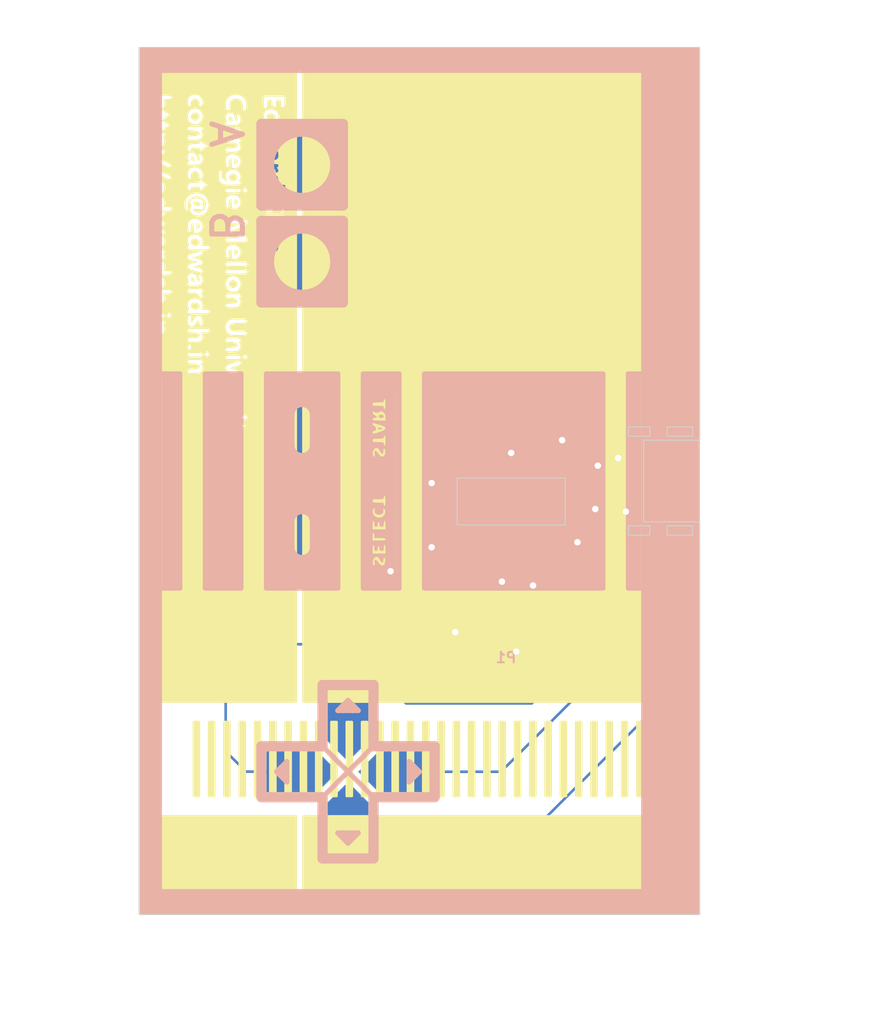
<source format=kicad_pcb>
(kicad_pcb (version 4) (host pcbnew "(2015-07-01 BZR 5850, Git 51c0ae3)-product")

  (general
    (links 24)
    (no_connects 0)
    (area 131.000002 45.5 221.749999 147.7)
    (thickness 1.6)
    (drawings 118)
    (tracks 171)
    (zones 0)
    (modules 9)
    (nets 11)
  )

  (page A3)
  (layers
    (0 F.Cu signal)
    (31 B.Cu signal)
    (32 B.Adhes user)
    (33 F.Adhes user)
    (34 B.Paste user)
    (35 F.Paste user)
    (36 B.SilkS user hide)
    (37 F.SilkS user hide)
    (38 B.Mask user)
    (39 F.Mask user)
    (40 Dwgs.User user)
    (41 Cmts.User user)
    (42 Eco1.User user)
    (43 Eco2.User user)
    (44 Edge.Cuts user)
  )

  (setup
    (last_trace_width 0.254)
    (trace_clearance 0.254)
    (zone_clearance 0)
    (zone_45_only no)
    (trace_min 0.254)
    (segment_width 0.5)
    (edge_width 0.1)
    (via_size 0.889)
    (via_drill 0.635)
    (via_min_size 0.889)
    (via_min_drill 0.508)
    (uvia_size 0.508)
    (uvia_drill 0.127)
    (uvias_allowed no)
    (uvia_min_size 0.508)
    (uvia_min_drill 0.127)
    (pcb_text_width 0.3)
    (pcb_text_size 1.5 1.5)
    (mod_edge_width 0.15)
    (mod_text_size 1 1)
    (mod_text_width 0.15)
    (pad_size 0.635 1.27)
    (pad_drill 0)
    (pad_to_mask_clearance 0)
    (aux_axis_origin 0 0)
    (visible_elements 7FFFFFFF)
    (pcbplotparams
      (layerselection 0x01030_80000001)
      (usegerberextensions true)
      (excludeedgelayer true)
      (linewidth 0.150000)
      (plotframeref false)
      (viasonmask false)
      (mode 1)
      (useauxorigin false)
      (hpglpennumber 1)
      (hpglpenspeed 20)
      (hpglpendiameter 15)
      (hpglpenoverlay 2)
      (psnegative false)
      (psa4output false)
      (plotreference false)
      (plotvalue false)
      (plotinvisibletext false)
      (padsonsilk false)
      (subtractmaskfromsilk false)
      (outputformat 1)
      (mirror false)
      (drillshape 0)
      (scaleselection 1)
      (outputdirectory ../../../Desktop/pcb/))
  )

  (net 0 "")
  (net 1 +5V)
  (net 2 /MISO)
  (net 3 /MOSI)
  (net 4 /RST)
  (net 5 /SCK)
  (net 6 GND)
  (net 7 N-0000013)
  (net 8 N-0000016)
  (net 9 N-0000017)
  (net 10 N-000009)

  (net_class Default "This is the default net class."
    (clearance 0.254)
    (trace_width 0.254)
    (via_dia 0.889)
    (via_drill 0.635)
    (uvia_dia 0.508)
    (uvia_drill 0.127)
    (add_net +5V)
    (add_net /MISO)
    (add_net /MOSI)
    (add_net /RST)
    (add_net /SCK)
    (add_net GND)
    (add_net N-0000013)
    (add_net N-0000016)
    (add_net N-0000017)
    (add_net N-000009)
  )

  (module pin_array_3x2_no_silk (layer B.Cu) (tedit 55978DB0) (tstamp 540133CC)
    (at 181 106)
    (descr "Double rangee de contacts 2 x 4 pins")
    (tags CONN)
    (path /54012FCB)
    (fp_text reference P1 (at 0 3.81) (layer B.SilkS)
      (effects (font (size 1.016 1.016) (thickness 0.2032)) (justify mirror))
    )
    (fp_text value CONN_3X2 (at 0 -3.81) (layer B.SilkS) hide
      (effects (font (size 1.016 1.016) (thickness 0.2032)) (justify mirror))
    )
    (pad 1 smd circle (at -2.54 -1.27) (size 1.524 1.524) (layers B.Cu B.Paste B.Mask)
      (net 2 /MISO))
    (pad 2 smd circle (at -2.54 1.27) (size 1.524 1.524) (layers B.Cu B.Paste B.Mask)
      (net 1 +5V))
    (pad 3 smd circle (at 0 -1.27) (size 1.524 1.524) (layers B.Cu B.Paste B.Mask)
      (net 5 /SCK))
    (pad 4 smd circle (at 0 1.27) (size 1.524 1.524) (layers B.Cu B.Paste B.Mask)
      (net 3 /MOSI))
    (pad 5 smd circle (at 2.54 -1.27) (size 1.524 1.524) (layers B.Cu B.Paste B.Mask)
      (net 4 /RST))
    (pad 6 smd rect (at 2.54 1.27) (size 1.524 1.524) (layers B.Cu B.Paste B.Mask)
      (net 6 GND))
  )

  (module SMini4-F3-B (layer B.Cu) (tedit 559525F9) (tstamp 54011C90)
    (at 189.484 88.519 270)
    (path /53FFC6FB)
    (fp_text reference D1 (at 0 2.54 270) (layer B.SilkS) hide
      (effects (font (size 1 1) (thickness 0.15)) (justify mirror))
    )
    (fp_text value ZENERARRAY (at 0 -2.54 270) (layer B.SilkS) hide
      (effects (font (size 1 1) (thickness 0.15)) (justify mirror))
    )
    (pad 4 smd rect (at -0.65 0.95 270) (size 0.8 0.8) (layers B.Cu B.Paste B.Mask)
      (net 8 N-0000016))
    (pad 1 smd rect (at -0.65 -0.95 270) (size 0.8 0.8) (layers B.Cu B.Paste B.Mask)
      (net 6 GND))
    (pad 2 smd rect (at 0.65 -0.95 270) (size 0.8 0.8) (layers B.Cu B.Paste B.Mask)
      (net 6 GND))
    (pad 3 smd rect (at 0.65 0.95 270) (size 0.8 0.8) (layers B.Cu B.Paste B.Mask)
      (net 9 N-0000017))
  )

  (module 15542661MicroUSBB (layer B.Cu) (tedit 5405216E) (tstamp 5403ACC3)
    (at 194.5 92.5 270)
    (path /53FFC71C)
    (fp_text reference CON1 (at 0 6.35 270) (layer B.SilkS) hide
      (effects (font (size 1 1) (thickness 0.15)) (justify mirror))
    )
    (fp_text value USB-MINI-B (at -5.08 3.81 270) (layer B.SilkS) hide
      (effects (font (size 1 1) (thickness 0.15)) (justify mirror))
    )
    (fp_line (start -4.475 -4.735) (end -5.275 -4.735) (layer B.SilkS) (width 0.15))
    (fp_line (start -5.275 -4.735) (end -5.275 -2.365) (layer B.SilkS) (width 0.15))
    (fp_line (start -4.475 -2.365) (end -5.275 -2.365) (layer B.SilkS) (width 0.15))
    (fp_line (start -4.475 -4.735) (end -4.475 -2.365) (layer B.SilkS) (width 0.15))
    (fp_line (start 5.275 -2.365) (end 5.275 -4.735) (layer B.SilkS) (width 0.15))
    (fp_line (start 4.475 -4.735) (end 5.275 -4.735) (layer B.SilkS) (width 0.15))
    (fp_line (start 4.475 -2.365) (end 4.475 -4.735) (layer B.SilkS) (width 0.15))
    (fp_line (start 5.275 -2.365) (end 4.475 -2.365) (layer B.SilkS) (width 0.15))
    (fp_line (start -4.475 1.435) (end -4.475 -0.535) (layer B.SilkS) (width 0.15))
    (fp_line (start -4.475 -0.535) (end -5.275 -0.535) (layer B.SilkS) (width 0.15))
    (fp_line (start -5.275 1.435) (end -5.275 -0.535) (layer B.SilkS) (width 0.15))
    (fp_line (start -5.275 1.435) (end -4.475 1.435) (layer B.SilkS) (width 0.15))
    (fp_line (start 5.275 1.435) (end 5.275 -0.535) (layer B.SilkS) (width 0.15))
    (fp_line (start 4.475 1.435) (end 4.475 -0.535) (layer B.SilkS) (width 0.15))
    (fp_line (start 4.475 -0.535) (end 5.275 -0.535) (layer B.SilkS) (width 0.15))
    (fp_line (start 4.475 1.435) (end 5.275 1.435) (layer B.SilkS) (width 0.15))
    (fp_line (start -3.95 -5.2) (end -6.35 -5.2) (layer B.SilkS) (width 0.15))
    (fp_line (start 3.95 -5.2) (end 6.35 -5.2) (layer B.SilkS) (width 0.15))
    (fp_line (start -3.95 0) (end -3.95 -5.2) (layer B.SilkS) (width 0.15))
    (fp_line (start 3.95 0) (end 3.95 -5.2) (layer B.SilkS) (width 0.15))
    (fp_line (start -3.95 0) (end 3.95 0) (layer B.SilkS) (width 0.15))
    (pad 1 smd rect (at 1.3 1 270) (size 0.4 1.6) (layers B.Cu B.Paste B.Mask)
      (net 1 +5V))
    (pad 2 smd rect (at 0.65 1 270) (size 0.4 1.6) (layers B.Cu B.Paste B.Mask)
      (net 9 N-0000017))
    (pad 3 smd rect (at 0 1 270) (size 0.4 1.6) (layers B.Cu B.Paste B.Mask)
      (net 8 N-0000016))
    (pad 4 smd rect (at -0.65 1 270) (size 0.4 1.6) (layers B.Cu B.Paste B.Mask))
    (pad 5 smd rect (at -1.3 1 270) (size 0.4 1.6) (layers B.Cu B.Paste B.Mask)
      (net 6 GND))
    (pad 6 smd rect (at -4.8735 0.45 270) (size 1.4 2.6) (layers B.Cu B.Paste B.Mask)
      (net 6 GND))
    (pad 7 smd rect (at 4.8735 0.45 270) (size 1.4 2.6) (layers B.Cu B.Paste B.Mask)
      (net 6 GND))
    (pad 8 smd rect (at -4.8735 -3.55 270) (size 1.4 2.85) (layers B.Cu B.Paste B.Mask)
      (net 6 GND))
    (pad 9 smd rect (at 4.8735 -3.55 270) (size 1.4 2.85) (layers B.Cu B.Paste B.Mask)
      (net 6 GND))
  )

  (module SM0603 (layer B.Cu) (tedit 5405216B) (tstamp 54011C9A)
    (at 188 92 90)
    (path /5400B479)
    (attr smd)
    (fp_text reference R1 (at 0 0 90) (layer B.SilkS) hide
      (effects (font (size 0.508 0.4572) (thickness 0.1143)) (justify mirror))
    )
    (fp_text value 1.5k (at 0 0 90) (layer B.SilkS) hide
      (effects (font (size 0.508 0.4572) (thickness 0.1143)) (justify mirror))
    )
    (fp_line (start -1.143 0.635) (end 1.143 0.635) (layer B.SilkS) (width 0.127))
    (fp_line (start 1.143 0.635) (end 1.143 -0.635) (layer B.SilkS) (width 0.127))
    (fp_line (start 1.143 -0.635) (end -1.143 -0.635) (layer B.SilkS) (width 0.127))
    (fp_line (start -1.143 -0.635) (end -1.143 0.635) (layer B.SilkS) (width 0.127))
    (pad 1 smd rect (at -0.762 0 90) (size 0.635 1.143) (layers B.Cu B.Paste B.Mask)
      (net 1 +5V))
    (pad 2 smd rect (at 0.762 0 90) (size 0.635 1.143) (layers B.Cu B.Paste B.Mask)
      (net 9 N-0000017))
    (model smd\resistors\R0603.wrl
      (at (xyz 0 0 0.001))
      (scale (xyz 0.5 0.5 0.5))
      (rotate (xyz 0 0 0))
    )
  )

  (module SM0402_c (layer B.Cu) (tedit 54052163) (tstamp 54011CA6)
    (at 188 95.5 270)
    (path /5400BD19)
    (attr smd)
    (fp_text reference C1 (at 0 0 270) (layer B.SilkS) hide
      (effects (font (size 0.35052 0.3048) (thickness 0.07112)) (justify mirror))
    )
    (fp_text value 0.1uF (at 0.09906 0 270) (layer B.SilkS) hide
      (effects (font (size 0.35052 0.3048) (thickness 0.07112)) (justify mirror))
    )
    (fp_line (start -0.254 0.381) (end -0.762 0.381) (layer B.SilkS) (width 0.07112))
    (fp_line (start -0.762 0.381) (end -0.762 -0.381) (layer B.SilkS) (width 0.07112))
    (fp_line (start -0.762 -0.381) (end -0.254 -0.381) (layer B.SilkS) (width 0.07112))
    (fp_line (start 0.254 0.381) (end 0.762 0.381) (layer B.SilkS) (width 0.07112))
    (fp_line (start 0.762 0.381) (end 0.762 -0.381) (layer B.SilkS) (width 0.07112))
    (fp_line (start 0.762 -0.381) (end 0.254 -0.381) (layer B.SilkS) (width 0.07112))
    (pad 1 smd rect (at -0.44958 0 270) (size 0.39878 0.59944) (layers B.Cu B.Paste B.Mask)
      (net 1 +5V))
    (pad 2 smd rect (at 0.44958 0 270) (size 0.39878 0.59944) (layers B.Cu B.Paste B.Mask)
      (net 6 GND))
    (model smd/capacitors/C0402.wrl
      (at (xyz 0 0 0))
      (scale (xyz 0.27 0.27 0.27))
      (rotate (xyz 0 0 0))
    )
  )

  (module MNR12 (layer B.Cu) (tedit 54052141) (tstamp 54011CAE)
    (at 184 88.5 90)
    (path /53FFC96B)
    (fp_text reference RP1 (at 0 2.54 90) (layer B.SilkS) hide
      (effects (font (size 1 1) (thickness 0.15)) (justify mirror))
    )
    (fp_text value 68R (at 0 -2.54 90) (layer B.SilkS) hide
      (effects (font (size 1 1) (thickness 0.15)) (justify mirror))
    )
    (pad 1 smd rect (at -0.45 -0.875 90) (size 0.5 0.75) (layers B.Cu B.Paste B.Mask)
      (net 10 N-000009))
    (pad 2 smd rect (at 0.45 -0.875 90) (size 0.5 0.75) (layers B.Cu B.Paste B.Mask)
      (net 7 N-0000013))
    (pad 3 smd rect (at 0.45 0.875 90) (size 0.5 0.75) (layers B.Cu B.Paste B.Mask)
      (net 8 N-0000016))
    (pad 4 smd rect (at -0.45 0.875 90) (size 0.5 0.75) (layers B.Cu B.Paste B.Mask)
      (net 9 N-0000017))
  )

  (module so-14-inverted (layer B.Cu) (tedit 54052152) (tstamp 54011C88)
    (at 181.5 94.5 180)
    (descr SO-14)
    (path /53FFCEE4)
    (attr smd)
    (fp_text reference IC1 (at 0 1.016 180) (layer B.SilkS) hide
      (effects (font (size 0.7493 0.7493) (thickness 0.14986)) (justify mirror))
    )
    (fp_text value ATTINY44-S (at 0 -1.016 180) (layer B.SilkS) hide
      (effects (font (size 0.7493 0.7493) (thickness 0.14986)) (justify mirror))
    )
    (fp_line (start -4.318 1.9812) (end -4.318 -1.9812) (layer B.SilkS) (width 0.127))
    (fp_line (start -4.318 -1.9812) (end 4.318 -1.9812) (layer B.SilkS) (width 0.127))
    (fp_line (start 4.318 -1.9812) (end 4.318 1.9812) (layer B.SilkS) (width 0.127))
    (fp_line (start 4.318 1.9812) (end -4.318 1.9812) (layer B.SilkS) (width 0.127))
    (fp_line (start -2.54 1.9812) (end -2.54 3.0734) (layer B.SilkS) (width 0.127))
    (fp_line (start -1.27 1.9812) (end -1.27 3.0734) (layer B.SilkS) (width 0.127))
    (fp_line (start 0 1.9812) (end 0 3.0734) (layer B.SilkS) (width 0.127))
    (fp_line (start -3.81 1.9812) (end -3.81 3.0734) (layer B.SilkS) (width 0.127))
    (fp_line (start 1.27 3.0734) (end 1.27 1.9812) (layer B.SilkS) (width 0.127))
    (fp_line (start 2.54 3.0734) (end 2.54 1.9812) (layer B.SilkS) (width 0.127))
    (fp_line (start 3.81 3.0734) (end 3.81 1.9812) (layer B.SilkS) (width 0.127))
    (fp_line (start 3.81 -1.9812) (end 3.81 -3.0734) (layer B.SilkS) (width 0.127))
    (fp_line (start 2.54 -1.9812) (end 2.54 -3.0734) (layer B.SilkS) (width 0.127))
    (fp_line (start -3.81 -1.9812) (end -3.81 -3.0734) (layer B.SilkS) (width 0.127))
    (fp_line (start -2.54 -3.0734) (end -2.54 -1.9812) (layer B.SilkS) (width 0.127))
    (fp_line (start 1.27 -3.0734) (end 1.27 -1.9812) (layer B.SilkS) (width 0.127))
    (fp_line (start 0 -3.0734) (end 0 -1.9812) (layer B.SilkS) (width 0.127))
    (fp_line (start -1.27 -3.0734) (end -1.27 -1.9812) (layer B.SilkS) (width 0.127))
    (fp_circle (center -3.5814 -1.2446) (end -3.8608 -1.6256) (layer B.SilkS) (width 0.127))
    (pad 1 smd rect (at -3.81 2.794 180) (size 0.635 1.27) (layers B.Cu B.Paste B.Mask)
      (net 1 +5V))
    (pad 2 smd rect (at -2.54 2.794 180) (size 0.635 1.27) (layers B.Cu B.Paste B.Mask))
    (pad 3 smd rect (at -1.27 2.794 180) (size 0.635 1.27) (layers B.Cu B.Paste B.Mask)
      (net 10 N-000009))
    (pad 4 smd rect (at 0 2.794 180) (size 0.635 1.27) (layers B.Cu B.Paste B.Mask)
      (net 4 /RST))
    (pad 5 smd rect (at 1.27 2.794 180) (size 0.635 1.27) (layers B.Cu B.Paste B.Mask)
      (net 7 N-0000013))
    (pad 6 smd rect (at 2.54 2.794 180) (size 0.635 1.27) (layers B.Cu B.Paste B.Mask))
    (pad 7 smd rect (at 3.81 2.794 180) (size 0.635 1.27) (layers B.Cu B.Paste B.Mask)
      (net 3 /MOSI))
    (pad 8 smd rect (at 3.81 -2.794 180) (size 0.635 1.27) (layers B.Cu B.Paste B.Mask)
      (net 2 /MISO))
    (pad 9 smd rect (at 2.54 -2.794 180) (size 0.635 1.27) (layers B.Cu B.Paste B.Mask)
      (net 5 /SCK))
    (pad 10 smd rect (at 1.27 -2.794 180) (size 0.635 1.27) (layers B.Cu B.Paste B.Mask))
    (pad 11 smd rect (at 0 -2.794 180) (size 0.635 1.27) (layers B.Cu B.Paste B.Mask))
    (pad 12 smd rect (at -1.27 -2.794 180) (size 0.635 1.27) (layers B.Cu B.Paste B.Mask))
    (pad 13 smd rect (at -2.54 -2.794 180) (size 0.635 1.27) (layers B.Cu B.Paste B.Mask))
    (pad 14 smd rect (at -3.81 -2.794 180) (size 0.635 1.27) (layers B.Cu B.Paste B.Mask)
      (net 6 GND))
    (model smd/smd_dil/so-14.wrl
      (at (xyz 0 0 0))
      (scale (xyz 1 1 1))
      (rotate (xyz 0 180 180))
    )
  )

  (module LOGO (layer F.Cu) (tedit 0) (tstamp 540539C2)
    (at 152.75 72 270)
    (fp_text reference G*** (at 0 8.04164 270) (layer F.SilkS) hide
      (effects (font (thickness 0.3048)))
    )
    (fp_text value LOGO (at 0 -8.04164 270) (layer F.SilkS) hide
      (effects (font (thickness 0.3048)))
    )
    (fp_poly (pts (xy 17.526 7.28218) (xy 17.10436 7.28218) (xy 17.10436 -2.1717) (xy 17.03324 -2.19202)
      (xy 16.91894 -2.1844) (xy 16.79702 -2.12852) (xy 16.69034 -1.97358) (xy 16.57858 -1.68656)
      (xy 16.56588 -1.651) (xy 16.3957 -1.143) (xy 16.22552 -1.67132) (xy 16.12392 -1.96088)
      (xy 16.03756 -2.12344) (xy 15.94104 -2.18948) (xy 15.8496 -2.19964) (xy 15.70482 -2.17424)
      (xy 15.69212 -2.07518) (xy 15.69974 -2.05232) (xy 15.75816 -1.90246) (xy 15.85468 -1.64846)
      (xy 15.97152 -1.34366) (xy 15.9766 -1.3335) (xy 16.09344 -1.01346) (xy 16.1417 -0.79756)
      (xy 16.13662 -0.64262) (xy 16.1036 -0.54864) (xy 15.9893 -0.3937) (xy 15.87754 -0.33782)
      (xy 15.76324 -0.27178) (xy 15.748 -0.21082) (xy 15.81404 -0.11176) (xy 15.96644 -0.0889)
      (xy 16.15186 -0.1397) (xy 16.28648 -0.2413) (xy 16.36014 -0.36068) (xy 16.47444 -0.5969)
      (xy 16.61414 -0.90932) (xy 16.76146 -1.25476) (xy 16.90116 -1.59512) (xy 17.01546 -1.88976)
      (xy 17.08658 -2.09804) (xy 17.10436 -2.1717) (xy 17.10436 7.28218) (xy 15.58036 7.28218)
      (xy 15.58036 -0.92202) (xy 15.5194 -1.05156) (xy 15.4305 -1.06934) (xy 15.3416 -1.0922)
      (xy 15.28826 -1.2065) (xy 15.26032 -1.4478) (xy 15.25778 -1.50114) (xy 15.25016 -1.76276)
      (xy 15.27302 -1.89484) (xy 15.3416 -1.9431) (xy 15.4051 -1.94564) (xy 15.54734 -1.99898)
      (xy 15.58036 -2.07264) (xy 15.50924 -2.17678) (xy 15.41018 -2.19964) (xy 15.2781 -2.2479)
      (xy 15.24 -2.41808) (xy 15.19174 -2.57556) (xy 15.08506 -2.61366) (xy 14.9733 -2.53746)
      (xy 14.91742 -2.39014) (xy 14.84884 -2.24282) (xy 14.7701 -2.19964) (xy 14.66088 -2.1336)
      (xy 14.64818 -2.07264) (xy 14.71676 -1.96088) (xy 14.77518 -1.94564) (xy 14.84884 -1.90754)
      (xy 14.88948 -1.7653) (xy 14.90218 -1.49098) (xy 14.90218 -1.45542) (xy 14.9225 -1.1049)
      (xy 15.00124 -0.889) (xy 15.1511 -0.78486) (xy 15.3416 -0.762) (xy 15.52194 -0.79502)
      (xy 15.57782 -0.90932) (xy 15.58036 -0.92202) (xy 15.58036 7.28218) (xy 14.478 7.28218)
      (xy 14.478 -1.23952) (xy 14.478 -1.48082) (xy 14.47546 -1.83134) (xy 14.46022 -2.0447)
      (xy 14.46022 -2.63652) (xy 14.42212 -2.77368) (xy 14.2875 -2.83464) (xy 14.14018 -2.794)
      (xy 14.0716 -2.67716) (xy 14.11224 -2.54508) (xy 14.22908 -2.46888) (xy 14.2875 -2.47142)
      (xy 14.4272 -2.56286) (xy 14.46022 -2.63652) (xy 14.46022 -2.0447) (xy 14.4272 -2.15646)
      (xy 14.36624 -2.1971) (xy 14.31036 -2.19964) (xy 14.22654 -2.18694) (xy 14.17574 -2.12598)
      (xy 14.15034 -1.9812) (xy 14.14018 -1.72212) (xy 14.14018 -1.48082) (xy 14.14272 -1.1303)
      (xy 14.15796 -0.91694) (xy 14.19098 -0.80772) (xy 14.25194 -0.76708) (xy 14.31036 -0.762)
      (xy 14.39164 -0.7747) (xy 14.44244 -0.8382) (xy 14.46784 -0.98044) (xy 14.478 -1.23952)
      (xy 14.478 7.28218) (xy 13.79982 7.28218) (xy 13.79982 -1.19888) (xy 13.6779 -1.4097)
      (xy 13.43406 -1.60274) (xy 13.35278 -1.64846) (xy 13.22324 -1.75514) (xy 13.2461 -1.84912)
      (xy 13.4112 -1.89992) (xy 13.48486 -1.905) (xy 13.6652 -1.93802) (xy 13.716 -2.05232)
      (xy 13.67282 -2.15646) (xy 13.52042 -2.1971) (xy 13.41374 -2.19964) (xy 13.06322 -2.15138)
      (xy 12.84732 -2.02184) (xy 12.77366 -1.83642) (xy 12.84478 -1.6256) (xy 13.0683 -1.41224)
      (xy 13.23848 -1.31318) (xy 13.37818 -1.21158) (xy 13.42136 -1.14046) (xy 13.35024 -1.06172)
      (xy 13.18768 -1.03124) (xy 13.00734 -1.0541) (xy 12.90828 -1.1049) (xy 12.81176 -1.1557)
      (xy 12.78636 -1.05918) (xy 12.78636 -1.03886) (xy 12.81176 -0.87376) (xy 12.84224 -0.81788)
      (xy 12.97686 -0.77216) (xy 13.20292 -0.76454) (xy 13.4493 -0.78994) (xy 13.63726 -0.84836)
      (xy 13.78966 -1.0033) (xy 13.79982 -1.19888) (xy 13.79982 7.28218) (xy 12.7 7.28218)
      (xy 12.7 -2.03454) (xy 12.63904 -2.16662) (xy 12.49172 -2.19964) (xy 12.32408 -2.12598)
      (xy 12.2936 -2.09804) (xy 12.20978 -2.03962) (xy 12.192 -2.09804) (xy 12.12088 -2.18186)
      (xy 12.02436 -2.19964) (xy 11.94054 -2.18694) (xy 11.88974 -2.12598) (xy 11.86434 -1.9812)
      (xy 11.85418 -1.72212) (xy 11.85418 -1.48082) (xy 11.85672 -1.1303) (xy 11.87196 -0.91694)
      (xy 11.90498 -0.80772) (xy 11.96594 -0.76708) (xy 12.02436 -0.762) (xy 12.12596 -0.78486)
      (xy 12.17676 -0.88392) (xy 12.192 -1.09982) (xy 12.192 -1.16586) (xy 12.22502 -1.47828)
      (xy 12.31392 -1.73228) (xy 12.44092 -1.88976) (xy 12.58062 -1.91262) (xy 12.58316 -1.91262)
      (xy 12.67968 -1.93548) (xy 12.7 -2.03454) (xy 12.7 7.28218) (xy 11.60018 7.28218)
      (xy 11.60018 -1.56972) (xy 11.60018 -1.6129) (xy 11.52906 -1.8923) (xy 11.34364 -2.09042)
      (xy 11.08964 -2.19456) (xy 10.80262 -2.18694) (xy 10.5283 -2.0574) (xy 10.4521 -1.9939)
      (xy 10.28192 -1.7145) (xy 10.24382 -1.38938) (xy 10.34034 -1.0795) (xy 10.43178 -0.9525)
      (xy 10.5791 -0.83058) (xy 10.7569 -0.77724) (xy 11.03122 -0.77724) (xy 11.04646 -0.77978)
      (xy 11.32078 -0.8128) (xy 11.46302 -0.8763) (xy 11.49858 -0.94488) (xy 11.48842 -1.03378)
      (xy 11.38682 -1.05918) (xy 11.19632 -1.0414) (xy 10.93216 -1.03632) (xy 10.74928 -1.1176)
      (xy 10.71118 -1.1557) (xy 10.63244 -1.24206) (xy 10.63752 -1.29032) (xy 10.75182 -1.31572)
      (xy 11.00074 -1.3335) (xy 11.07694 -1.33604) (xy 11.36142 -1.35382) (xy 11.5189 -1.3843)
      (xy 11.58494 -1.45034) (xy 11.60018 -1.56972) (xy 11.60018 7.28218) (xy 10.13714 7.28218)
      (xy 10.13714 -2.11836) (xy 10.1346 -2.18694) (xy 10.09142 -2.20218) (xy 10.01268 -2.18948)
      (xy 9.98982 -2.18694) (xy 9.85774 -2.12852) (xy 9.74852 -1.97612) (xy 9.6393 -1.69926)
      (xy 9.54786 -1.44526) (xy 9.47674 -1.26238) (xy 9.44372 -1.20396) (xy 9.40308 -1.2573)
      (xy 9.33704 -1.4351) (xy 9.26084 -1.68148) (xy 9.17194 -1.9685) (xy 9.0932 -2.12598)
      (xy 9.00176 -2.19202) (xy 8.91794 -2.19964) (xy 8.8011 -2.19964) (xy 8.74522 -2.1717)
      (xy 8.74522 -2.0828) (xy 8.80364 -1.89738) (xy 8.9027 -1.63322) (xy 9.01192 -1.33604)
      (xy 9.10844 -1.0795) (xy 9.15416 -0.9525) (xy 9.29132 -0.78994) (xy 9.42594 -0.762)
      (xy 9.54024 -0.78486) (xy 9.6393 -0.87884) (xy 9.7409 -1.07442) (xy 9.84758 -1.3335)
      (xy 9.99744 -1.71958) (xy 10.09142 -1.97104) (xy 10.13714 -2.11836) (xy 10.13714 7.28218)
      (xy 9.906 7.28218) (xy 9.906 2.41554) (xy 9.906 2.37744) (xy 9.89076 2.00406)
      (xy 9.83996 1.76784) (xy 9.77392 1.65862) (xy 9.5758 1.55194) (xy 9.32688 1.53162)
      (xy 9.11606 1.59512) (xy 9.07796 1.6256) (xy 8.9916 1.68402) (xy 8.97636 1.6256)
      (xy 8.90524 1.54432) (xy 8.80618 1.524) (xy 8.72236 1.5367) (xy 8.6741 1.6002)
      (xy 8.64616 1.74498) (xy 8.63854 2.00406) (xy 8.636 2.24536) (xy 8.63854 2.59334)
      (xy 8.65378 2.8067) (xy 8.68934 2.91846) (xy 8.7503 2.9591) (xy 8.80618 2.96418)
      (xy 8.90524 2.94386) (xy 8.95604 2.85496) (xy 8.97382 2.65938) (xy 8.97636 2.50444)
      (xy 9.01192 2.1463) (xy 9.11352 1.89738) (xy 9.271 1.78308) (xy 9.31672 1.778)
      (xy 9.43102 1.85674) (xy 9.51738 2.0701) (xy 9.5631 2.38252) (xy 9.56818 2.53492)
      (xy 9.5758 2.79146) (xy 9.6139 2.91846) (xy 9.69518 2.96164) (xy 9.73836 2.96418)
      (xy 9.82726 2.9464) (xy 9.87806 2.87528) (xy 9.90092 2.71018) (xy 9.906 2.41554)
      (xy 9.906 7.28218) (xy 8.55218 7.28218) (xy 8.55218 -1.48082) (xy 8.54964 -1.83134)
      (xy 8.5344 -2.0447) (xy 8.5344 -2.63652) (xy 8.4963 -2.77368) (xy 8.36168 -2.83464)
      (xy 8.21436 -2.794) (xy 8.14324 -2.67716) (xy 8.18388 -2.54508) (xy 8.30326 -2.46888)
      (xy 8.35914 -2.47142) (xy 8.50138 -2.56286) (xy 8.5344 -2.63652) (xy 8.5344 -2.0447)
      (xy 8.49884 -2.15646) (xy 8.43788 -2.1971) (xy 8.382 -2.19964) (xy 8.30072 -2.18694)
      (xy 8.24992 -2.12598) (xy 8.22452 -1.9812) (xy 8.21436 -1.72212) (xy 8.21436 -1.48082)
      (xy 8.2169 -1.1303) (xy 8.23214 -0.91694) (xy 8.26516 -0.80772) (xy 8.32612 -0.76708)
      (xy 8.382 -0.762) (xy 8.46582 -0.7747) (xy 8.51408 -0.8382) (xy 8.54202 -0.98044)
      (xy 8.54964 -1.23952) (xy 8.55218 -1.48082) (xy 8.55218 7.28218) (xy 8.29818 7.28218)
      (xy 8.29818 2.24536) (xy 8.29564 1.89484) (xy 8.2804 1.68148) (xy 8.2804 1.08966)
      (xy 8.2423 0.94996) (xy 8.10768 0.89154) (xy 7.96036 0.93218) (xy 7.88924 1.04902)
      (xy 7.92988 1.1811) (xy 8.04926 1.25476) (xy 8.10514 1.25476) (xy 8.24738 1.16332)
      (xy 8.2804 1.08966) (xy 8.2804 1.68148) (xy 8.24484 1.56972) (xy 8.18388 1.52908)
      (xy 8.128 1.524) (xy 8.04672 1.5367) (xy 7.99592 1.6002) (xy 7.97052 1.74498)
      (xy 7.96036 2.00406) (xy 7.96036 2.24536) (xy 7.9629 2.59334) (xy 7.97814 2.8067)
      (xy 8.01116 2.91846) (xy 8.07212 2.9591) (xy 8.128 2.96418) (xy 8.21182 2.95148)
      (xy 8.26008 2.88798) (xy 8.28802 2.7432) (xy 8.29564 2.48412) (xy 8.29818 2.24536)
      (xy 8.29818 7.28218) (xy 7.79018 7.28218) (xy 7.79018 -1.31064) (xy 7.79018 -1.34874)
      (xy 7.77494 -1.72212) (xy 7.72414 -1.95834) (xy 7.65556 -2.06756) (xy 7.45744 -2.1717)
      (xy 7.21106 -2.19456) (xy 6.9977 -2.13106) (xy 6.9596 -2.09804) (xy 6.87578 -2.03962)
      (xy 6.858 -2.09804) (xy 6.78688 -2.18186) (xy 6.69036 -2.19964) (xy 6.60654 -2.18694)
      (xy 6.55574 -2.12598) (xy 6.53034 -1.9812) (xy 6.52018 -1.72212) (xy 6.52018 -1.48082)
      (xy 6.52272 -1.1303) (xy 6.53796 -0.91694) (xy 6.57098 -0.80772) (xy 6.63194 -0.76708)
      (xy 6.69036 -0.762) (xy 6.78688 -0.78232) (xy 6.83768 -0.87122) (xy 6.858 -1.0668)
      (xy 6.858 -1.22174) (xy 6.8961 -1.57988) (xy 6.9977 -1.8288) (xy 7.15518 -1.9431)
      (xy 7.2009 -1.94564) (xy 7.3152 -1.86944) (xy 7.40156 -1.65608) (xy 7.44728 -1.34112)
      (xy 7.45236 -1.19126) (xy 7.45998 -0.93472) (xy 7.49554 -0.80518) (xy 7.57936 -0.76454)
      (xy 7.62 -0.762) (xy 7.7089 -0.77724) (xy 7.7597 -0.8509) (xy 7.7851 -1.016)
      (xy 7.79018 -1.31064) (xy 7.79018 7.28218) (xy 7.6073 7.28218) (xy 7.6073 2.82448)
      (xy 7.60476 2.81686) (xy 7.50824 2.68732) (xy 7.38632 2.6416) (xy 7.239 2.65684)
      (xy 7.19836 2.78892) (xy 7.24154 2.92354) (xy 7.4041 2.96418) (xy 7.41426 2.96418)
      (xy 7.57682 2.9337) (xy 7.6073 2.82448) (xy 7.6073 7.28218) (xy 6.858 7.28218)
      (xy 6.858 2.40792) (xy 6.84276 2.00152) (xy 6.78434 1.73482) (xy 6.67004 1.5875)
      (xy 6.4897 1.52908) (xy 6.40588 1.524) (xy 6.18236 1.55448) (xy 6.18236 -1.98628)
      (xy 6.17982 -2.35966) (xy 6.16712 -2.59842) (xy 6.13918 -2.72796) (xy 6.08838 -2.7813)
      (xy 6.01218 -2.794) (xy 5.92582 -2.77876) (xy 5.87502 -2.71018) (xy 5.84962 -2.5527)
      (xy 5.842 -2.27076) (xy 5.842 -2.16408) (xy 5.8293 -1.70688) (xy 5.78104 -1.39446)
      (xy 5.69214 -1.2065) (xy 5.5499 -1.11506) (xy 5.42036 -1.09982) (xy 5.23748 -1.13538)
      (xy 5.11302 -1.25222) (xy 5.03682 -1.47828) (xy 5.00126 -1.83388) (xy 4.99618 -2.16408)
      (xy 4.9911 -2.48666) (xy 4.97332 -2.67716) (xy 4.93014 -2.76606) (xy 4.85394 -2.79146)
      (xy 4.826 -2.794) (xy 4.74726 -2.7813) (xy 4.699 -2.72542) (xy 4.67106 -2.5908)
      (xy 4.65836 -2.3495) (xy 4.65836 -1.98628) (xy 4.6609 -1.60274) (xy 4.67614 -1.34874)
      (xy 4.71424 -1.18364) (xy 4.77774 -1.06426) (xy 4.8641 -0.97028) (xy 5.09524 -0.8128)
      (xy 5.39242 -0.762) (xy 5.42036 -0.762) (xy 5.72516 -0.80518) (xy 5.9563 -0.9525)
      (xy 5.97408 -0.97028) (xy 6.0706 -1.0795) (xy 6.13156 -1.20396) (xy 6.16458 -1.37922)
      (xy 6.17982 -1.64846) (xy 6.18236 -1.98628) (xy 6.18236 1.55448) (xy 6.02996 1.6256)
      (xy 5.969 1.651) (xy 5.93598 1.55448) (xy 5.92836 1.31318) (xy 5.92836 1.28778)
      (xy 5.9182 1.02616) (xy 5.88264 0.89408) (xy 5.80644 0.8509) (xy 5.75818 0.84836)
      (xy 5.68706 0.85598) (xy 5.6388 0.90424) (xy 5.61086 1.016) (xy 5.59562 1.22174)
      (xy 5.59054 1.54686) (xy 5.588 1.905) (xy 5.59054 2.34442) (xy 5.59816 2.6416)
      (xy 5.61594 2.82448) (xy 5.64896 2.921) (xy 5.69976 2.9591) (xy 5.75818 2.96418)
      (xy 5.85724 2.94386) (xy 5.90804 2.85496) (xy 5.92582 2.65938) (xy 5.92836 2.50444)
      (xy 5.96392 2.1463) (xy 6.06552 1.89738) (xy 6.223 1.78308) (xy 6.26872 1.778)
      (xy 6.38302 1.85674) (xy 6.46938 2.0701) (xy 6.5151 2.38252) (xy 6.52018 2.53492)
      (xy 6.5278 2.79146) (xy 6.5659 2.91846) (xy 6.64718 2.96164) (xy 6.69036 2.96418)
      (xy 6.77926 2.9464) (xy 6.8326 2.8702) (xy 6.85292 2.70002) (xy 6.858 2.40792)
      (xy 6.858 7.28218) (xy 6.096 7.28218) (xy 6.096 6.13918) (xy 6.096 6.10362)
      (xy 6.08076 5.7277) (xy 6.02996 5.49148) (xy 5.96392 5.38226) (xy 5.7658 5.27812)
      (xy 5.51688 5.25526) (xy 5.33146 5.31114) (xy 5.33146 2.5273) (xy 5.20954 2.31648)
      (xy 4.96824 2.12344) (xy 4.88696 2.07772) (xy 4.75488 1.97104) (xy 4.78028 1.87706)
      (xy 4.94284 1.82372) (xy 5.0165 1.82118) (xy 5.19684 1.78562) (xy 5.25018 1.67386)
      (xy 5.207 1.56972) (xy 5.0546 1.52654) (xy 4.94792 1.524) (xy 4.59486 1.5748)
      (xy 4.37896 1.70434) (xy 4.3053 1.88722) (xy 4.37896 2.10058) (xy 4.60248 2.31394)
      (xy 4.77266 2.413) (xy 4.91236 2.51206) (xy 4.953 2.58572) (xy 4.88442 2.66446)
      (xy 4.72186 2.69494) (xy 4.54152 2.67208) (xy 4.43992 2.62128) (xy 4.34594 2.57048)
      (xy 4.318 2.667) (xy 4.318 2.68478) (xy 4.3434 2.84988) (xy 4.37388 2.9083)
      (xy 4.51104 2.95402) (xy 4.7371 2.96164) (xy 4.98094 2.9337) (xy 5.17144 2.87528)
      (xy 5.32384 2.72288) (xy 5.33146 2.5273) (xy 5.33146 5.31114) (xy 5.30606 5.3213)
      (xy 5.26796 5.35178) (xy 5.1816 5.4102) (xy 5.16636 5.35178) (xy 5.09524 5.26796)
      (xy 4.99618 5.25018) (xy 4.91236 5.26288) (xy 4.8641 5.32638) (xy 4.83616 5.46862)
      (xy 4.82854 5.7277) (xy 4.826 5.969) (xy 4.82854 6.31952) (xy 4.84378 6.53288)
      (xy 4.87934 6.64464) (xy 4.9403 6.68528) (xy 4.99618 6.69036) (xy 5.09524 6.6675)
      (xy 5.14604 6.58114) (xy 5.16382 6.38302) (xy 5.16636 6.23062) (xy 5.20192 5.87248)
      (xy 5.30352 5.62356) (xy 5.461 5.50926) (xy 5.50672 5.50418) (xy 5.62102 5.58292)
      (xy 5.70738 5.79628) (xy 5.7531 6.1087) (xy 5.75818 6.2611) (xy 5.7658 6.5151)
      (xy 5.8039 6.64464) (xy 5.88518 6.68782) (xy 5.92836 6.69036) (xy 6.01726 6.67258)
      (xy 6.06806 6.60146) (xy 6.09092 6.43382) (xy 6.096 6.13918) (xy 6.096 7.28218)
      (xy 4.48818 7.28218) (xy 4.48818 5.969) (xy 4.48564 5.61848) (xy 4.4704 5.40512)
      (xy 4.4704 4.81584) (xy 4.4323 4.67614) (xy 4.29768 4.61772) (xy 4.15036 4.65582)
      (xy 4.07924 4.77266) (xy 4.11988 4.90474) (xy 4.23926 4.98094) (xy 4.29514 4.98094)
      (xy 4.43738 4.88696) (xy 4.4704 4.81584) (xy 4.4704 5.40512) (xy 4.43484 5.2959)
      (xy 4.37388 5.25526) (xy 4.318 5.25018) (xy 4.23672 5.26288) (xy 4.18592 5.32638)
      (xy 4.16052 5.46862) (xy 4.15036 5.7277) (xy 4.15036 5.969) (xy 4.1529 6.31952)
      (xy 4.16814 6.53288) (xy 4.20116 6.64464) (xy 4.26212 6.68528) (xy 4.318 6.69036)
      (xy 4.40182 6.67512) (xy 4.45008 6.61416) (xy 4.47802 6.46938) (xy 4.48564 6.2103)
      (xy 4.48818 5.969) (xy 4.48818 7.28218) (xy 4.064 7.28218) (xy 4.064 2.26314)
      (xy 4.064 1.905) (xy 4.064 1.46558) (xy 4.05638 1.1684) (xy 4.0386 0.98552)
      (xy 4.00558 0.889) (xy 3.95224 0.85344) (xy 3.89636 0.84836) (xy 3.79476 0.86868)
      (xy 3.74396 0.96012) (xy 3.72618 1.16332) (xy 3.72618 1.28778) (xy 3.71856 1.53924)
      (xy 3.68808 1.64846) (xy 3.62966 1.63322) (xy 3.62458 1.6256) (xy 3.47218 1.55448)
      (xy 3.47218 -1.31064) (xy 3.47218 -1.34874) (xy 3.45694 -1.72212) (xy 3.40614 -1.95834)
      (xy 3.33756 -2.06756) (xy 3.13944 -2.1717) (xy 2.89306 -2.19456) (xy 2.6797 -2.13106)
      (xy 2.6416 -2.09804) (xy 2.55778 -2.03962) (xy 2.54 -2.09804) (xy 2.46888 -2.18186)
      (xy 2.37236 -2.19964) (xy 2.28854 -2.18694) (xy 2.23774 -2.12598) (xy 2.21234 -1.9812)
      (xy 2.20218 -1.72212) (xy 2.20218 -1.48082) (xy 2.20472 -1.1303) (xy 2.21996 -0.91694)
      (xy 2.25298 -0.80772) (xy 2.31394 -0.76708) (xy 2.37236 -0.762) (xy 2.46888 -0.78232)
      (xy 2.51968 -0.87122) (xy 2.54 -1.0668) (xy 2.54 -1.22174) (xy 2.5781 -1.57988)
      (xy 2.6797 -1.8288) (xy 2.83718 -1.9431) (xy 2.8829 -1.94564) (xy 2.9972 -1.86944)
      (xy 3.08356 -1.65608) (xy 3.12928 -1.34112) (xy 3.13436 -1.19126) (xy 3.14198 -0.93472)
      (xy 3.17754 -0.80518) (xy 3.26136 -0.76454) (xy 3.302 -0.762) (xy 3.3909 -0.77724)
      (xy 3.4417 -0.8509) (xy 3.4671 -1.016) (xy 3.47218 -1.31064) (xy 3.47218 1.55448)
      (xy 3.2512 1.524) (xy 3.24866 1.524) (xy 2.96672 1.6002) (xy 2.75336 1.80848)
      (xy 2.63906 2.12344) (xy 2.62636 2.2987) (xy 2.6924 2.62636) (xy 2.87274 2.85496)
      (xy 3.13436 2.96418) (xy 3.4417 2.92862) (xy 3.56108 2.87528) (xy 3.6957 2.8321)
      (xy 3.72618 2.87528) (xy 3.7973 2.9464) (xy 3.89636 2.96418) (xy 3.96494 2.95402)
      (xy 4.0132 2.90576) (xy 4.04114 2.794) (xy 4.05638 2.58826) (xy 4.064 2.26314)
      (xy 4.064 7.28218) (xy 3.7973 7.28218) (xy 3.7973 6.55066) (xy 3.79476 6.5405)
      (xy 3.69824 6.4135) (xy 3.57632 6.36524) (xy 3.429 6.38302) (xy 3.38836 6.51256)
      (xy 3.38836 6.5151) (xy 3.43154 6.64972) (xy 3.5941 6.68782) (xy 3.60426 6.69036)
      (xy 3.76682 6.65734) (xy 3.7973 6.55066) (xy 3.7973 7.28218) (xy 3.048 7.28218)
      (xy 3.048 6.1341) (xy 3.03276 5.72516) (xy 2.97434 5.461) (xy 2.86004 5.31114)
      (xy 2.6797 5.25272) (xy 2.59588 5.25018) (xy 2.54 5.25526) (xy 2.54 1.69164)
      (xy 2.47904 1.55956) (xy 2.33172 1.52654) (xy 2.16408 1.6002) (xy 2.1336 1.6256)
      (xy 2.04978 1.68402) (xy 2.032 1.6256) (xy 1.96088 1.54432) (xy 1.95834 1.54178)
      (xy 1.95834 -1.5494) (xy 1.87706 -1.8415) (xy 1.72466 -2.02438) (xy 1.41478 -2.18186)
      (xy 1.0922 -2.20472) (xy 0.79756 -2.1082) (xy 0.56642 -1.91262) (xy 0.43942 -1.62814)
      (xy 0.42418 -1.48082) (xy 0.49784 -1.14554) (xy 0.70104 -0.90424) (xy 1.01346 -0.77724)
      (xy 1.18618 -0.762) (xy 1.49098 -0.80518) (xy 1.72212 -0.9525) (xy 1.7399 -0.97028)
      (xy 1.91262 -1.24206) (xy 1.95834 -1.5494) (xy 1.95834 1.54178) (xy 1.86436 1.524)
      (xy 1.78054 1.5367) (xy 1.72974 1.6002) (xy 1.70434 1.74498) (xy 1.69418 2.00406)
      (xy 1.69418 2.24536) (xy 1.69672 2.59334) (xy 1.71196 2.8067) (xy 1.74498 2.91846)
      (xy 1.80594 2.9591) (xy 1.86436 2.96418) (xy 1.96596 2.94132) (xy 2.01676 2.84226)
      (xy 2.032 2.62636) (xy 2.032 2.56032) (xy 2.06502 2.24536) (xy 2.15392 1.9939)
      (xy 2.28092 1.83642) (xy 2.42062 1.81102) (xy 2.42316 1.81356) (xy 2.51968 1.7907)
      (xy 2.54 1.69164) (xy 2.54 5.25526) (xy 2.37236 5.27812) (xy 2.21996 5.34924)
      (xy 2.21996 5.35178) (xy 2.159 5.37464) (xy 2.12598 5.28066) (xy 2.11836 5.03936)
      (xy 2.11836 5.01142) (xy 2.1082 4.75234) (xy 2.07264 4.62026) (xy 1.99644 4.57454)
      (xy 1.94818 4.572) (xy 1.87706 4.58216) (xy 1.8288 4.63042) (xy 1.80086 4.74218)
      (xy 1.78562 4.94792) (xy 1.78054 5.27304) (xy 1.778 5.63118) (xy 1.78054 6.0706)
      (xy 1.78816 6.36778) (xy 1.80594 6.55066) (xy 1.83896 6.64718) (xy 1.88976 6.68274)
      (xy 1.94818 6.69036) (xy 2.04724 6.6675) (xy 2.09804 6.58114) (xy 2.11582 6.38302)
      (xy 2.11836 6.23062) (xy 2.15392 5.87248) (xy 2.25552 5.62356) (xy 2.413 5.50926)
      (xy 2.45872 5.50418) (xy 2.57302 5.58292) (xy 2.65938 5.79628) (xy 2.7051 6.1087)
      (xy 2.71018 6.2611) (xy 2.7178 6.5151) (xy 2.7559 6.64464) (xy 2.83718 6.68782)
      (xy 2.88036 6.69036) (xy 2.96926 6.67258) (xy 3.0226 6.59638) (xy 3.04292 6.42366)
      (xy 3.048 6.1341) (xy 3.048 7.28218) (xy 2.11836 7.28218) (xy 1.52146 7.28218)
      (xy 1.52146 6.25348) (xy 1.39954 6.04266) (xy 1.15824 5.84708) (xy 1.07696 5.8039)
      (xy 0.94488 5.69468) (xy 0.97028 5.6007) (xy 1.13284 5.5499) (xy 1.2065 5.54736)
      (xy 1.38684 5.5118) (xy 1.44018 5.3975) (xy 1.397 5.29336) (xy 1.35636 5.28066)
      (xy 1.35636 2.37744) (xy 1.3335 1.97612) (xy 1.2573 1.71704) (xy 1.11506 1.5748)
      (xy 0.889 1.524) (xy 0.84836 1.524) (xy 0.53594 1.55956) (xy 0.37084 1.6637)
      (xy 0.34036 1.78054) (xy 0.35814 1.87706) (xy 0.44704 1.88468) (xy 0.5969 1.83642)
      (xy 0.78994 1.78054) (xy 0.89408 1.8161) (xy 0.93218 1.86436) (xy 0.94996 1.9558)
      (xy 0.84582 2.0193) (xy 0.70358 2.05486) (xy 0.3937 2.15138) (xy 0.22606 2.29108)
      (xy 0.17018 2.5019) (xy 0.17018 -1.81864) (xy 0.16764 -2.25806) (xy 0.16002 -2.55778)
      (xy 0.14224 -2.74066) (xy 0.10922 -2.83464) (xy 0.05842 -2.87274) (xy 0 -2.87782)
      (xy -0.07112 -2.86766) (xy -0.11684 -2.82194) (xy -0.14732 -2.71018) (xy -0.16256 -2.50444)
      (xy -0.16764 -2.17932) (xy -0.16764 -1.81864) (xy -0.16764 -1.38176) (xy -0.16002 -1.08204)
      (xy -0.14224 -0.89916) (xy -0.10922 -0.80518) (xy -0.05588 -0.76708) (xy 0 -0.762)
      (xy 0.07112 -0.77216) (xy 0.11938 -0.81788) (xy 0.14732 -0.92964) (xy 0.16256 -1.13538)
      (xy 0.16764 -1.4605) (xy 0.17018 -1.81864) (xy 0.17018 2.5019) (xy 0.17018 2.53492)
      (xy 0.2286 2.79654) (xy 0.40894 2.93624) (xy 0.59436 2.96418) (xy 0.8001 2.92608)
      (xy 0.9144 2.86258) (xy 0.99822 2.80416) (xy 1.016 2.86258) (xy 1.08712 2.94386)
      (xy 1.18618 2.96418) (xy 1.27508 2.9464) (xy 1.32588 2.87528) (xy 1.34874 2.71018)
      (xy 1.35382 2.41554) (xy 1.35636 2.37744) (xy 1.35636 5.28066) (xy 1.2446 5.25272)
      (xy 1.13792 5.25018) (xy 0.78486 5.29844) (xy 0.56896 5.42798) (xy 0.4953 5.6134)
      (xy 0.56896 5.82676) (xy 0.79248 6.04012) (xy 0.96266 6.13918) (xy 1.10236 6.23824)
      (xy 1.143 6.30936) (xy 1.07442 6.3881) (xy 0.91186 6.42112) (xy 0.73152 6.39826)
      (xy 0.62992 6.34746) (xy 0.53594 6.29666) (xy 0.508 6.39064) (xy 0.508 6.41096)
      (xy 0.5334 6.57606) (xy 0.56388 6.63194) (xy 0.70104 6.67766) (xy 0.9271 6.68528)
      (xy 1.17094 6.65988) (xy 1.36144 6.60146) (xy 1.51384 6.44906) (xy 1.52146 6.25348)
      (xy 1.52146 7.28218) (xy 0.254 7.28218) (xy 0.254 5.98932) (xy 0.254 5.63118)
      (xy 0.254 5.19176) (xy 0.24638 4.89458) (xy 0.2286 4.7117) (xy 0.19558 4.61518)
      (xy 0.14224 4.57708) (xy 0.08636 4.572) (xy 0.06858 4.57454) (xy 0.06858 1.5875)
      (xy 0.03556 1.5367) (xy -0.04064 1.524) (xy -0.08128 1.524) (xy -0.2159 1.58242)
      (xy -0.31496 1.778) (xy -0.33274 1.8415) (xy -0.39116 2.07518) (xy -0.42164 2.24536)
      (xy -0.42164 2.26568) (xy -0.47752 2.36474) (xy -0.508 2.37236) (xy -0.58674 2.30378)
      (xy -0.59182 2.26568) (xy -0.59182 -1.81864) (xy -0.59436 -2.25806) (xy -0.60198 -2.55778)
      (xy -0.61976 -2.74066) (xy -0.65278 -2.83464) (xy -0.70358 -2.87274) (xy -0.762 -2.87782)
      (xy -0.83312 -2.86766) (xy -0.87884 -2.82194) (xy -0.90932 -2.71018) (xy -0.92456 -2.50444)
      (xy -0.92964 -2.17932) (xy -0.92964 -1.81864) (xy -0.92964 -1.38176) (xy -0.92202 -1.08204)
      (xy -0.90424 -0.89916) (xy -0.87122 -0.80518) (xy -0.81788 -0.76708) (xy -0.762 -0.762)
      (xy -0.69088 -0.77216) (xy -0.64262 -0.81788) (xy -0.61468 -0.92964) (xy -0.59944 -1.13538)
      (xy -0.59436 -1.4605) (xy -0.59182 -1.81864) (xy -0.59182 2.26568) (xy -0.61468 2.11836)
      (xy -0.66802 1.8923) (xy -0.68326 1.83642) (xy -0.762 1.62306) (xy -0.85852 1.54178)
      (xy -0.94996 1.53924) (xy -1.0668 1.59512) (xy -1.16078 1.74244) (xy -1.25476 2.01676)
      (xy -1.27 2.07518) (xy -1.27 -1.56972) (xy -1.27 -1.6129) (xy -1.34112 -1.8923)
      (xy -1.524 -2.09042) (xy -1.78054 -2.19456) (xy -1.94564 -2.19202) (xy -1.94564 -5.07238)
      (xy -1.96342 -5.4483) (xy -2.01168 -5.68452) (xy -2.08026 -5.79374) (xy -2.27838 -5.89788)
      (xy -2.5273 -5.92074) (xy -2.73812 -5.8547) (xy -2.77622 -5.82422) (xy -2.86004 -5.7658)
      (xy -2.87782 -5.82422) (xy -2.94894 -5.90804) (xy -3.048 -5.92582) (xy -3.12928 -5.91312)
      (xy -3.18008 -5.84962) (xy -3.20548 -5.70738) (xy -3.21564 -5.4483) (xy -3.21564 -5.207)
      (xy -3.2131 -4.85648) (xy -3.19786 -4.64312) (xy -3.16484 -4.53136) (xy -3.10388 -4.49072)
      (xy -3.048 -4.48564) (xy -2.94894 -4.5085) (xy -2.89814 -4.59486) (xy -2.88036 -4.79298)
      (xy -2.87782 -4.94538) (xy -2.84226 -5.30352) (xy -2.73812 -5.55244) (xy -2.58064 -5.66674)
      (xy -2.53746 -5.67182) (xy -2.42316 -5.59308) (xy -2.3368 -5.37972) (xy -2.29108 -5.0673)
      (xy -2.286 -4.9149) (xy -2.27584 -4.6609) (xy -2.24028 -4.53136) (xy -2.159 -4.48818)
      (xy -2.11582 -4.48564) (xy -2.02692 -4.50342) (xy -1.97612 -4.57454) (xy -1.95326 -4.74218)
      (xy -1.94818 -5.03682) (xy -1.94564 -5.07238) (xy -1.94564 -2.19202) (xy -2.06756 -2.18694)
      (xy -2.34188 -2.0574) (xy -2.41554 -1.9939) (xy -2.58826 -1.7145) (xy -2.62636 -1.38938)
      (xy -2.52984 -1.0795) (xy -2.43586 -0.9525) (xy -2.28854 -0.83058) (xy -2.11074 -0.77724)
      (xy -1.83896 -0.77724) (xy -1.82372 -0.77978) (xy -1.54686 -0.8128) (xy -1.40716 -0.8763)
      (xy -1.3716 -0.94488) (xy -1.38176 -1.03378) (xy -1.48336 -1.05918) (xy -1.67386 -1.0414)
      (xy -1.93802 -1.03632) (xy -2.11836 -1.1176) (xy -2.159 -1.1557) (xy -2.23774 -1.24206)
      (xy -2.23266 -1.29032) (xy -2.11836 -1.31572) (xy -1.8669 -1.3335) (xy -1.79324 -1.33604)
      (xy -1.50622 -1.35382) (xy -1.35128 -1.3843) (xy -1.28524 -1.45034) (xy -1.27 -1.56972)
      (xy -1.27 2.07518) (xy -1.4097 2.58318) (xy -1.53416 2.07518) (xy -1.61544 1.78308)
      (xy -1.69926 1.61798) (xy -1.80086 1.5494) (xy -1.84404 1.53924) (xy -1.95072 1.52908)
      (xy -2.0066 1.55194) (xy -2.01422 1.6383) (xy -1.97358 1.82118) (xy -1.88468 2.12598)
      (xy -1.8542 2.2352) (xy -1.74752 2.58318) (xy -1.67132 2.80162) (xy -1.60782 2.91592)
      (xy -1.5367 2.95402) (xy -1.44018 2.95148) (xy -1.4097 2.9464) (xy -1.29032 2.89306)
      (xy -1.19634 2.7432) (xy -1.1049 2.4638) (xy -1.1049 2.45618) (xy -0.98044 1.99136)
      (xy -0.84582 2.45618) (xy -0.75692 2.72542) (xy -0.67564 2.86512) (xy -0.56896 2.91846)
      (xy -0.508 2.921) (xy -0.39878 2.90322) (xy -0.31242 2.82702) (xy -0.23368 2.66192)
      (xy -0.13462 2.36982) (xy -0.10922 2.286) (xy -0.00254 1.93294) (xy 0.05588 1.70942)
      (xy 0.06858 1.5875) (xy 0.06858 4.57454) (xy -0.01524 4.59486) (xy -0.06604 4.6863)
      (xy -0.08382 4.88696) (xy -0.08382 5.01142) (xy -0.09144 5.26542) (xy -0.12192 5.3721)
      (xy -0.18034 5.35686) (xy -0.18542 5.35178) (xy -0.33782 5.28066) (xy -0.5588 5.25018)
      (xy -0.56134 5.25018) (xy -0.84328 5.32638) (xy -1.05664 5.53466) (xy -1.17094 5.84708)
      (xy -1.18364 6.02234) (xy -1.1176 6.35254) (xy -0.93726 6.58114) (xy -0.67564 6.68782)
      (xy -0.3683 6.6548) (xy -0.24892 6.60146) (xy -0.1143 6.55828) (xy -0.08382 6.60146)
      (xy -0.0127 6.67258) (xy 0.08636 6.69036) (xy 0.15494 6.6802) (xy 0.2032 6.63194)
      (xy 0.23114 6.52018) (xy 0.24638 6.31444) (xy 0.254 5.98932) (xy 0.254 7.28218)
      (xy -1.27 7.28218) (xy -1.27 5.41528) (xy -1.33096 5.28574) (xy -1.47828 5.25018)
      (xy -1.64592 5.32638) (xy -1.6764 5.35178) (xy -1.76022 5.4102) (xy -1.778 5.35178)
      (xy -1.84912 5.26796) (xy -1.94564 5.25018) (xy -2.02946 5.26288) (xy -2.08026 5.32638)
      (xy -2.10566 5.46862) (xy -2.11582 5.7277) (xy -2.11582 5.969) (xy -2.11328 6.31952)
      (xy -2.09804 6.53288) (xy -2.06502 6.64464) (xy -2.00406 6.68528) (xy -1.94564 6.69036)
      (xy -1.84404 6.66496) (xy -1.79324 6.56844) (xy -1.778 6.35254) (xy -1.778 6.28396)
      (xy -1.74498 5.97154) (xy -1.65608 5.71754) (xy -1.52908 5.5626) (xy -1.38938 5.5372)
      (xy -1.38684 5.5372) (xy -1.29032 5.51434) (xy -1.27 5.41528) (xy -1.27 7.28218)
      (xy -2.19964 7.28218) (xy -2.19964 1.905) (xy -2.20218 1.46558) (xy -2.2098 1.1684)
      (xy -2.22758 0.98552) (xy -2.2606 0.889) (xy -2.31394 0.85344) (xy -2.36982 0.84836)
      (xy -2.47142 0.86868) (xy -2.52222 0.96012) (xy -2.53746 1.16332) (xy -2.54 1.28778)
      (xy -2.54762 1.53924) (xy -2.5781 1.64846) (xy -2.63398 1.63322) (xy -2.6416 1.6256)
      (xy -2.794 1.55448) (xy -2.96164 1.52908) (xy -2.96164 -1.778) (xy -2.96164 -2.794)
      (xy -3.20548 -2.794) (xy -3.32486 -2.78384) (xy -3.4163 -2.7305) (xy -3.50266 -2.6035)
      (xy -3.556 -2.48412) (xy -3.556 -4.9657) (xy -3.556 -5.207) (xy -3.55854 -5.55752)
      (xy -3.57378 -5.77088) (xy -3.57378 -6.36016) (xy -3.61188 -6.49986) (xy -3.7465 -6.55828)
      (xy -3.89382 -6.52018) (xy -3.9624 -6.40334) (xy -3.92176 -6.27126) (xy -3.80492 -6.19506)
      (xy -3.7465 -6.19506) (xy -3.6068 -6.28904) (xy -3.57378 -6.36016) (xy -3.57378 -5.77088)
      (xy -3.6068 -5.8801) (xy -3.66776 -5.92074) (xy -3.72364 -5.92582) (xy -3.80746 -5.91312)
      (xy -3.85826 -5.84962) (xy -3.88366 -5.70738) (xy -3.89382 -5.4483) (xy -3.89382 -5.207)
      (xy -3.89128 -4.85648) (xy -3.87604 -4.64312) (xy -3.84302 -4.53136) (xy -3.78206 -4.49072)
      (xy -3.72364 -4.48564) (xy -3.64236 -4.50088) (xy -3.59156 -4.56184) (xy -3.56616 -4.70662)
      (xy -3.556 -4.9657) (xy -3.556 -2.48412) (xy -3.60426 -2.3749) (xy -3.7211 -2.06756)
      (xy -3.84556 -1.75514) (xy -3.94462 -1.51638) (xy -4.01066 -1.3843) (xy -4.02336 -1.3716)
      (xy -4.064 -1.45796) (xy -4.14528 -1.66624) (xy -4.25196 -1.9558) (xy -4.29768 -2.07518)
      (xy -4.318 -2.13106) (xy -4.318 -5.0419) (xy -4.33324 -5.45084) (xy -4.39166 -5.715)
      (xy -4.50596 -5.86486) (xy -4.6863 -5.92328) (xy -4.77012 -5.92582) (xy -4.99364 -5.89788)
      (xy -5.14604 -5.82676) (xy -5.14858 -5.82422) (xy -5.207 -5.80136) (xy -5.24002 -5.89534)
      (xy -5.24764 -6.13664) (xy -5.24764 -6.16204) (xy -5.2578 -6.42366) (xy -5.29336 -6.55574)
      (xy -5.36956 -6.60146) (xy -5.41782 -6.604) (xy -5.48894 -6.59384) (xy -5.5372 -6.54558)
      (xy -5.56514 -6.43382) (xy -5.58038 -6.22808) (xy -5.58546 -5.90296) (xy -5.588 -5.54482)
      (xy -5.58546 -5.1054) (xy -5.57784 -4.80822) (xy -5.56006 -4.62534) (xy -5.52704 -4.52882)
      (xy -5.47624 -4.49326) (xy -5.41782 -4.48564) (xy -5.31876 -4.5085) (xy -5.26796 -4.59486)
      (xy -5.25018 -4.79298) (xy -5.24764 -4.94538) (xy -5.21208 -5.30352) (xy -5.11048 -5.55244)
      (xy -4.953 -5.66674) (xy -4.90728 -5.67182) (xy -4.79298 -5.59308) (xy -4.70662 -5.37972)
      (xy -4.6609 -5.0673) (xy -4.65582 -4.9149) (xy -4.6482 -4.6609) (xy -4.6101 -4.53136)
      (xy -4.52882 -4.48818) (xy -4.48564 -4.48564) (xy -4.39674 -4.50342) (xy -4.3434 -4.57962)
      (xy -4.32308 -4.75234) (xy -4.318 -5.0419) (xy -4.318 -2.13106) (xy -4.4196 -2.40538)
      (xy -4.51358 -2.60858) (xy -4.60248 -2.71526) (xy -4.70916 -2.76352) (xy -4.81076 -2.77876)
      (xy -5.08 -2.80416) (xy -5.08 -1.78308) (xy -5.07746 -1.35382) (xy -5.06984 -1.06426)
      (xy -5.05206 -0.889) (xy -5.0165 -0.79756) (xy -4.96062 -0.76454) (xy -4.90982 -0.762)
      (xy -4.82854 -0.7747) (xy -4.77774 -0.83566) (xy -4.7498 -0.98044) (xy -4.73964 -1.23698)
      (xy -4.73456 -1.50114) (xy -4.72948 -2.24282) (xy -4.445 -1.524) (xy -4.28498 -1.143)
      (xy -4.15544 -0.91186) (xy -4.0513 -0.81026) (xy -4.01574 -0.80264) (xy -3.91922 -0.86106)
      (xy -3.80238 -1.0414) (xy -3.65506 -1.36144) (xy -3.59156 -1.524) (xy -3.31216 -2.24282)
      (xy -3.30708 -1.50114) (xy -3.302 -1.14554) (xy -3.28676 -0.9271) (xy -3.2512 -0.81026)
      (xy -3.19278 -0.76708) (xy -3.13182 -0.762) (xy -3.0607 -0.77216) (xy -3.01244 -0.82042)
      (xy -2.9845 -0.93472) (xy -2.96926 -1.14554) (xy -2.96418 -1.47828) (xy -2.96164 -1.778)
      (xy -2.96164 1.52908) (xy -3.01498 1.524) (xy -3.29946 1.6002) (xy -3.51028 1.80848)
      (xy -3.62712 2.12344) (xy -3.63982 2.2987) (xy -3.57378 2.62636) (xy -3.3909 2.85496)
      (xy -3.13182 2.96418) (xy -2.82448 2.92862) (xy -2.70256 2.87528) (xy -2.56794 2.8321)
      (xy -2.54 2.87528) (xy -2.46888 2.9464) (xy -2.36982 2.96418) (xy -2.2987 2.95402)
      (xy -2.25298 2.90576) (xy -2.2225 2.794) (xy -2.20726 2.58826) (xy -2.20218 2.26314)
      (xy -2.19964 1.905) (xy -2.19964 7.28218) (xy -2.45364 7.28218) (xy -2.45364 6.10362)
      (xy -2.4765 5.7023) (xy -2.5527 5.44322) (xy -2.69494 5.29844) (xy -2.921 5.25018)
      (xy -2.96164 5.25018) (xy -3.27406 5.2832) (xy -3.43916 5.38988) (xy -3.46964 5.50672)
      (xy -3.45186 5.60324) (xy -3.36296 5.61086) (xy -3.2131 5.56006) (xy -3.02006 5.50672)
      (xy -2.91592 5.53974) (xy -2.87782 5.59054) (xy -2.86004 5.68198) (xy -2.96418 5.74548)
      (xy -3.10642 5.78104) (xy -3.4163 5.87756) (xy -3.58394 6.01726) (xy -3.63982 6.22808)
      (xy -3.63982 6.25856) (xy -3.5814 6.52018) (xy -3.40106 6.66242) (xy -3.21564 6.69036)
      (xy -3.0099 6.65226) (xy -2.8956 6.58876) (xy -2.81178 6.5278) (xy -2.794 6.58876)
      (xy -2.72288 6.67004) (xy -2.62382 6.69036) (xy -2.53492 6.67258) (xy -2.48412 6.60146)
      (xy -2.46126 6.43382) (xy -2.45618 6.13918) (xy -2.45364 6.10362) (xy -2.45364 7.28218)
      (xy -3.74142 7.28218) (xy -3.74142 5.31368) (xy -3.77444 5.26034) (xy -3.81 5.25526)
      (xy -3.81 2.15646) (xy -3.81 2.11328) (xy -3.88112 1.83388) (xy -4.064 1.63576)
      (xy -4.32054 1.53162) (xy -4.60756 1.5367) (xy -4.88188 1.66624) (xy -4.95554 1.73228)
      (xy -5.12826 2.01168) (xy -5.16636 2.3368) (xy -5.06984 2.64668) (xy -4.97586 2.77114)
      (xy -4.82854 2.8956) (xy -4.65074 2.9464) (xy -4.37896 2.9464) (xy -4.36372 2.9464)
      (xy -4.08686 2.91338) (xy -3.94716 2.84988) (xy -3.9116 2.7813) (xy -3.92176 2.6924)
      (xy -4.02336 2.667) (xy -4.21386 2.68478) (xy -4.47802 2.68986) (xy -4.65836 2.60604)
      (xy -4.699 2.57048) (xy -4.77774 2.48412) (xy -4.77266 2.43586) (xy -4.65836 2.40792)
      (xy -4.4069 2.39268) (xy -4.33324 2.3876) (xy -4.04622 2.36982) (xy -3.89128 2.33934)
      (xy -3.82524 2.27584) (xy -3.81 2.15646) (xy -3.81 5.25526) (xy -3.85064 5.25018)
      (xy -3.89128 5.25018) (xy -4.0259 5.3086) (xy -4.12496 5.50164) (xy -4.14274 5.56768)
      (xy -4.20116 5.80136) (xy -4.23164 5.97154) (xy -4.23164 5.99186) (xy -4.28752 6.08838)
      (xy -4.318 6.096) (xy -4.39674 6.02996) (xy -4.40182 5.99186) (xy -4.42468 5.84454)
      (xy -4.47802 5.61848) (xy -4.49326 5.5626) (xy -4.572 5.34924) (xy -4.66852 5.26796)
      (xy -4.75996 5.26542) (xy -4.8768 5.3213) (xy -4.97078 5.46862) (xy -5.06476 5.74294)
      (xy -5.08 5.80136) (xy -5.2197 6.30936) (xy -5.34416 5.80136) (xy -5.42544 5.50672)
      (xy -5.50926 5.34416) (xy -5.51434 5.33908) (xy -5.51434 1.82626) (xy -5.60832 1.4859)
      (xy -5.63118 1.43764) (xy -5.842 1.18618) (xy -5.842 -4.99872) (xy -5.86994 -5.18668)
      (xy -5.97408 -5.35432) (xy -6.17982 -5.53212) (xy -6.43382 -5.7023) (xy -6.66496 -5.8801)
      (xy -6.731 -6.01472) (xy -6.63448 -6.10108) (xy -6.37794 -6.13664) (xy -6.32714 -6.13664)
      (xy -6.0833 -6.1468) (xy -5.96392 -6.18744) (xy -5.92836 -6.27888) (xy -5.92582 -6.32714)
      (xy -5.9436 -6.44398) (xy -6.02742 -6.49986) (xy -6.22046 -6.51764) (xy -6.32968 -6.52018)
      (xy -6.7056 -6.47446) (xy -6.96976 -6.34492) (xy -7.0993 -6.14426) (xy -7.112 -6.05536)
      (xy -7.07898 -5.78866) (xy -6.95198 -5.59562) (xy -6.70306 -5.42798) (xy -6.65734 -5.40258)
      (xy -6.3627 -5.22986) (xy -6.21284 -5.08) (xy -6.18236 -4.97078) (xy -6.25348 -4.88188)
      (xy -6.43636 -4.82346) (xy -6.67512 -4.80822) (xy -6.8326 -4.82854) (xy -7.0231 -4.85902)
      (xy -7.10184 -4.81584) (xy -7.112 -4.74726) (xy -7.08152 -4.58978) (xy -7.05612 -4.54406)
      (xy -6.91642 -4.4958) (xy -6.67512 -4.48564) (xy -6.40334 -4.5085) (xy -6.15696 -4.56184)
      (xy -6.02996 -4.61772) (xy -5.86994 -4.82854) (xy -5.842 -4.99872) (xy -5.842 1.18618)
      (xy -5.85978 1.16586) (xy -6.17982 0.99568) (xy -6.17982 -1.56972) (xy -6.17982 -1.6129)
      (xy -6.25094 -1.8923) (xy -6.43636 -2.09042) (xy -6.69036 -2.19456) (xy -6.97738 -2.18694)
      (xy -7.2517 -2.0574) (xy -7.3279 -1.9939) (xy -7.49808 -1.7145) (xy -7.53618 -1.38938)
      (xy -7.43966 -1.0795) (xy -7.34822 -0.9525) (xy -7.2009 -0.83058) (xy -7.0231 -0.77724)
      (xy -6.74878 -0.77724) (xy -6.73354 -0.77978) (xy -6.45922 -0.8128) (xy -6.31698 -0.8763)
      (xy -6.28142 -0.94488) (xy -6.29158 -1.03378) (xy -6.39318 -1.05918) (xy -6.58368 -1.0414)
      (xy -6.84784 -1.03632) (xy -7.03072 -1.1176) (xy -7.06882 -1.1557) (xy -7.14756 -1.24206)
      (xy -7.14248 -1.29032) (xy -7.02818 -1.31572) (xy -6.77926 -1.3335) (xy -6.70306 -1.33604)
      (xy -6.41858 -1.35382) (xy -6.2611 -1.3843) (xy -6.19506 -1.45034) (xy -6.17982 -1.56972)
      (xy -6.17982 0.99568) (xy -6.18744 0.99314) (xy -6.57098 0.93218) (xy -6.96214 0.99568)
      (xy -7.11962 1.06172) (xy -7.42442 1.3081) (xy -7.62 1.64084) (xy -7.70128 2.0193)
      (xy -7.66826 2.40792) (xy -7.5184 2.76352) (xy -7.2517 3.04546) (xy -7.20598 3.07848)
      (xy -6.9977 3.15722) (xy -6.72846 3.19786) (xy -6.44652 3.19786) (xy -6.20268 3.1623)
      (xy -6.05282 3.09118) (xy -6.02996 3.048) (xy -6.04774 2.97434) (xy -6.16458 2.94386)
      (xy -6.41096 2.94894) (xy -6.42366 2.94894) (xy -6.81228 2.93878) (xy -7.0866 2.82956)
      (xy -7.2771 2.6035) (xy -7.33806 2.4765) (xy -7.42188 2.07772) (xy -7.34568 1.69418)
      (xy -7.15518 1.40716) (xy -6.96468 1.25476) (xy -6.731 1.19126) (xy -6.58114 1.18618)
      (xy -6.21538 1.25476) (xy -5.95122 1.45796) (xy -5.80136 1.78054) (xy -5.78866 2.0193)
      (xy -5.84962 2.25044) (xy -5.95884 2.413) (xy -6.0579 2.45618) (xy -6.1341 2.42824)
      (xy -6.16966 2.32156) (xy -6.17474 2.09804) (xy -6.16712 1.9558) (xy -6.13664 1.45542)
      (xy -6.53796 1.45288) (xy -6.81482 1.46812) (xy -6.97992 1.53924) (xy -7.06882 1.63322)
      (xy -7.15264 1.84404) (xy -7.19074 2.1209) (xy -7.17804 2.39014) (xy -7.11454 2.58572)
      (xy -7.09422 2.60858) (xy -6.90626 2.69748) (xy -6.68274 2.68986) (xy -6.54558 2.61874)
      (xy -6.44398 2.57048) (xy -6.39572 2.61874) (xy -6.27888 2.68478) (xy -6.096 2.71018)
      (xy -5.83692 2.63652) (xy -5.64388 2.4384) (xy -5.53212 2.15646) (xy -5.51434 1.82626)
      (xy -5.51434 5.33908) (xy -5.61086 5.27558) (xy -5.65404 5.26542) (xy -5.76072 5.25272)
      (xy -5.8166 5.27558) (xy -5.82422 5.36448) (xy -5.78358 5.54482) (xy -5.69468 5.85216)
      (xy -5.6642 5.96138) (xy -5.55752 6.30936) (xy -5.48132 6.5278) (xy -5.41782 6.63956)
      (xy -5.3467 6.6802) (xy -5.25018 6.67766) (xy -5.2197 6.67258) (xy -5.10032 6.6167)
      (xy -5.00634 6.46938) (xy -4.9149 6.18744) (xy -4.9149 6.18236) (xy -4.79044 5.71754)
      (xy -4.65582 6.18236) (xy -4.56692 6.4516) (xy -4.48564 6.5913) (xy -4.37896 6.6421)
      (xy -4.318 6.64718) (xy -4.20878 6.6294) (xy -4.12242 6.5532) (xy -4.04368 6.38556)
      (xy -3.94462 6.096) (xy -3.91922 6.01218) (xy -3.81254 5.65658) (xy -3.75412 5.4356)
      (xy -3.74142 5.31368) (xy -3.74142 7.28218) (xy -6.00964 7.28218) (xy -6.00964 5.63118)
      (xy -6.01218 5.19176) (xy -6.0198 4.89458) (xy -6.03758 4.7117) (xy -6.0706 4.61518)
      (xy -6.12394 4.57708) (xy -6.17982 4.572) (xy -6.28142 4.59486) (xy -6.33222 4.6863)
      (xy -6.34746 4.88696) (xy -6.35 5.01142) (xy -6.35762 5.26542) (xy -6.3881 5.3721)
      (xy -6.44398 5.35686) (xy -6.4516 5.35178) (xy -6.604 5.28066) (xy -6.82498 5.25018)
      (xy -7.10946 5.32638) (xy -7.32028 5.53466) (xy -7.43712 5.84708) (xy -7.44982 6.02234)
      (xy -7.38378 6.35254) (xy -7.2009 6.58114) (xy -6.94182 6.68782) (xy -6.63448 6.6548)
      (xy -6.51256 6.60146) (xy -6.37794 6.55828) (xy -6.35 6.60146) (xy -6.27888 6.67258)
      (xy -6.17982 6.69036) (xy -6.1087 6.6802) (xy -6.06298 6.63194) (xy -6.0325 6.52018)
      (xy -6.01726 6.31444) (xy -6.01218 5.98932) (xy -6.00964 5.63118) (xy -6.00964 7.28218)
      (xy -7.62 7.28218) (xy -7.62 5.8801) (xy -7.62 5.83946) (xy -7.69112 5.55752)
      (xy -7.78764 5.45084) (xy -7.78764 -1.48082) (xy -7.79272 -1.83134) (xy -7.80796 -2.0447)
      (xy -7.80796 -2.63652) (xy -7.84606 -2.77368) (xy -7.98068 -2.83464) (xy -8.12546 -2.794)
      (xy -8.19658 -2.67716) (xy -8.15594 -2.54508) (xy -8.03656 -2.46888) (xy -7.98068 -2.47142)
      (xy -7.84098 -2.56286) (xy -7.80796 -2.63652) (xy -7.80796 -2.0447) (xy -7.84098 -2.15646)
      (xy -7.90194 -2.1971) (xy -7.95782 -2.19964) (xy -8.04164 -2.18694) (xy -8.0899 -2.12598)
      (xy -8.11784 -1.9812) (xy -8.12546 -1.72212) (xy -8.128 -1.48082) (xy -8.12546 -1.1303)
      (xy -8.11022 -0.91694) (xy -8.07466 -0.80772) (xy -8.0137 -0.76708) (xy -7.95782 -0.762)
      (xy -7.87654 -0.7747) (xy -7.82574 -0.8382) (xy -7.80034 -0.98044) (xy -7.79018 -1.23952)
      (xy -7.78764 -1.48082) (xy -7.78764 5.45084) (xy -7.874 5.3594) (xy -8.04164 5.29082)
      (xy -8.04164 2.80416) (xy -8.1026 2.67208) (xy -8.1915 2.65684) (xy -8.2804 2.63144)
      (xy -8.33374 2.51714) (xy -8.36168 2.27838) (xy -8.36422 2.2225) (xy -8.37184 1.96342)
      (xy -8.34898 1.83134) (xy -8.2804 1.78308) (xy -8.2169 1.778) (xy -8.07466 1.7272)
      (xy -8.04164 1.651) (xy -8.11276 1.54686) (xy -8.21182 1.524) (xy -8.21182 -5.54482)
      (xy -8.21436 -5.98424) (xy -8.22198 -6.28142) (xy -8.23976 -6.4643) (xy -8.27278 -6.56082)
      (xy -8.32358 -6.59892) (xy -8.382 -6.604) (xy -8.48106 -6.58114) (xy -8.53186 -6.4897)
      (xy -8.54964 -6.28904) (xy -8.54964 -6.16204) (xy -8.5598 -5.91058) (xy -8.58774 -5.8039)
      (xy -8.64616 -5.81914) (xy -8.65124 -5.82422) (xy -8.80364 -5.89534) (xy -9.02716 -5.92582)
      (xy -9.31164 -5.84962) (xy -9.52246 -5.64134) (xy -9.63676 -5.32892) (xy -9.652 -5.15366)
      (xy -9.58342 -4.82346) (xy -9.40308 -4.59486) (xy -9.14146 -4.48818) (xy -8.83412 -4.5212)
      (xy -8.71474 -4.57454) (xy -8.58012 -4.61772) (xy -8.54964 -4.57454) (xy -8.48106 -4.50342)
      (xy -8.382 -4.48564) (xy -8.31088 -4.4958) (xy -8.26262 -4.54406) (xy -8.23468 -4.65582)
      (xy -8.21944 -4.86156) (xy -8.21436 -5.18668) (xy -8.21182 -5.54482) (xy -8.21182 1.524)
      (xy -8.3439 1.47574) (xy -8.382 1.3081) (xy -8.382 1.30556) (xy -8.43026 1.15062)
      (xy -8.53694 1.11252) (xy -8.54964 1.12014) (xy -8.54964 -1.35128) (xy -8.55218 -1.73736)
      (xy -8.56488 -1.98374) (xy -8.59028 -2.12344) (xy -8.636 -2.18694) (xy -8.70966 -2.19964)
      (xy -8.71982 -2.19964) (xy -8.85698 -2.159) (xy -8.89 -2.09804) (xy -8.9154 -2.03962)
      (xy -8.9916 -2.09804) (xy -9.144 -2.1717) (xy -9.36498 -2.19964) (xy -9.64946 -2.12598)
      (xy -9.73582 -2.03962) (xy -9.73582 -5.76072) (xy -9.79932 -5.89026) (xy -9.9441 -5.92582)
      (xy -10.11428 -5.84962) (xy -10.14222 -5.82422) (xy -10.22604 -5.7658) (xy -10.24382 -5.82422)
      (xy -10.31494 -5.90804) (xy -10.414 -5.92582) (xy -10.49528 -5.91312) (xy -10.54608 -5.84962)
      (xy -10.57148 -5.70738) (xy -10.58164 -5.4483) (xy -10.58164 -5.207) (xy -10.5791 -4.85648)
      (xy -10.56386 -4.64312) (xy -10.53084 -4.53136) (xy -10.46988 -4.49072) (xy -10.414 -4.48564)
      (xy -10.30986 -4.51104) (xy -10.25906 -4.60756) (xy -10.24382 -4.82346) (xy -10.24382 -4.89204)
      (xy -10.2108 -5.20446) (xy -10.1219 -5.45846) (xy -9.99744 -5.6134) (xy -9.8552 -5.6388)
      (xy -9.75614 -5.66166) (xy -9.73582 -5.76072) (xy -9.73582 -2.03962) (xy -9.86028 -1.91516)
      (xy -9.97712 -1.60274) (xy -9.98982 -1.42748) (xy -9.92378 -1.09728) (xy -9.7409 -0.86868)
      (xy -9.48182 -0.762) (xy -9.17448 -0.79756) (xy -9.05256 -0.84836) (xy -8.92302 -0.87884)
      (xy -8.88492 -0.80518) (xy -8.93826 -0.6604) (xy -9.0678 -0.49784) (xy -9.23036 -0.381)
      (xy -9.42848 -0.3556) (xy -9.5758 -0.37338) (xy -9.80186 -0.39116) (xy -9.89584 -0.35052)
      (xy -9.906 -0.30988) (xy -9.87806 -0.18288) (xy -9.76884 -0.1143) (xy -9.54278 -0.08636)
      (xy -9.38022 -0.08382) (xy -9.08304 -0.10668) (xy -8.8773 -0.1905) (xy -8.75792 -0.2921)
      (xy -8.66394 -0.39878) (xy -8.60298 -0.51816) (xy -8.56996 -0.68834) (xy -8.55472 -0.94742)
      (xy -8.55218 -1.3335) (xy -8.54964 -1.35128) (xy -8.54964 1.12014) (xy -8.6487 1.18872)
      (xy -8.70458 1.33604) (xy -8.77316 1.48336) (xy -8.8519 1.524) (xy -8.96112 1.59258)
      (xy -8.97382 1.651) (xy -8.90524 1.76276) (xy -8.84682 1.778) (xy -8.77316 1.81864)
      (xy -8.73252 1.96088) (xy -8.71982 2.2352) (xy -8.71982 2.27076) (xy -8.6995 2.62128)
      (xy -8.62076 2.83718) (xy -8.4709 2.94132) (xy -8.2804 2.96418) (xy -8.10006 2.93116)
      (xy -8.04418 2.81686) (xy -8.04164 2.80416) (xy -8.04164 5.29082) (xy -8.13054 5.2578)
      (xy -8.41756 5.26288) (xy -8.69188 5.39242) (xy -8.76554 5.45846) (xy -8.93826 5.73786)
      (xy -8.97636 6.06044) (xy -8.87984 6.37032) (xy -8.78586 6.49732) (xy -8.63854 6.61924)
      (xy -8.46074 6.67258) (xy -8.18896 6.67258) (xy -8.17372 6.67258) (xy -7.89686 6.63956)
      (xy -7.75716 6.57352) (xy -7.7216 6.50494) (xy -7.73176 6.41858) (xy -7.83336 6.39064)
      (xy -8.02386 6.40842) (xy -8.28802 6.41604) (xy -8.46836 6.33222) (xy -8.509 6.29666)
      (xy -8.58774 6.2103) (xy -8.58266 6.1595) (xy -8.46836 6.1341) (xy -8.2169 6.11632)
      (xy -8.14324 6.11378) (xy -7.85622 6.096) (xy -7.70128 6.06552) (xy -7.63524 5.99948)
      (xy -7.62 5.8801) (xy -7.62 7.28218) (xy -9.08812 7.28218) (xy -9.08812 4.78282)
      (xy -9.11098 4.68884) (xy -9.144 4.67868) (xy -9.144 1.73736) (xy -9.144 1.69418)
      (xy -9.21258 1.56972) (xy -9.3853 1.51384) (xy -9.6139 1.524) (xy -9.85266 1.60274)
      (xy -10.03554 1.73228) (xy -10.16 1.93294) (xy -10.16 -1.56972) (xy -10.16 -1.6129)
      (xy -10.23112 -1.8923) (xy -10.414 -2.09042) (xy -10.67054 -2.19456) (xy -10.922 -2.18948)
      (xy -10.922 -5.03682) (xy -10.922 -5.07238) (xy -10.94486 -5.4737) (xy -11.01852 -5.73278)
      (xy -11.1633 -5.87756) (xy -11.38682 -5.92582) (xy -11.42746 -5.92582) (xy -11.73988 -5.8928)
      (xy -11.90498 -5.78612) (xy -11.938 -5.66928) (xy -11.91768 -5.57276) (xy -11.82878 -5.56514)
      (xy -11.67892 -5.61594) (xy -11.48842 -5.66928) (xy -11.38174 -5.63626) (xy -11.34364 -5.58546)
      (xy -11.32586 -5.49402) (xy -11.43 -5.43052) (xy -11.57478 -5.39496) (xy -11.80846 -5.32638)
      (xy -11.98118 -5.24764) (xy -11.99388 -5.23748) (xy -12.08532 -5.06984) (xy -12.10056 -4.8387)
      (xy -12.0396 -4.63296) (xy -12.00404 -4.58724) (xy -11.82116 -4.50342) (xy -11.5824 -4.49834)
      (xy -11.38428 -4.56946) (xy -11.36142 -4.58978) (xy -11.2776 -4.6482) (xy -11.25982 -4.58978)
      (xy -11.1887 -4.50596) (xy -11.08964 -4.48564) (xy -11.00074 -4.50342) (xy -10.94994 -4.57454)
      (xy -10.92708 -4.74218) (xy -10.922 -5.03682) (xy -10.922 -2.18948) (xy -10.95756 -2.18694)
      (xy -11.23188 -2.0574) (xy -11.30554 -1.9939) (xy -11.47826 -1.7145) (xy -11.51636 -1.38938)
      (xy -11.41984 -1.0795) (xy -11.32586 -0.9525) (xy -11.17854 -0.83058) (xy -11.00074 -0.77724)
      (xy -10.72896 -0.77724) (xy -10.71372 -0.77978) (xy -10.43686 -0.8128) (xy -10.29716 -0.8763)
      (xy -10.2616 -0.94488) (xy -10.27176 -1.03378) (xy -10.37336 -1.05918) (xy -10.56386 -1.0414)
      (xy -10.82802 -1.03632) (xy -11.00836 -1.1176) (xy -11.049 -1.1557) (xy -11.12774 -1.24206)
      (xy -11.12266 -1.29032) (xy -11.00836 -1.31572) (xy -10.7569 -1.3335) (xy -10.68324 -1.33604)
      (xy -10.39622 -1.35382) (xy -10.24128 -1.3843) (xy -10.17524 -1.45034) (xy -10.16 -1.56972)
      (xy -10.16 1.93294) (xy -10.20826 2.01168) (xy -10.24636 2.3368) (xy -10.14984 2.64668)
      (xy -10.05586 2.77114) (xy -9.86282 2.89814) (xy -9.62152 2.95656) (xy -9.3853 2.94386)
      (xy -9.21258 2.86512) (xy -9.15924 2.77114) (xy -9.16686 2.66446) (xy -9.27862 2.65684)
      (xy -9.34212 2.67208) (xy -9.55802 2.65176) (xy -9.76122 2.52222) (xy -9.89076 2.33426)
      (xy -9.906 2.24536) (xy -9.83234 2.04724) (xy -9.65454 1.88468) (xy -9.43864 1.80848)
      (xy -9.3472 1.8161) (xy -9.1948 1.8288) (xy -9.144 1.73736) (xy -9.144 4.67868)
      (xy -9.2202 4.65582) (xy -9.35228 4.6863) (xy -9.4234 4.7625) (xy -9.51484 4.98094)
      (xy -9.6393 5.28574) (xy -9.78408 5.6388) (xy -9.93394 6.00964) (xy -10.07872 6.36524)
      (xy -10.20064 6.67004) (xy -10.2743 6.85292) (xy -10.2743 4.78282) (xy -10.29462 4.68884)
      (xy -10.40638 4.65582) (xy -10.49782 4.67614) (xy -10.49782 2.41554) (xy -10.49782 2.37744)
      (xy -10.52068 1.97612) (xy -10.59688 1.71704) (xy -10.73912 1.5748) (xy -10.96518 1.524)
      (xy -11.00582 1.524) (xy -11.31824 1.55956) (xy -11.48334 1.6637) (xy -11.51382 1.78054)
      (xy -11.49604 1.87706) (xy -11.4046 1.88468) (xy -11.25728 1.83642) (xy -11.06424 1.78054)
      (xy -10.95756 1.8161) (xy -10.91946 1.86436) (xy -10.90168 1.9558) (xy -11.00582 2.0193)
      (xy -11.1506 2.05486) (xy -11.45794 2.15138) (xy -11.62558 2.29108) (xy -11.684 2.5019)
      (xy -11.684 2.53492) (xy -11.62304 2.79654) (xy -11.44524 2.93624) (xy -11.25982 2.96418)
      (xy -11.05408 2.92608) (xy -10.93724 2.86258) (xy -10.85342 2.80416) (xy -10.83564 2.86258)
      (xy -10.76706 2.94386) (xy -10.668 2.96418) (xy -10.5791 2.9464) (xy -10.5283 2.87528)
      (xy -10.5029 2.71018) (xy -10.49782 2.41554) (xy -10.49782 4.67614) (xy -10.53592 4.6863)
      (xy -10.60958 4.7625) (xy -10.70102 4.98094) (xy -10.82548 5.28574) (xy -10.97026 5.6388)
      (xy -11.12012 6.00964) (xy -11.2649 6.36524) (xy -11.38682 6.67004) (xy -11.47318 6.89356)
      (xy -11.51382 6.9977) (xy -11.51382 7.00024) (xy -11.4427 7.0231) (xy -11.3538 7.02818)
      (xy -11.27252 6.99262) (xy -11.17854 6.87832) (xy -11.05916 6.65734) (xy -10.90422 6.31698)
      (xy -10.7569 5.96646) (xy -10.59434 5.56514) (xy -10.44956 5.21462) (xy -10.34034 4.94792)
      (xy -10.27938 4.79552) (xy -10.2743 4.78282) (xy -10.2743 6.85292) (xy -10.28954 6.89356)
      (xy -10.32764 6.9977) (xy -10.32764 7.00024) (xy -10.25906 7.0231) (xy -10.16762 7.02818)
      (xy -10.08634 6.99262) (xy -9.99236 6.87832) (xy -9.87298 6.65734) (xy -9.71804 6.31698)
      (xy -9.57326 5.96646) (xy -9.40816 5.56514) (xy -9.26338 5.21462) (xy -9.15416 4.94792)
      (xy -9.0932 4.79552) (xy -9.08812 4.78282) (xy -9.08812 7.28218) (xy -11.52906 7.28218)
      (xy -11.52906 6.55066) (xy -11.52906 6.5405) (xy -11.52906 5.4483) (xy -11.52906 5.44068)
      (xy -11.62558 5.31114) (xy -11.7475 5.26542) (xy -11.76782 5.26542) (xy -11.76782 -1.31064)
      (xy -11.76782 -1.34874) (xy -11.78306 -1.72212) (xy -11.83386 -1.95834) (xy -11.90244 -2.06756)
      (xy -12.10056 -2.1717) (xy -12.20724 -2.18186) (xy -12.20724 -5.86232) (xy -12.24026 -5.91566)
      (xy -12.31646 -5.92582) (xy -12.3571 -5.92582) (xy -12.49172 -5.8674) (xy -12.59078 -5.67436)
      (xy -12.6111 -5.60832) (xy -12.66698 -5.37464) (xy -12.69746 -5.20446) (xy -12.7 -5.18414)
      (xy -12.75334 -5.08762) (xy -12.78382 -5.08) (xy -12.86256 -5.14604) (xy -12.87018 -5.18414)
      (xy -12.8905 -5.33146) (xy -12.94384 -5.55752) (xy -12.95908 -5.6134) (xy -13.03782 -5.82676)
      (xy -13.13434 -5.90804) (xy -13.22832 -5.91058) (xy -13.34262 -5.8547) (xy -13.4366 -5.70738)
      (xy -13.53058 -5.43306) (xy -13.54582 -5.37464) (xy -13.68806 -4.86664) (xy -13.80998 -5.37464)
      (xy -13.8938 -5.66928) (xy -13.97508 -5.83184) (xy -14.07668 -5.90042) (xy -14.1224 -5.91058)
      (xy -14.22654 -5.92328) (xy -14.28242 -5.90042) (xy -14.29004 -5.81152) (xy -14.2494 -5.63118)
      (xy -14.16304 -5.32384) (xy -14.13002 -5.21462) (xy -14.02334 -4.86664) (xy -13.94968 -4.6482)
      (xy -13.88364 -4.53644) (xy -13.81252 -4.4958) (xy -13.716 -4.49834) (xy -13.68806 -4.50342)
      (xy -13.56614 -4.5593) (xy -13.47216 -4.70662) (xy -13.38326 -4.98856) (xy -13.38072 -4.99364)
      (xy -13.25626 -5.45846) (xy -13.12164 -4.99364) (xy -13.03528 -4.7244) (xy -12.95146 -4.5847)
      (xy -12.84732 -4.5339) (xy -12.78382 -4.52882) (xy -12.6746 -4.5466) (xy -12.59078 -4.6228)
      (xy -12.5095 -4.79044) (xy -12.41298 -5.08) (xy -12.38504 -5.16382) (xy -12.27836 -5.51942)
      (xy -12.21994 -5.7404) (xy -12.20724 -5.86232) (xy -12.20724 -2.18186) (xy -12.34694 -2.19456)
      (xy -12.5603 -2.13106) (xy -12.5984 -2.09804) (xy -12.68222 -2.03962) (xy -12.7 -2.09804)
      (xy -12.77112 -2.18186) (xy -12.86764 -2.19964) (xy -12.95146 -2.18694) (xy -13.00226 -2.12598)
      (xy -13.02766 -1.9812) (xy -13.03782 -1.72212) (xy -13.03782 -1.48082) (xy -13.03528 -1.1303)
      (xy -13.02004 -0.91694) (xy -12.98702 -0.80772) (xy -12.92606 -0.76708) (xy -12.86764 -0.762)
      (xy -12.77112 -0.78232) (xy -12.72032 -0.87122) (xy -12.7 -1.0668) (xy -12.7 -1.22174)
      (xy -12.6619 -1.57988) (xy -12.5603 -1.8288) (xy -12.40282 -1.9431) (xy -12.3571 -1.94564)
      (xy -12.2428 -1.86944) (xy -12.15644 -1.65608) (xy -12.11072 -1.34112) (xy -12.10564 -1.19126)
      (xy -12.09802 -0.93472) (xy -12.06246 -0.80518) (xy -11.97864 -0.76454) (xy -11.938 -0.762)
      (xy -11.8491 -0.77724) (xy -11.7983 -0.8509) (xy -11.7729 -1.016) (xy -11.76782 -1.31064)
      (xy -11.76782 5.26542) (xy -11.85164 5.27558) (xy -11.85164 2.80416) (xy -11.9126 2.67208)
      (xy -12.0015 2.65684) (xy -12.0904 2.63144) (xy -12.14374 2.51714) (xy -12.17168 2.27838)
      (xy -12.17422 2.2225) (xy -12.18184 1.96342) (xy -12.15898 1.83134) (xy -12.0904 1.78308)
      (xy -12.0269 1.778) (xy -11.88466 1.7272) (xy -11.85164 1.651) (xy -11.92276 1.54686)
      (xy -12.02182 1.524) (xy -12.1539 1.47574) (xy -12.192 1.3081) (xy -12.192 1.30556)
      (xy -12.24026 1.15062) (xy -12.34694 1.11252) (xy -12.4587 1.18872) (xy -12.51458 1.33604)
      (xy -12.58316 1.48336) (xy -12.6619 1.524) (xy -12.77112 1.59258) (xy -12.78382 1.651)
      (xy -12.71524 1.76276) (xy -12.65682 1.778) (xy -12.58316 1.81864) (xy -12.54252 1.96088)
      (xy -12.52982 2.2352) (xy -12.52982 2.27076) (xy -12.5095 2.62128) (xy -12.43076 2.83718)
      (xy -12.2809 2.94132) (xy -12.0904 2.96418) (xy -11.91006 2.93116) (xy -11.85418 2.81686)
      (xy -11.85164 2.80416) (xy -11.85164 5.27558) (xy -11.89736 5.28066) (xy -11.938 5.41274)
      (xy -11.89228 5.54736) (xy -11.72972 5.588) (xy -11.71956 5.588) (xy -11.55954 5.55752)
      (xy -11.52906 5.4483) (xy -11.52906 6.5405) (xy -11.62558 6.4135) (xy -11.7475 6.36524)
      (xy -11.89736 6.38302) (xy -11.938 6.51256) (xy -11.938 6.5151) (xy -11.89228 6.64972)
      (xy -11.72972 6.68782) (xy -11.71956 6.69036) (xy -11.55954 6.65734) (xy -11.52906 6.55066)
      (xy -11.52906 7.28218) (xy -13.29182 7.28218) (xy -13.29182 6.8834) (xy -13.2842 6.64972)
      (xy -13.25118 6.55828) (xy -13.19022 6.58876) (xy -13.03782 6.65988) (xy -12.81684 6.68782)
      (xy -12.53236 6.61416) (xy -12.32154 6.40334) (xy -12.2047 6.09092) (xy -12.192 5.91566)
      (xy -12.25804 5.58546) (xy -12.44092 5.35686) (xy -12.7 5.25018) (xy -12.954 5.27812)
      (xy -12.954 2.41554) (xy -12.954 2.37744) (xy -12.96924 2.00406) (xy -13.02004 1.76784)
      (xy -13.08608 1.65862) (xy -13.208 1.59258) (xy -13.208 -2.03454) (xy -13.26896 -2.16662)
      (xy -13.41628 -2.19964) (xy -13.58392 -2.12598) (xy -13.6144 -2.09804) (xy -13.69822 -2.03962)
      (xy -13.716 -2.09804) (xy -13.78712 -2.18186) (xy -13.88364 -2.19964) (xy -13.96746 -2.18694)
      (xy -14.01826 -2.12598) (xy -14.04366 -1.9812) (xy -14.05382 -1.72212) (xy -14.05382 -1.48082)
      (xy -14.05128 -1.1303) (xy -14.03604 -0.91694) (xy -14.00302 -0.80772) (xy -13.94206 -0.76708)
      (xy -13.88364 -0.762) (xy -13.78204 -0.78486) (xy -13.73124 -0.88392) (xy -13.716 -1.09982)
      (xy -13.716 -1.16586) (xy -13.68298 -1.47828) (xy -13.59408 -1.73228) (xy -13.46708 -1.88976)
      (xy -13.32738 -1.91262) (xy -13.32484 -1.91262) (xy -13.22832 -1.93548) (xy -13.208 -2.03454)
      (xy -13.208 1.59258) (xy -13.2842 1.55194) (xy -13.53312 1.53162) (xy -13.74394 1.59512)
      (xy -13.78204 1.6256) (xy -13.8684 1.68402) (xy -13.88364 1.6256) (xy -13.95476 1.54432)
      (xy -14.05382 1.524) (xy -14.13764 1.5367) (xy -14.1859 1.6002) (xy -14.21384 1.74498)
      (xy -14.22146 2.00406) (xy -14.224 2.24536) (xy -14.22146 2.59334) (xy -14.20622 2.8067)
      (xy -14.17066 2.91846) (xy -14.1097 2.9591) (xy -14.05382 2.96418) (xy -13.95476 2.94386)
      (xy -13.90396 2.85496) (xy -13.88618 2.65938) (xy -13.88364 2.50444) (xy -13.84808 2.1463)
      (xy -13.74648 1.89738) (xy -13.589 1.78308) (xy -13.54328 1.778) (xy -13.42898 1.85674)
      (xy -13.34262 2.0701) (xy -13.2969 2.38252) (xy -13.29182 2.53492) (xy -13.2842 2.79146)
      (xy -13.2461 2.91846) (xy -13.16482 2.96164) (xy -13.12164 2.96418) (xy -13.03274 2.9464)
      (xy -12.98194 2.87528) (xy -12.95908 2.71018) (xy -12.954 2.41554) (xy -12.954 5.27812)
      (xy -13.00734 5.28574) (xy -13.12926 5.33654) (xy -13.26388 5.38226) (xy -13.29182 5.33654)
      (xy -13.36294 5.26542) (xy -13.462 5.25018) (xy -13.53312 5.26034) (xy -13.58138 5.3086)
      (xy -13.60932 5.4229) (xy -13.62456 5.63372) (xy -13.62964 5.96646) (xy -13.62964 6.26618)
      (xy -13.62964 7.28218) (xy -13.88364 7.28218) (xy -13.88364 6.53034) (xy -13.9446 6.39826)
      (xy -14.0335 6.38048) (xy -14.1224 6.35762) (xy -14.17574 6.24332) (xy -14.20368 6.00456)
      (xy -14.20622 5.94868) (xy -14.21384 5.6896) (xy -14.19098 5.55498) (xy -14.1224 5.50926)
      (xy -14.0589 5.50418) (xy -13.91666 5.45084) (xy -13.88364 5.37718) (xy -13.95476 5.27304)
      (xy -14.05382 5.25018) (xy -14.1859 5.20192) (xy -14.224 5.03428) (xy -14.224 5.03174)
      (xy -14.27226 4.87426) (xy -14.37894 4.8387) (xy -14.39164 4.84632) (xy -14.39164 -1.34874)
      (xy -14.4145 -1.75006) (xy -14.478 -1.96596) (xy -14.478 -5.18668) (xy -14.478 -5.54482)
      (xy -14.478 -5.98424) (xy -14.48562 -6.28142) (xy -14.5034 -6.4643) (xy -14.53642 -6.56082)
      (xy -14.58976 -6.59892) (xy -14.64564 -6.604) (xy -14.74724 -6.58114) (xy -14.79804 -6.4897)
      (xy -14.81582 -6.28904) (xy -14.81582 -6.16204) (xy -14.82344 -5.91058) (xy -14.85392 -5.8039)
      (xy -14.91234 -5.81914) (xy -14.91742 -5.82422) (xy -15.06982 -5.89534) (xy -15.2908 -5.92582)
      (xy -15.29334 -5.92582) (xy -15.57528 -5.84962) (xy -15.78864 -5.64134) (xy -15.90294 -5.32892)
      (xy -15.91564 -5.15366) (xy -15.8496 -4.82346) (xy -15.66926 -4.59486) (xy -15.40764 -4.48818)
      (xy -15.1003 -4.5212) (xy -14.98092 -4.57454) (xy -14.8463 -4.61772) (xy -14.81582 -4.57454)
      (xy -14.7447 -4.50342) (xy -14.64564 -4.48564) (xy -14.57706 -4.4958) (xy -14.5288 -4.54406)
      (xy -14.50086 -4.65582) (xy -14.48562 -4.86156) (xy -14.478 -5.18668) (xy -14.478 -1.96596)
      (xy -14.4907 -2.00914) (xy -14.63294 -2.15138) (xy -14.859 -2.19964) (xy -14.89964 -2.19964)
      (xy -15.21206 -2.16662) (xy -15.37716 -2.05994) (xy -15.40764 -1.94564) (xy -15.38986 -1.84658)
      (xy -15.30096 -1.83896) (xy -15.1511 -1.88976) (xy -14.95806 -1.9431) (xy -14.85392 -1.91008)
      (xy -14.81582 -1.86182) (xy -14.79804 -1.77038) (xy -14.90218 -1.70688) (xy -15.04442 -1.66878)
      (xy -15.3543 -1.5748) (xy -15.52194 -1.43256) (xy -15.57782 -1.22174) (xy -15.57782 -1.19126)
      (xy -15.5194 -0.92964) (xy -15.33906 -0.7874) (xy -15.15364 -0.762) (xy -14.9479 -0.79756)
      (xy -14.8336 -0.8636) (xy -14.74978 -0.92202) (xy -14.732 -0.8636) (xy -14.66088 -0.77978)
      (xy -14.56182 -0.762) (xy -14.47292 -0.77724) (xy -14.42212 -0.8509) (xy -14.39926 -1.016)
      (xy -14.39418 -1.31064) (xy -14.39164 -1.34874) (xy -14.39164 4.84632) (xy -14.46784 4.89712)
      (xy -14.46784 2.17424) (xy -14.54658 1.88468) (xy -14.70152 1.69926) (xy -15.0114 1.54432)
      (xy -15.33144 1.52146) (xy -15.62608 1.61544) (xy -15.84706 1.8034) (xy -15.84706 -2.5527)
      (xy -15.8496 -2.58064) (xy -15.90548 -2.69748) (xy -16.0528 -2.7559) (xy -16.08582 -2.76098)
      (xy -16.08582 -4.65582) (xy -16.11122 -4.7625) (xy -16.21536 -4.8133) (xy -16.43888 -4.826)
      (xy -16.46682 -4.826) (xy -16.7005 -4.83362) (xy -16.81226 -4.87426) (xy -16.84528 -4.98348)
      (xy -16.84782 -5.08) (xy -16.83512 -5.24256) (xy -16.76146 -5.31368) (xy -16.58112 -5.334)
      (xy -16.51 -5.334) (xy -16.28902 -5.3467) (xy -16.18996 -5.40512) (xy -16.16964 -5.50164)
      (xy -16.20012 -5.6134) (xy -16.31442 -5.66166) (xy -16.51 -5.67182) (xy -16.7259 -5.68198)
      (xy -16.82242 -5.73786) (xy -16.84782 -5.87248) (xy -16.84782 -5.92582) (xy -16.83512 -6.08838)
      (xy -16.76146 -6.16204) (xy -16.58112 -6.17982) (xy -16.51 -6.17982) (xy -16.28902 -6.19506)
      (xy -16.18996 -6.25094) (xy -16.16964 -6.35) (xy -16.18996 -6.44398) (xy -16.27124 -6.49478)
      (xy -16.45412 -6.5151) (xy -16.67764 -6.51764) (xy -17.18564 -6.51764) (xy -17.18564 -5.50164)
      (xy -17.18564 -4.48564) (xy -16.637 -4.48564) (xy -16.33982 -4.49326) (xy -16.17218 -4.51612)
      (xy -16.10106 -4.56946) (xy -16.08582 -4.65582) (xy -16.08582 -2.76098) (xy -16.2306 -2.77622)
      (xy -16.65986 -2.73812) (xy -17.00022 -2.56032) (xy -17.2339 -2.26314) (xy -17.3482 -1.8542)
      (xy -17.35582 -1.6891) (xy -17.33042 -1.43256) (xy -17.22882 -1.22936) (xy -17.06372 -1.04394)
      (xy -16.87576 -0.87122) (xy -16.71066 -0.78994) (xy -16.4973 -0.77216) (xy -16.32204 -0.77724)
      (xy -16.05534 -0.80264) (xy -15.91564 -0.8509) (xy -15.85722 -0.94234) (xy -15.8496 -0.98298)
      (xy -15.8496 -1.08712) (xy -15.9131 -1.13284) (xy -16.08582 -1.13538) (xy -16.2306 -1.12268)
      (xy -16.5862 -1.13792) (xy -16.82242 -1.27508) (xy -16.94688 -1.53416) (xy -16.97228 -1.79324)
      (xy -16.90878 -2.12598) (xy -16.72336 -2.34188) (xy -16.4211 -2.4384) (xy -16.1925 -2.44094)
      (xy -15.9639 -2.43078) (xy -15.8623 -2.46126) (xy -15.84706 -2.5527) (xy -15.84706 1.8034)
      (xy -15.85722 1.81356) (xy -15.98676 2.09804) (xy -16.002 2.24536) (xy -15.92834 2.5781)
      (xy -15.72514 2.82194) (xy -15.41272 2.94894) (xy -15.24 2.96418) (xy -14.93266 2.921)
      (xy -14.70152 2.77114) (xy -14.68628 2.7559) (xy -14.51356 2.48412) (xy -14.46784 2.17424)
      (xy -14.46784 4.89712) (xy -14.4907 4.91236) (xy -14.54658 5.05968) (xy -14.61516 5.20954)
      (xy -14.6939 5.25018) (xy -14.80312 5.31876) (xy -14.81582 5.37718) (xy -14.74724 5.48894)
      (xy -14.68882 5.50418) (xy -14.61516 5.54482) (xy -14.57452 5.68452) (xy -14.56182 5.96138)
      (xy -14.56182 5.9944) (xy -14.5415 6.34746) (xy -14.46276 6.56082) (xy -14.3129 6.66496)
      (xy -14.1224 6.69036) (xy -13.94206 6.65734) (xy -13.88618 6.54304) (xy -13.88364 6.53034)
      (xy -13.88364 7.28218) (xy -14.89964 7.28218) (xy -14.89964 6.53034) (xy -14.9606 6.39826)
      (xy -15.0495 6.38048) (xy -15.1384 6.35762) (xy -15.19174 6.24332) (xy -15.21968 6.00456)
      (xy -15.22222 5.94868) (xy -15.22984 5.6896) (xy -15.20698 5.55498) (xy -15.1384 5.50926)
      (xy -15.0749 5.50418) (xy -14.93266 5.45084) (xy -14.89964 5.37718) (xy -14.97076 5.27304)
      (xy -15.06982 5.25018) (xy -15.2019 5.20192) (xy -15.24 5.03428) (xy -15.24 5.03174)
      (xy -15.28826 4.87426) (xy -15.39494 4.8387) (xy -15.5067 4.91236) (xy -15.56258 5.05968)
      (xy -15.63116 5.20954) (xy -15.7099 5.25018) (xy -15.81912 5.31876) (xy -15.83182 5.37718)
      (xy -15.76324 5.48894) (xy -15.70482 5.50418) (xy -15.63116 5.54482) (xy -15.59052 5.68452)
      (xy -15.57782 5.96138) (xy -15.57782 5.9944) (xy -15.5575 6.34746) (xy -15.47876 6.56082)
      (xy -15.3289 6.66496) (xy -15.1384 6.69036) (xy -14.95806 6.65734) (xy -14.90218 6.54304)
      (xy -14.89964 6.53034) (xy -14.89964 7.28218) (xy -15.53464 7.28218) (xy -16.002 7.28218)
      (xy -16.002 6.1341) (xy -16.01724 5.72516) (xy -16.07566 5.461) (xy -16.18996 5.31114)
      (xy -16.256 5.28828) (xy -16.256 1.73736) (xy -16.256 1.69418) (xy -16.32458 1.56972)
      (xy -16.4973 1.51384) (xy -16.7259 1.524) (xy -16.96466 1.60274) (xy -17.14754 1.73228)
      (xy -17.32026 2.01168) (xy -17.35836 2.3368) (xy -17.26184 2.64668) (xy -17.16786 2.77114)
      (xy -16.97482 2.89814) (xy -16.73352 2.95656) (xy -16.4973 2.94386) (xy -16.32458 2.86512)
      (xy -16.27124 2.77114) (xy -16.27886 2.66446) (xy -16.39062 2.65684) (xy -16.45412 2.67208)
      (xy -16.67002 2.65176) (xy -16.87322 2.52222) (xy -17.00276 2.33426) (xy -17.018 2.24536)
      (xy -16.94434 2.04724) (xy -16.76654 1.88468) (xy -16.55064 1.80848) (xy -16.4592 1.8161)
      (xy -16.3068 1.8288) (xy -16.256 1.73736) (xy -16.256 5.28828) (xy -16.3703 5.25272)
      (xy -16.45412 5.25018) (xy -16.67764 5.27812) (xy -16.83004 5.34924) (xy -16.83258 5.35178)
      (xy -16.891 5.37464) (xy -16.92402 5.28066) (xy -16.93164 5.03936) (xy -16.93164 5.01142)
      (xy -16.9418 4.75234) (xy -16.97736 4.62026) (xy -17.05356 4.57454) (xy -17.10182 4.572)
      (xy -17.17294 4.58216) (xy -17.2212 4.63042) (xy -17.24914 4.74218) (xy -17.26438 4.94792)
      (xy -17.26946 5.27304) (xy -17.272 5.63118) (xy -17.26946 6.0706) (xy -17.26184 6.36778)
      (xy -17.24406 6.55066) (xy -17.21104 6.64718) (xy -17.16024 6.68274) (xy -17.10182 6.69036)
      (xy -17.00276 6.6675) (xy -16.95196 6.58114) (xy -16.93418 6.38302) (xy -16.93164 6.23062)
      (xy -16.89608 5.87248) (xy -16.79448 5.62356) (xy -16.637 5.50926) (xy -16.59128 5.50418)
      (xy -16.47698 5.58292) (xy -16.39062 5.79628) (xy -16.3449 6.1087) (xy -16.33982 6.2611)
      (xy -16.3322 6.5151) (xy -16.2941 6.64464) (xy -16.21282 6.68782) (xy -16.16964 6.69036)
      (xy -16.08074 6.67258) (xy -16.0274 6.59638) (xy -16.00708 6.42366) (xy -16.002 6.1341)
      (xy -16.002 7.28218) (xy -17.43964 7.28218) (xy -17.43964 0) (xy -17.43964 -7.27964)
      (xy 0.04318 -7.27964) (xy 17.526 -7.27964) (xy 17.526 0) (xy 17.526 7.28218)
      (xy 17.526 7.28218)) (layer F.SilkS) (width 0.00254))
    (fp_poly (pts (xy -12.55522 5.89788) (xy -12.60094 6.13156) (xy -12.6492 6.223) (xy -12.82446 6.4008)
      (xy -13.0048 6.41096) (xy -13.15974 6.30174) (xy -13.27912 6.07822) (xy -13.25626 5.82676)
      (xy -13.12926 5.63626) (xy -12.92606 5.53212) (xy -12.74572 5.5626) (xy -12.61364 5.69468)
      (xy -12.55522 5.89788) (xy -12.55522 5.89788)) (layer F.SilkS) (width 0.00254))
    (fp_poly (pts (xy -8.001 5.78104) (xy -8.0518 5.8293) (xy -8.22706 5.842) (xy -8.29564 5.842)
      (xy -8.51154 5.83438) (xy -8.59028 5.79882) (xy -8.56996 5.70738) (xy -8.54964 5.67436)
      (xy -8.41248 5.5372) (xy -8.29564 5.50418) (xy -8.13054 5.57276) (xy -8.04164 5.67436)
      (xy -8.001 5.78104) (xy -8.001 5.78104)) (layer F.SilkS) (width 0.00254))
    (fp_poly (pts (xy -6.3627 6.0579) (xy -6.44652 6.25602) (xy -6.5913 6.39064) (xy -6.77672 6.42366)
      (xy -6.9088 6.37032) (xy -7.04342 6.19252) (xy -7.07136 5.94614) (xy -6.99008 5.71246)
      (xy -6.81736 5.53466) (xy -6.63448 5.52958) (xy -6.48208 5.63626) (xy -6.36778 5.83692)
      (xy -6.3627 6.0579) (xy -6.3627 6.0579)) (layer F.SilkS) (width 0.00254))
    (fp_poly (pts (xy -2.80924 6.11378) (xy -2.88036 6.27126) (xy -3.01498 6.40842) (xy -3.16992 6.42366)
      (xy -3.26136 6.34746) (xy -3.26136 6.21284) (xy -3.15214 6.0833) (xy -2.9845 6.01472)
      (xy -2.95148 6.01218) (xy -2.82194 6.02996) (xy -2.80924 6.11378) (xy -2.80924 6.11378)) (layer F.SilkS) (width 0.00254))
    (fp_poly (pts (xy -0.09906 6.0579) (xy -0.18034 6.25602) (xy -0.32512 6.39064) (xy -0.51054 6.42366)
      (xy -0.64516 6.37032) (xy -0.77724 6.19252) (xy -0.80518 5.94614) (xy -0.7239 5.71246)
      (xy -0.55118 5.53466) (xy -0.3683 5.52958) (xy -0.21844 5.63626) (xy -0.1016 5.83692)
      (xy -0.09906 6.0579) (xy -0.09906 6.0579)) (layer F.SilkS) (width 0.00254))
    (fp_poly (pts (xy -6.45668 2.01676) (xy -6.51256 2.23012) (xy -6.6294 2.40538) (xy -6.76402 2.44856)
      (xy -6.87578 2.3495) (xy -6.8961 2.2987) (xy -6.9088 2.08788) (xy -6.84784 1.88468)
      (xy -6.73608 1.7399) (xy -6.62432 1.70942) (xy -6.48208 1.80848) (xy -6.45668 2.01676)
      (xy -6.45668 2.01676)) (layer F.SilkS) (width 0.00254))
    (fp_poly (pts (xy -14.83868 2.15646) (xy -14.84376 2.33934) (xy -14.9479 2.52222) (xy -15.13586 2.68224)
      (xy -15.33906 2.6797) (xy -15.52956 2.51968) (xy -15.5448 2.49428) (xy -15.62608 2.26568)
      (xy -15.58798 2.05486) (xy -15.4686 1.8923) (xy -15.29588 1.80848) (xy -15.10538 1.83388)
      (xy -14.97076 1.94564) (xy -14.83868 2.15646) (xy -14.83868 2.15646)) (layer F.SilkS) (width 0.00254))
    (fp_poly (pts (xy -10.85088 2.39014) (xy -10.92454 2.54508) (xy -11.05916 2.68224) (xy -11.2141 2.69748)
      (xy -11.30554 2.62128) (xy -11.30554 2.48666) (xy -11.19632 2.35712) (xy -11.02868 2.28854)
      (xy -10.99566 2.286) (xy -10.86612 2.30632) (xy -10.85088 2.39014) (xy -10.85088 2.39014)) (layer F.SilkS) (width 0.00254))
    (fp_poly (pts (xy -4.191 2.05486) (xy -4.2418 2.10312) (xy -4.41706 2.11582) (xy -4.48564 2.11836)
      (xy -4.70154 2.11074) (xy -4.78028 2.07264) (xy -4.75996 1.9812) (xy -4.73964 1.94818)
      (xy -4.60248 1.81102) (xy -4.48564 1.778) (xy -4.32054 1.84658) (xy -4.23164 1.94818)
      (xy -4.191 2.05486) (xy -4.191 2.05486)) (layer F.SilkS) (width 0.00254))
    (fp_poly (pts (xy -2.5527 2.33172) (xy -2.63652 2.52984) (xy -2.7813 2.66446) (xy -2.96672 2.69748)
      (xy -3.0988 2.64414) (xy -3.23342 2.46634) (xy -3.26136 2.21996) (xy -3.18008 1.98628)
      (xy -3.00736 1.81102) (xy -2.82448 1.8034) (xy -2.67208 1.91262) (xy -2.55778 2.11328)
      (xy -2.5527 2.33172) (xy -2.5527 2.33172)) (layer F.SilkS) (width 0.00254))
    (fp_poly (pts (xy 1.00076 2.39014) (xy 0.92964 2.54508) (xy 0.79502 2.68224) (xy 0.64008 2.69748)
      (xy 0.54864 2.62128) (xy 0.54864 2.48666) (xy 0.65786 2.35712) (xy 0.8255 2.28854)
      (xy 0.85852 2.286) (xy 0.98806 2.30632) (xy 1.00076 2.39014) (xy 1.00076 2.39014)) (layer F.SilkS) (width 0.00254))
    (fp_poly (pts (xy 3.71094 2.33172) (xy 3.62966 2.52984) (xy 3.48488 2.66446) (xy 3.29946 2.69748)
      (xy 3.16484 2.64414) (xy 3.03276 2.46634) (xy 3.00482 2.21996) (xy 3.0861 1.98628)
      (xy 3.25882 1.81102) (xy 3.4417 1.8034) (xy 3.59156 1.91262) (xy 3.7084 2.11328)
      (xy 3.71094 2.33172) (xy 3.71094 2.33172)) (layer F.SilkS) (width 0.00254))
    (fp_poly (pts (xy -8.90778 -1.59258) (xy -8.9154 -1.33604) (xy -9.02208 -1.14808) (xy -9.21512 -1.0287)
      (xy -9.39292 -1.07188) (xy -9.5377 -1.23698) (xy -9.63168 -1.41224) (xy -9.62152 -1.55702)
      (xy -9.55802 -1.68148) (xy -9.38784 -1.88214) (xy -9.19734 -1.92278) (xy -9.02716 -1.81864)
      (xy -8.90778 -1.59258) (xy -8.90778 -1.59258)) (layer F.SilkS) (width 0.00254))
    (fp_poly (pts (xy -14.74724 -1.33604) (xy -14.81836 -1.17856) (xy -14.95298 -1.0414) (xy -15.10792 -1.0287)
      (xy -15.19936 -1.1049) (xy -15.19936 -1.23698) (xy -15.09014 -1.36652) (xy -14.9225 -1.43764)
      (xy -14.88948 -1.43764) (xy -14.75994 -1.41986) (xy -14.74724 -1.33604) (xy -14.74724 -1.33604)) (layer F.SilkS) (width 0.00254))
    (fp_poly (pts (xy -10.541 -1.67132) (xy -10.5918 -1.62052) (xy -10.76706 -1.60782) (xy -10.83564 -1.60782)
      (xy -11.05154 -1.61544) (xy -11.13028 -1.65354) (xy -11.10996 -1.74244) (xy -11.08964 -1.778)
      (xy -10.95248 -1.91262) (xy -10.83564 -1.94564) (xy -10.67054 -1.8796) (xy -10.58164 -1.778)
      (xy -10.541 -1.67132) (xy -10.541 -1.67132)) (layer F.SilkS) (width 0.00254))
    (fp_poly (pts (xy -6.56082 -1.67132) (xy -6.61162 -1.62052) (xy -6.78688 -1.60782) (xy -6.858 -1.60782)
      (xy -7.07136 -1.61544) (xy -7.1501 -1.65354) (xy -7.12978 -1.74244) (xy -7.112 -1.778)
      (xy -6.9723 -1.91262) (xy -6.858 -1.94564) (xy -6.69036 -1.8796) (xy -6.604 -1.778)
      (xy -6.56082 -1.67132) (xy -6.56082 -1.67132)) (layer F.SilkS) (width 0.00254))
    (fp_poly (pts (xy -1.651 -1.67132) (xy -1.7018 -1.62052) (xy -1.87706 -1.60782) (xy -1.94564 -1.60782)
      (xy -2.16154 -1.61544) (xy -2.24028 -1.65354) (xy -2.21996 -1.74244) (xy -2.19964 -1.778)
      (xy -2.06248 -1.91262) (xy -1.94564 -1.94564) (xy -1.78054 -1.8796) (xy -1.69164 -1.778)
      (xy -1.651 -1.67132) (xy -1.651 -1.67132)) (layer F.SilkS) (width 0.00254))
    (fp_poly (pts (xy 1.5875 -1.56972) (xy 1.58242 -1.38684) (xy 1.47828 -1.20396) (xy 1.29032 -1.04394)
      (xy 1.08712 -1.04394) (xy 0.89662 -1.2065) (xy 0.87884 -1.2319) (xy 0.8001 -1.4605)
      (xy 0.83566 -1.67132) (xy 0.95758 -1.83388) (xy 1.12776 -1.9177) (xy 1.31826 -1.8923)
      (xy 1.45542 -1.778) (xy 1.5875 -1.56972) (xy 1.5875 -1.56972)) (layer F.SilkS) (width 0.00254))
    (fp_poly (pts (xy 11.21918 -1.67132) (xy 11.16838 -1.62052) (xy 10.99312 -1.60782) (xy 10.922 -1.60782)
      (xy 10.70864 -1.61544) (xy 10.6299 -1.65354) (xy 10.65022 -1.74244) (xy 10.668 -1.778)
      (xy 10.8077 -1.91262) (xy 10.922 -1.94564) (xy 11.08964 -1.8796) (xy 11.176 -1.778)
      (xy 11.21918 -1.67132) (xy 11.21918 -1.67132)) (layer F.SilkS) (width 0.00254))
    (fp_poly (pts (xy -14.83106 -5.1181) (xy -14.91234 -4.91998) (xy -15.05712 -4.78536) (xy -15.24254 -4.75234)
      (xy -15.37716 -4.80568) (xy -15.50924 -4.98348) (xy -15.53718 -5.22986) (xy -15.4559 -5.46354)
      (xy -15.28318 -5.64134) (xy -15.1003 -5.64642) (xy -14.95044 -5.53974) (xy -14.8336 -5.33908)
      (xy -14.83106 -5.1181) (xy -14.83106 -5.1181)) (layer F.SilkS) (width 0.00254))
    (fp_poly (pts (xy -11.27506 -5.06222) (xy -11.34872 -4.90474) (xy -11.48334 -4.76758) (xy -11.63828 -4.75234)
      (xy -11.72718 -4.82854) (xy -11.72718 -4.96316) (xy -11.61796 -5.0927) (xy -11.45032 -5.16128)
      (xy -11.41984 -5.16382) (xy -11.2903 -5.14604) (xy -11.27506 -5.06222) (xy -11.27506 -5.06222)) (layer F.SilkS) (width 0.00254))
    (fp_poly (pts (xy -8.56488 -5.1181) (xy -8.64616 -4.91998) (xy -8.79348 -4.78536) (xy -8.9789 -4.75234)
      (xy -9.11098 -4.80568) (xy -9.2456 -4.98348) (xy -9.27354 -5.22986) (xy -9.18972 -5.46354)
      (xy -9.017 -5.64134) (xy -8.83412 -5.64642) (xy -8.68426 -5.53974) (xy -8.56996 -5.33908)
      (xy -8.56488 -5.1181) (xy -8.56488 -5.1181)) (layer F.SilkS) (width 0.00254))
  )

  (module selectstart (layer B.Cu) (tedit 0) (tstamp 54048401)
    (at 168.5 92.5 270)
    (fp_text reference G*** (at 0 -2.45364 270) (layer B.SilkS) hide
      (effects (font (thickness 0.3048)) (justify mirror))
    )
    (fp_text value selectstart (at 0 2.45364 270) (layer B.SilkS) hide
      (effects (font (thickness 0.3048)) (justify mirror))
    )
    (fp_poly (pts (xy 9.06018 1.69418) (xy 8.29564 1.69418) (xy 8.29564 -0.35814) (xy 8.2169 -0.52578)
      (xy 8.09244 -0.60452) (xy 7.85114 -0.65532) (xy 7.6581 -0.64008) (xy 7.50824 -0.57658)
      (xy 7.51078 -0.51308) (xy 7.65556 -0.4699) (xy 7.76732 -0.46482) (xy 7.9629 -0.42926)
      (xy 8.00862 -0.33782) (xy 7.90194 -0.22606) (xy 7.79018 -0.16764) (xy 7.52856 -0.0127)
      (xy 7.42188 0.16764) (xy 7.4803 0.36068) (xy 7.53364 0.42164) (xy 7.79272 0.57404)
      (xy 8.09244 0.56642) (xy 8.16356 0.54102) (xy 8.2931 0.46228) (xy 8.27786 0.39624)
      (xy 8.1407 0.37338) (xy 8.001 0.38608) (xy 7.7978 0.40894) (xy 7.71398 0.36576)
      (xy 7.70636 0.31496) (xy 7.7724 0.19304) (xy 7.94004 0.0508) (xy 8.001 0.0127)
      (xy 8.22198 -0.17272) (xy 8.29564 -0.35814) (xy 8.29564 1.69418) (xy 7.112 1.69418)
      (xy 7.112 0.59436) (xy 7.112 -0.04064) (xy 7.112 -0.67564) (xy 6.69036 -0.67564)
      (xy 6.44652 -0.66294) (xy 6.29412 -0.6223) (xy 6.26618 -0.59182) (xy 6.33984 -0.53594)
      (xy 6.52272 -0.508) (xy 6.56336 -0.508) (xy 6.76148 -0.49276) (xy 6.8453 -0.42164)
      (xy 6.858 -0.29464) (xy 6.83006 -0.14478) (xy 6.71576 -0.0889) (xy 6.604 -0.08382)
      (xy 6.4262 -0.06096) (xy 6.35 0) (xy 6.42366 0.06096) (xy 6.60146 0.08382)
      (xy 6.604 0.08636) (xy 6.78942 0.11176) (xy 6.85546 0.21082) (xy 6.858 0.254)
      (xy 6.82498 0.37084) (xy 6.69544 0.4191) (xy 6.56336 0.42418) (xy 6.36524 0.4445)
      (xy 6.26872 0.49784) (xy 6.26618 0.508) (xy 6.34238 0.55626) (xy 6.53542 0.58674)
      (xy 6.69036 0.59436) (xy 7.112 0.59436) (xy 7.112 1.69418) (xy 5.842 1.69418)
      (xy 5.842 0.59436) (xy 5.842 -0.04064) (xy 5.83692 -0.37592) (xy 5.81152 -0.57404)
      (xy 5.76326 -0.66294) (xy 5.715 -0.67564) (xy 5.64388 -0.64008) (xy 5.60578 -0.508)
      (xy 5.59054 -0.25146) (xy 5.588 -0.127) (xy 5.588 0.42418) (xy 5.334 0.42418)
      (xy 5.1562 0.44704) (xy 5.08 0.508) (xy 5.1562 0.5588) (xy 5.3467 0.58928)
      (xy 5.461 0.59436) (xy 5.842 0.59436) (xy 5.842 1.69418) (xy 4.74218 1.69418)
      (xy 4.74218 0.59436) (xy 4.74218 -0.04064) (xy 4.74218 -0.67564) (xy 4.318 -0.67564)
      (xy 4.0767 -0.66294) (xy 3.9243 -0.6223) (xy 3.89636 -0.59182) (xy 3.97002 -0.53594)
      (xy 4.1529 -0.508) (xy 4.191 -0.508) (xy 4.39166 -0.49276) (xy 4.47294 -0.42164)
      (xy 4.48818 -0.29464) (xy 4.46024 -0.14478) (xy 4.3434 -0.0889) (xy 4.23418 -0.08382)
      (xy 4.05638 -0.06096) (xy 3.98018 0) (xy 4.05384 0.06096) (xy 4.23164 0.08382)
      (xy 4.23418 0.08636) (xy 4.4196 0.11176) (xy 4.48564 0.21082) (xy 4.48818 0.254)
      (xy 4.45516 0.37084) (xy 4.32562 0.4191) (xy 4.191 0.42418) (xy 3.99542 0.4445)
      (xy 3.8989 0.49784) (xy 3.89636 0.508) (xy 3.97002 0.55626) (xy 4.1656 0.58674)
      (xy 4.318 0.59436) (xy 4.74218 0.59436) (xy 4.74218 1.69418) (xy 3.59664 1.69418)
      (xy 3.59664 -0.07874) (xy 3.52552 -0.3556) (xy 3.38836 -0.52324) (xy 3.18008 -0.62992)
      (xy 2.95656 -0.65532) (xy 2.78384 -0.5969) (xy 2.72796 -0.5207) (xy 2.74066 -0.4445)
      (xy 2.87274 -0.46228) (xy 3.09372 -0.46482) (xy 3.24358 -0.32512) (xy 3.302 -0.06096)
      (xy 3.302 -0.04064) (xy 3.25374 0.21336) (xy 3.1242 0.37084) (xy 2.9464 0.40132)
      (xy 2.91592 0.39116) (xy 2.76098 0.3683) (xy 2.67208 0.41402) (xy 2.68986 0.49276)
      (xy 2.72288 0.51816) (xy 2.97942 0.58928) (xy 3.26136 0.5207) (xy 3.39344 0.43434)
      (xy 3.556 0.20828) (xy 3.59664 -0.07874) (xy 3.59664 1.69418) (xy 2.45618 1.69418)
      (xy 2.45618 -0.59182) (xy 2.37744 -0.63754) (xy 2.17678 -0.66802) (xy 1.94818 -0.67564)
      (xy 1.6764 -0.66294) (xy 1.49352 -0.62992) (xy 1.44018 -0.59182) (xy 1.5113 -0.52324)
      (xy 1.61036 -0.508) (xy 1.7018 -0.49022) (xy 1.7526 -0.41402) (xy 1.77292 -0.2413)
      (xy 1.778 0.04318) (xy 1.78308 0.34036) (xy 1.80594 0.50546) (xy 1.85928 0.57912)
      (xy 1.94818 0.59436) (xy 2.03962 0.57658) (xy 2.09042 0.50038) (xy 2.11328 0.32766)
      (xy 2.11836 0.04318) (xy 2.12344 -0.254) (xy 2.1463 -0.42164) (xy 2.19964 -0.49276)
      (xy 2.286 -0.508) (xy 2.42316 -0.54356) (xy 2.45618 -0.59182) (xy 2.45618 1.69418)
      (xy 0 1.69418) (xy -2.37236 1.69418) (xy -2.37236 -0.35814) (xy -2.4511 -0.52578)
      (xy -2.57556 -0.60452) (xy -2.81686 -0.65532) (xy -3.0099 -0.64008) (xy -3.15976 -0.57658)
      (xy -3.15722 -0.51308) (xy -3.01244 -0.4699) (xy -2.90068 -0.46482) (xy -2.7051 -0.42926)
      (xy -2.65938 -0.33782) (xy -2.76606 -0.22606) (xy -2.87782 -0.16764) (xy -3.13944 -0.0127)
      (xy -3.24612 0.16764) (xy -3.1877 0.36068) (xy -3.13436 0.42164) (xy -2.87528 0.57404)
      (xy -2.57556 0.56642) (xy -2.50444 0.54102) (xy -2.3749 0.46228) (xy -2.39014 0.39624)
      (xy -2.5273 0.37338) (xy -2.667 0.38608) (xy -2.8702 0.40894) (xy -2.95402 0.36576)
      (xy -2.96164 0.31496) (xy -2.8956 0.19304) (xy -2.72796 0.0508) (xy -2.667 0.0127)
      (xy -2.44602 -0.17272) (xy -2.37236 -0.35814) (xy -2.37236 1.69418) (xy -3.46964 1.69418)
      (xy -3.46964 -0.59182) (xy -3.54838 -0.63754) (xy -3.74904 -0.66802) (xy -3.97764 -0.67564)
      (xy -4.24942 -0.66294) (xy -4.4323 -0.62992) (xy -4.48564 -0.59182) (xy -4.41706 -0.52324)
      (xy -4.318 -0.508) (xy -4.22656 -0.49022) (xy -4.17576 -0.41402) (xy -4.1529 -0.2413)
      (xy -4.14782 0.04318) (xy -4.14274 0.34036) (xy -4.11988 0.50546) (xy -4.06654 0.57912)
      (xy -3.97764 0.59436) (xy -3.8862 0.57658) (xy -3.8354 0.50038) (xy -3.81508 0.32766)
      (xy -3.81 0.04318) (xy -3.80492 -0.254) (xy -3.78206 -0.42164) (xy -3.72872 -0.49276)
      (xy -3.63982 -0.508) (xy -3.50266 -0.54356) (xy -3.46964 -0.59182) (xy -3.46964 1.69418)
      (xy -4.64058 1.69418) (xy -4.64058 0.53594) (xy -4.65582 0.41148) (xy -4.71932 0.18288)
      (xy -4.78282 -0.02032) (xy -4.89966 -0.3556) (xy -5.00126 -0.55372) (xy -5.10286 -0.6477)
      (xy -5.15112 -0.6604) (xy -5.25018 -0.65024) (xy -5.33146 -0.56388) (xy -5.41782 -0.37084)
      (xy -5.4991 -0.12192) (xy -5.58546 0.17018) (xy -5.64642 0.39878) (xy -5.67182 0.51562)
      (xy -5.67182 0.51816) (xy -5.62356 0.59436) (xy -5.51688 0.57404) (xy -5.41782 0.48006)
      (xy -5.39496 0.42418) (xy -5.2832 0.28448) (xy -5.1308 0.254) (xy -4.96062 0.2921)
      (xy -4.90982 0.4191) (xy -4.90982 0.42418) (xy -4.84886 0.56642) (xy -4.7498 0.59436)
      (xy -4.67106 0.5842) (xy -4.64058 0.53594) (xy -4.64058 1.69418) (xy -5.92582 1.69418)
      (xy -5.92582 -0.04064) (xy -5.92582 -0.67564) (xy -6.26364 -0.67564) (xy -6.5151 -0.65024)
      (xy -6.67512 -0.5461) (xy -6.73862 -0.46482) (xy -6.82752 -0.29718) (xy -6.80974 -0.16256)
      (xy -6.74878 -0.05842) (xy -6.67004 0.10414) (xy -6.6929 0.25654) (xy -6.7437 0.36322)
      (xy -6.81736 0.52324) (xy -6.7945 0.5842) (xy -6.7056 0.59436) (xy -6.55574 0.52324)
      (xy -6.44906 0.381) (xy -6.35 0.22606) (xy -6.26618 0.17018) (xy -6.20268 0.2413)
      (xy -6.17982 0.381) (xy -6.13664 0.55118) (xy -6.05282 0.59436) (xy -5.98678 0.5588)
      (xy -5.94614 0.43942) (xy -5.92836 0.20066) (xy -5.92582 -0.04064) (xy -5.92582 1.69418)
      (xy -7.02564 1.69418) (xy -7.02564 -0.59182) (xy -7.10438 -0.63754) (xy -7.30504 -0.66802)
      (xy -7.53364 -0.67564) (xy -7.80542 -0.66294) (xy -7.9883 -0.62992) (xy -8.04164 -0.59182)
      (xy -7.97306 -0.52324) (xy -7.874 -0.508) (xy -7.78256 -0.49022) (xy -7.73176 -0.41402)
      (xy -7.7089 -0.2413) (xy -7.70382 0.04318) (xy -7.69874 0.34036) (xy -7.67588 0.50546)
      (xy -7.62254 0.57912) (xy -7.53364 0.59436) (xy -7.4422 0.57658) (xy -7.3914 0.50038)
      (xy -7.37108 0.32766) (xy -7.366 0.04318) (xy -7.36092 -0.254) (xy -7.33806 -0.42164)
      (xy -7.28472 -0.49276) (xy -7.19582 -0.508) (xy -7.05866 -0.54356) (xy -7.02564 -0.59182)
      (xy -7.02564 1.69418) (xy -9.05764 1.69418) (xy -9.05764 0) (xy -9.05764 -1.69164)
      (xy 0 -1.69164) (xy 9.06018 -1.69164) (xy 9.06018 0) (xy 9.06018 1.69418)
      (xy 9.06018 1.69418)) (layer B.SilkS) (width 0.00254))
    (fp_poly (pts (xy -6.17982 -0.254) (xy -6.22554 -0.06858) (xy -6.32714 0.00762) (xy -6.44144 -0.04318)
      (xy -6.48716 -0.127) (xy -6.5024 -0.32258) (xy -6.41858 -0.4699) (xy -6.30936 -0.508)
      (xy -6.20776 -0.43688) (xy -6.17982 -0.254) (xy -6.17982 -0.254)) (layer B.SilkS) (width 0.00254))
    (fp_poly (pts (xy -5.05968 0.02286) (xy -5.13588 0.08636) (xy -5.22986 0.01524) (xy -5.24764 -0.0635)
      (xy -5.207 -0.25908) (xy -5.17398 -0.32512) (xy -5.11556 -0.35814) (xy -5.07238 -0.23368)
      (xy -5.06222 -0.1778) (xy -5.05968 0.02286) (xy -5.05968 0.02286)) (layer B.SilkS) (width 0.00254))
  )

  (gr_line (start 196.8 87.2) (end 196.8 88.1) (angle 90) (layer Edge.Cuts) (width 0.1))
  (gr_line (start 199.3 87.2) (end 199.3 88.1) (angle 90) (layer Edge.Cuts) (width 0.1))
  (gr_line (start 196.8 87.2) (end 199.3 87.2) (angle 90) (layer Edge.Cuts) (width 0.1))
  (gr_line (start 196.8 88.1) (end 199.3 88.1) (angle 90) (layer Edge.Cuts) (width 0.1))
  (gr_line (start 193 88.1) (end 193 87.2) (angle 90) (layer Edge.Cuts) (width 0.1))
  (gr_line (start 195.1 88.1) (end 193 88.1) (angle 90) (layer Edge.Cuts) (width 0.1))
  (gr_line (start 195.1 87.2) (end 195.1 88.1) (angle 90) (layer Edge.Cuts) (width 0.1))
  (gr_line (start 193 87.2) (end 195.1 87.2) (angle 90) (layer Edge.Cuts) (width 0.1))
  (gr_line (start 193 96.9) (end 195.1 96.9) (angle 90) (layer Edge.Cuts) (width 0.1))
  (gr_line (start 193 97.8) (end 193 96.9) (angle 90) (layer Edge.Cuts) (width 0.1))
  (gr_line (start 195.1 97.8) (end 193 97.8) (angle 90) (layer Edge.Cuts) (width 0.1))
  (gr_line (start 195.1 97.8) (end 195.1 96.9) (angle 90) (layer Edge.Cuts) (width 0.1))
  (gr_line (start 196.8 96.9) (end 199.3 96.9) (angle 90) (layer Edge.Cuts) (width 0.1))
  (gr_line (start 196.8 97.8) (end 196.8 96.9) (angle 90) (layer Edge.Cuts) (width 0.1))
  (gr_line (start 199.3 97.8) (end 196.8 97.8) (angle 90) (layer Edge.Cuts) (width 0.1))
  (gr_line (start 199.3 96.9) (end 199.3 97.8) (angle 90) (layer Edge.Cuts) (width 0.1))
  (gr_line (start 186.8 96.8) (end 186.8 92.2) (angle 90) (layer Edge.Cuts) (width 0.1))
  (gr_line (start 176.2 96.8) (end 186.8 96.8) (angle 90) (layer Edge.Cuts) (width 0.1))
  (gr_line (start 176.2 92.2) (end 176.2 96.8) (angle 90) (layer Edge.Cuts) (width 0.1))
  (gr_line (start 186.8 92.2) (end 176.2 92.2) (angle 90) (layer Edge.Cuts) (width 0.1))
  (gr_circle (center 161 71) (end 161 68) (layer B.SilkS) (width 0.5))
  (gr_line (start 157 57.5) (end 157 65.5) (angle 90) (layer B.SilkS) (width 1))
  (gr_circle (center 161 61.5) (end 161 64.5) (layer B.SilkS) (width 0.5))
  (dimension 14 (width 0.3) (layer Cmts.User)
    (gr_text "14.000 mm" (at 213.599999 57.000006 270) (layer Cmts.User)
      (effects (font (size 1.5 1.5) (thickness 0.3)))
    )
    (feature1 (pts (xy 143.5 64) (xy 214.949999 64.000006)))
    (feature2 (pts (xy 143.5 50) (xy 214.949999 50.000006)))
    (crossbar (pts (xy 212.249999 50.000006) (xy 212.249999 64.000006)))
    (arrow1a (pts (xy 212.249999 64.000006) (xy 211.663579 62.873503)))
    (arrow1b (pts (xy 212.249999 64.000006) (xy 212.836419 62.873503)))
    (arrow2a (pts (xy 212.249999 50.000006) (xy 211.663579 51.126509)))
    (arrow2b (pts (xy 212.249999 50.000006) (xy 212.836419 51.126509)))
  )
  (gr_text A (at 153.5 58.5 270) (layer B.SilkS)
    (effects (font (size 3 3) (thickness 0.5)) (justify mirror))
  )
  (gr_text B (at 153.5 67.5 270) (layer B.SilkS)
    (effects (font (size 3 3) (thickness 0.5)) (justify mirror))
  )
  (gr_line (start 170 103) (end 170 82) (angle 90) (layer B.SilkS) (width 0.5))
  (gr_line (start 194 82) (end 194 103) (angle 90) (layer B.SilkS) (width 0.5))
  (gr_line (start 193 103) (end 195 103) (angle 90) (layer B.SilkS) (width 0.5))
  (gr_line (start 193 82) (end 193 103) (angle 90) (layer B.SilkS) (width 0.5))
  (gr_line (start 194.5 82) (end 193 82) (angle 90) (layer B.SilkS) (width 0.5))
  (gr_line (start 190.5 103) (end 173 103) (angle 90) (layer B.SilkS) (width 0.5))
  (gr_line (start 190.5 82) (end 190.5 103) (angle 90) (layer B.SilkS) (width 0.5))
  (gr_line (start 173 82) (end 190.5 82) (angle 90) (layer B.SilkS) (width 0.5))
  (gr_line (start 147.5 82) (end 147.5 103) (angle 90) (layer B.SilkS) (width 0.5))
  (gr_line (start 173 82) (end 173 103) (angle 90) (layer B.SilkS) (width 0.5))
  (gr_line (start 167 103) (end 167 82) (angle 90) (layer B.SilkS) (width 0.5))
  (gr_line (start 170.5 103) (end 167 103) (angle 90) (layer B.SilkS) (width 0.5))
  (gr_line (start 170.5 82) (end 170.5 103) (angle 90) (layer B.SilkS) (width 0.5))
  (gr_line (start 167 82) (end 170.5 82) (angle 90) (layer B.SilkS) (width 0.5))
  (gr_line (start 149 82) (end 146 82) (angle 90) (layer B.SilkS) (width 0.5))
  (gr_line (start 149 103) (end 149 82) (angle 90) (layer B.SilkS) (width 0.5))
  (gr_line (start 149 103) (end 146 103) (angle 90) (layer B.SilkS) (width 0.5))
  (gr_line (start 151.5 103) (end 155 103) (angle 90) (layer B.SilkS) (width 0.5))
  (gr_line (start 151.5 82) (end 151.5 103) (angle 90) (layer B.SilkS) (width 0.5))
  (gr_line (start 155 82) (end 151.5 82) (angle 90) (layer B.SilkS) (width 0.5))
  (gr_line (start 155 103) (end 155 82) (angle 90) (layer B.SilkS) (width 0.5))
  (gr_line (start 157.5 103) (end 157.5 82) (angle 90) (layer B.SilkS) (width 0.5))
  (gr_line (start 164.5 82) (end 164.5 103) (angle 90) (layer B.SilkS) (width 0.5))
  (gr_line (start 157.5 103) (end 164.5 103) (angle 90) (layer B.SilkS) (width 0.5))
  (gr_line (start 164.5 82) (end 157.5 82) (angle 90) (layer B.SilkS) (width 0.5))
  (gr_line (start 162 96.5) (end 162 99) (angle 90) (layer B.SilkS) (width 0.5))
  (gr_line (start 160 96.5) (end 160 99) (angle 90) (layer B.SilkS) (width 0.5))
  (gr_line (start 162 86) (end 162 89) (angle 90) (layer B.SilkS) (width 0.5))
  (gr_line (start 160 86) (end 160 89) (angle 90) (layer B.SilkS) (width 0.5))
  (gr_arc (start 161 99) (end 162 99) (angle 90) (layer B.SilkS) (width 0.5))
  (gr_arc (start 161 99) (end 161 100) (angle 90) (layer B.SilkS) (width 0.5))
  (gr_arc (start 161 96.5) (end 160 96.5) (angle 90) (layer B.SilkS) (width 0.5))
  (gr_arc (start 161 96.5) (end 161 95.5) (angle 90) (layer B.SilkS) (width 0.5))
  (gr_arc (start 161 89) (end 162 89) (angle 90) (layer B.SilkS) (width 0.5))
  (gr_arc (start 161 89) (end 161 90) (angle 90) (layer B.SilkS) (width 0.5))
  (gr_arc (start 161 86) (end 160 86) (angle 90) (layer B.SilkS) (width 0.5))
  (gr_arc (start 161 86) (end 161 85) (angle 90) (layer B.SilkS) (width 0.5))
  (gr_line (start 163 118.5) (end 168 123.5) (angle 90) (layer B.SilkS) (width 0.5))
  (gr_line (start 163 123.5) (end 168 118.5) (angle 90) (layer B.SilkS) (width 0.5))
  (dimension 14 (width 0.3) (layer Cmts.User)
    (gr_text "14.000 mm" (at 215.099999 128.000006 270) (layer Cmts.User)
      (effects (font (size 1.5 1.5) (thickness 0.3)))
    )
    (feature1 (pts (xy 144 135) (xy 216.449999 135.000006)))
    (feature2 (pts (xy 144 121) (xy 216.449999 121.000006)))
    (crossbar (pts (xy 213.749999 121.000006) (xy 213.749999 135.000006)))
    (arrow1a (pts (xy 213.749999 135.000006) (xy 213.163579 133.873503)))
    (arrow1b (pts (xy 213.749999 135.000006) (xy 214.336419 133.873503)))
    (arrow2a (pts (xy 213.749999 121.000006) (xy 213.163579 122.126509)))
    (arrow2b (pts (xy 213.749999 121.000006) (xy 214.336419 122.126509)))
  )
  (gr_line (start 165.5 127.5) (end 166 127) (angle 90) (layer B.SilkS) (width 0.5))
  (gr_line (start 165 127) (end 165.5 127.5) (angle 90) (layer B.SilkS) (width 0.5))
  (gr_line (start 166.5 127) (end 165.5 128) (angle 90) (layer B.SilkS) (width 0.5))
  (gr_line (start 164.5 127) (end 166.5 127) (angle 90) (layer B.SilkS) (width 0.5))
  (gr_line (start 165.5 128) (end 164.5 127) (angle 90) (layer B.SilkS) (width 0.5))
  (gr_line (start 159 121) (end 159.5 120.5) (angle 90) (layer B.SilkS) (width 0.5))
  (gr_line (start 159.5 121.5) (end 159 121) (angle 90) (layer B.SilkS) (width 0.5))
  (gr_line (start 159.5 122) (end 158.5 121) (angle 90) (layer B.SilkS) (width 0.5))
  (gr_line (start 159.5 120) (end 159.5 122) (angle 90) (layer B.SilkS) (width 0.5))
  (gr_line (start 158.5 121) (end 159.5 120) (angle 90) (layer B.SilkS) (width 0.5))
  (gr_line (start 172 121) (end 171.5 121.5) (angle 90) (layer B.SilkS) (width 0.5))
  (gr_line (start 171.5 120.5) (end 172 121) (angle 90) (layer B.SilkS) (width 0.5))
  (gr_line (start 171.5 122) (end 172.5 121) (angle 90) (layer B.SilkS) (width 0.5))
  (gr_line (start 171.5 120) (end 171.5 122) (angle 90) (layer B.SilkS) (width 0.5))
  (gr_line (start 172.5 121) (end 171.5 120) (angle 90) (layer B.SilkS) (width 0.5))
  (gr_line (start 165.5 114.5) (end 166 115) (angle 90) (layer B.SilkS) (width 0.5))
  (gr_line (start 165 115) (end 165.5 114.5) (angle 90) (layer B.SilkS) (width 0.5))
  (gr_line (start 166.5 115) (end 165.5 114) (angle 90) (layer B.SilkS) (width 0.5))
  (gr_line (start 164.5 115) (end 166.5 115) (angle 90) (layer B.SilkS) (width 0.5))
  (gr_line (start 165.5 114) (end 164.5 115) (angle 90) (layer B.SilkS) (width 0.5))
  (gr_line (start 163 112.5) (end 163 118.5) (angle 90) (layer B.SilkS) (width 1))
  (gr_line (start 157 118.5) (end 163 118.5) (angle 90) (layer B.SilkS) (width 1))
  (gr_line (start 168 112.5) (end 163 112.5) (angle 90) (layer B.SilkS) (width 1))
  (gr_line (start 168 118.5) (end 168 112.5) (angle 90) (layer B.SilkS) (width 1))
  (gr_line (start 174 118.5) (end 168 118.5) (angle 90) (layer B.SilkS) (width 1))
  (gr_line (start 174 123.5) (end 174 118.5) (angle 90) (layer B.SilkS) (width 1))
  (gr_line (start 168 123.5) (end 174 123.5) (angle 90) (layer B.SilkS) (width 1))
  (gr_line (start 168 129.5) (end 168 123.5) (angle 90) (layer B.SilkS) (width 1))
  (gr_line (start 163 129.5) (end 168 129.5) (angle 90) (layer B.SilkS) (width 1))
  (gr_line (start 163 123.5) (end 163 129.5) (angle 90) (layer B.SilkS) (width 1))
  (gr_line (start 157 123.5) (end 163 123.5) (angle 90) (layer B.SilkS) (width 1))
  (gr_line (start 157 118.5) (end 157 123.5) (angle 90) (layer B.SilkS) (width 1))
  (gr_line (start 165 67) (end 157 67) (angle 90) (layer B.SilkS) (width 1))
  (gr_line (start 165 75) (end 165 67) (angle 90) (layer B.SilkS) (width 1))
  (gr_line (start 157 75) (end 165 75) (angle 90) (layer B.SilkS) (width 1))
  (gr_line (start 165 57.5) (end 161 57.5) (angle 90) (layer B.SilkS) (width 1))
  (gr_line (start 165 65.5) (end 165 57.5) (angle 90) (layer B.SilkS) (width 1))
  (gr_line (start 157 65.5) (end 165 65.5) (angle 90) (layer B.SilkS) (width 1))
  (gr_line (start 157 67) (end 157 75) (angle 90) (layer B.SilkS) (width 1))
  (gr_line (start 161 57.5) (end 157 57.5) (angle 90) (layer B.SilkS) (width 1))
  (gr_line (start 200 96.5) (end 200 135) (angle 90) (layer Edge.Cuts) (width 0.1))
  (gr_line (start 194.5 96.5) (end 200 96.5) (angle 90) (layer Edge.Cuts) (width 0.1))
  (gr_line (start 194.5 88.5) (end 194.5 96.5) (angle 90) (layer Edge.Cuts) (width 0.1))
  (gr_line (start 200 88.5) (end 194.5 88.5) (angle 90) (layer Edge.Cuts) (width 0.1))
  (gr_line (start 200 50) (end 200 88.5) (angle 90) (layer Edge.Cuts) (width 0.1))
  (dimension 16 (width 0.3) (layer Cmts.User)
    (gr_text "16.000 mm" (at 152.999996 146.349999) (layer Cmts.User)
      (effects (font (size 1.5 1.5) (thickness 0.3)))
    )
    (feature1 (pts (xy 161 45.5) (xy 160.999996 147.699999)))
    (feature2 (pts (xy 145 45.5) (xy 144.999996 147.699999)))
    (crossbar (pts (xy 144.999996 144.999999) (xy 160.999996 144.999999)))
    (arrow1a (pts (xy 160.999996 144.999999) (xy 159.873493 145.586419)))
    (arrow1b (pts (xy 160.999996 144.999999) (xy 159.873493 144.413579)))
    (arrow2a (pts (xy 144.999996 144.999999) (xy 146.126499 145.586419)))
    (arrow2b (pts (xy 144.999996 144.999999) (xy 146.126499 144.413579)))
  )
  (dimension 55 (width 0.3) (layer Cmts.User)
    (gr_text "55.000 mm" (at 172.5 141.349999) (layer Cmts.User)
      (effects (font (size 1.5 1.5) (thickness 0.3)))
    )
    (feature1 (pts (xy 200 138) (xy 200 142.699999)))
    (feature2 (pts (xy 145 138) (xy 145 142.699999)))
    (crossbar (pts (xy 145 139.999999) (xy 200 139.999999)))
    (arrow1a (pts (xy 200 139.999999) (xy 198.873497 140.586419)))
    (arrow1b (pts (xy 200 139.999999) (xy 198.873497 139.413579)))
    (arrow2a (pts (xy 145 139.999999) (xy 146.126503 140.586419)))
    (arrow2b (pts (xy 145 139.999999) (xy 146.126503 139.413579)))
  )
  (gr_line (start 145 50) (end 200 50) (angle 90) (layer Edge.Cuts) (width 0.1))
  (gr_line (start 200 135) (end 145 135) (angle 90) (layer Edge.Cuts) (width 0.1))
  (dimension 42.5 (width 0.3) (layer Cmts.User)
    (gr_text "42.500 mm" (at 137.650001 71.249994 270) (layer Cmts.User)
      (effects (font (size 1.5 1.5) (thickness 0.3)))
    )
    (feature1 (pts (xy 210.5 92.5) (xy 136.300001 92.499994)))
    (feature2 (pts (xy 210.5 50) (xy 136.300001 49.999994)))
    (crossbar (pts (xy 139.000001 49.999994) (xy 139.000001 92.499994)))
    (arrow1a (pts (xy 139.000001 92.499994) (xy 138.413581 91.373491)))
    (arrow1b (pts (xy 139.000001 92.499994) (xy 139.586421 91.373491)))
    (arrow2a (pts (xy 139.000001 49.999994) (xy 138.413581 51.126497)))
    (arrow2b (pts (xy 139.000001 49.999994) (xy 139.586421 51.126497)))
  )
  (gr_line (start 145 135) (end 145 50) (angle 90) (layer Edge.Cuts) (width 0.1))
  (dimension 85 (width 0.3) (layer Cmts.User)
    (gr_text "85.000 mm" (at 201.650001 91 270) (layer Cmts.User)
      (effects (font (size 1.5 1.5) (thickness 0.3)))
    )
    (feature1 (pts (xy 210.5 133.5) (xy 200.300001 133.5)))
    (feature2 (pts (xy 210.5 48.5) (xy 200.300001 48.5)))
    (crossbar (pts (xy 203.000001 48.5) (xy 203.000001 133.5)))
    (arrow1a (pts (xy 203.000001 133.5) (xy 202.413581 132.373497)))
    (arrow1b (pts (xy 203.000001 133.5) (xy 203.586421 132.373497)))
    (arrow2a (pts (xy 203.000001 48.5) (xy 202.413581 49.626503)))
    (arrow2b (pts (xy 203.000001 48.5) (xy 203.586421 49.626503)))
  )

  (segment (start 165.481 127.127) (end 165.481 130.175) (width 0.254) (layer B.Cu) (net 0))
  (segment (start 195 107) (end 195 115.388) (width 0.254) (layer B.Cu) (net 0))
  (segment (start 184.04 98.04) (end 184.04 97.294) (width 0.254) (layer B.Cu) (net 0))
  (segment (start 186.5 98.5) (end 195 107) (width 0.254) (layer B.Cu) (net 0) (tstamp 5404FA7C))
  (segment (start 184.5 98.5) (end 186.5 98.5) (width 0.254) (layer B.Cu) (net 0) (tstamp 5404FA7B))
  (segment (start 184.04 98.04) (end 184.5 98.5) (width 0.254) (layer B.Cu) (net 0) (tstamp 5404FA7A))
  (segment (start 166.243 130.937) (end 165.481 130.175) (width 0.254) (layer B.Cu) (net 0) (tstamp 55976FB7))
  (segment (start 179.451 130.937) (end 166.243 130.937) (width 0.254) (layer B.Cu) (net 0) (tstamp 55976FB4))
  (segment (start 195 115.388) (end 179.451 130.937) (width 0.254) (layer B.Cu) (net 0) (tstamp 55976FAE))
  (segment (start 155.4895 120.9895) (end 159.2165 120.9895) (width 0.254) (layer B.Cu) (net 0))
  (segment (start 159.2165 120.9895) (end 159.258 121.031) (width 0.254) (layer B.Cu) (net 0) (tstamp 55979B69))
  (segment (start 165.354 114.173) (end 165.354 111.125) (width 0.254) (layer B.Cu) (net 0))
  (segment (start 166.37 110.363) (end 166.116 110.363) (width 0.254) (layer B.Cu) (net 0))
  (segment (start 187.5 110.315) (end 183.515 114.3) (width 0.254) (layer B.Cu) (net 0) (tstamp 559793EA))
  (segment (start 183.515 114.3) (end 171.196 114.3) (width 0.254) (layer B.Cu) (net 0) (tstamp 559793EC))
  (segment (start 171.196 114.3) (end 167.259 110.363) (width 0.254) (layer B.Cu) (net 0) (tstamp 559793EE))
  (segment (start 167.259 110.363) (end 166.37 110.363) (width 0.254) (layer B.Cu) (net 0) (tstamp 559793F0))
  (segment (start 187.5 110.315) (end 187.5 108.966) (width 0.254) (layer B.Cu) (net 0))
  (segment (start 166.116 110.363) (end 165.354 111.125) (width 0.254) (layer B.Cu) (net 0) (tstamp 55979403))
  (segment (start 180.5 121) (end 170.53 121) (width 0.254) (layer B.Cu) (net 0))
  (segment (start 182.77 97.294) (end 182.77 98.77) (width 0.254) (layer B.Cu) (net 0))
  (segment (start 190 111.5) (end 180.5 121) (width 0.254) (layer B.Cu) (net 0) (tstamp 54041B03))
  (segment (start 190 103.5) (end 190 111.5) (width 0.254) (layer B.Cu) (net 0) (tstamp 54041B01))
  (segment (start 186 99.5) (end 190 103.5) (width 0.254) (layer B.Cu) (net 0) (tstamp 54041AFC))
  (segment (start 183.5 99.5) (end 186 99.5) (width 0.254) (layer B.Cu) (net 0) (tstamp 54041AFB))
  (segment (start 182.77 98.77) (end 183.5 99.5) (width 0.254) (layer B.Cu) (net 0) (tstamp 54041AF8))
  (segment (start 170.53 121) (end 170.307 120.777) (width 0.254) (layer B.Cu) (net 0) (tstamp 55979B62))
  (segment (start 178.96 77.47) (end 178.96 72.661) (width 0.254) (layer B.Cu) (net 0))
  (segment (start 167.64 61.341) (end 162.941 61.341) (width 0.254) (layer B.Cu) (net 0) (tstamp 55979B59))
  (segment (start 178.96 72.661) (end 167.64 61.341) (width 0.254) (layer B.Cu) (net 0) (tstamp 55979B57))
  (segment (start 186 108.894) (end 182.894 112) (width 0.254) (layer B.Cu) (net 0) (tstamp 55978FF0))
  (segment (start 182.894 112) (end 181 112) (width 0.254) (layer B.Cu) (net 0) (tstamp 55978FF5))
  (segment (start 153.5 119) (end 153.5 112.5) (width 0.254) (layer B.Cu) (net 0))
  (segment (start 153.5 112.5) (end 157.5 108.5) (width 0.254) (layer B.Cu) (net 0) (tstamp 54042176))
  (segment (start 157.5 108.5) (end 169 108.5) (width 0.254) (layer B.Cu) (net 0) (tstamp 54042179))
  (segment (start 172.5 112) (end 181 112) (width 0.254) (layer B.Cu) (net 0) (tstamp 54042156))
  (segment (start 169 108.5) (end 172.5 112) (width 0.254) (layer B.Cu) (net 0) (tstamp 54042154))
  (segment (start 155.5 121) (end 155.4895 120.9895) (width 0.254) (layer B.Cu) (net 0) (tstamp 5404214B))
  (segment (start 155.4895 120.9895) (end 153.5 119) (width 0.254) (layer B.Cu) (net 0) (tstamp 55979B67))
  (segment (start 186 106.934) (end 186 108.894) (width 0.254) (layer B.Cu) (net 0))
  (segment (start 180.23 97.294) (end 180.23 99.73) (width 0.254) (layer B.Cu) (net 0) (tstamp 54042162))
  (segment (start 182 101.5) (end 180.23 99.73) (width 0.254) (layer B.Cu) (net 0) (tstamp 54042160))
  (segment (start 184.5 101.5) (end 182 101.5) (width 0.254) (layer B.Cu) (net 0) (tstamp 5404215E))
  (segment (start 186 103) (end 184.5 101.5) (width 0.254) (layer B.Cu) (net 0) (tstamp 5404215C))
  (segment (start 186 107) (end 186 106.934) (width 0.254) (layer B.Cu) (net 0) (tstamp 5404215A))
  (segment (start 186 106.934) (end 186 103) (width 0.254) (layer B.Cu) (net 0) (tstamp 55978FEE))
  (segment (start 187.5 108.62) (end 187.5 108.966) (width 0.254) (layer B.Cu) (net 0))
  (segment (start 187.5 108.966) (end 187.5 109) (width 0.254) (layer B.Cu) (net 0) (tstamp 559793E8))
  (segment (start 181.5 97.294) (end 181.5 99.25) (width 0.254) (layer B.Cu) (net 0))
  (segment (start 181.5 99.25) (end 182.5 100.25) (width 0.254) (layer B.Cu) (net 0) (tstamp 54041B25))
  (segment (start 182.5 100.25) (end 185.5 100.25) (width 0.254) (layer B.Cu) (net 0) (tstamp 54041B28))
  (segment (start 185.5 100.25) (end 187.5 102.25) (width 0.254) (layer B.Cu) (net 0) (tstamp 54041B2A))
  (segment (start 187.5 102.25) (end 187.5 108.62) (width 0.254) (layer B.Cu) (net 0) (tstamp 54041B2F))
  (segment (start 187.5 108.62) (end 187.5 108.75) (width 0.254) (layer B.Cu) (net 0) (tstamp 541B7FBC))
  (segment (start 178.96 77.46) (end 178.96 77.47) (width 0.254) (layer B.Cu) (net 0) (tstamp 5403AB16))
  (segment (start 178.96 77.47) (end 178.96 91.706) (width 0.254) (layer B.Cu) (net 0) (tstamp 55979B55))
  (segment (start 189.75 100.711) (end 189.75 105.398) (width 0.254) (layer F.Cu) (net 1))
  (segment (start 176.067 107.27) (end 178.46 107.27) (width 0.254) (layer B.Cu) (net 1) (tstamp 55978F25))
  (segment (start 176.022 107.315) (end 176.067 107.27) (width 0.254) (layer B.Cu) (net 1) (tstamp 55978F24))
  (via (at 176.022 107.315) (size 0.889) (drill 0.635) (layers F.Cu B.Cu) (net 1))
  (segment (start 180.34 111.633) (end 176.022 107.315) (width 0.254) (layer F.Cu) (net 1) (tstamp 55978F1F))
  (segment (start 183.515 111.633) (end 180.34 111.633) (width 0.254) (layer F.Cu) (net 1) (tstamp 55978F1D))
  (segment (start 189.75 105.398) (end 183.515 111.633) (width 0.254) (layer F.Cu) (net 1) (tstamp 55978F19))
  (segment (start 188 95.05042) (end 189.55042 95.05042) (width 0.254) (layer B.Cu) (net 1) (tstamp 5403A8F8))
  (segment (start 189.75 95.25) (end 189.55042 95.05042) (width 0.254) (layer B.Cu) (net 1) (tstamp 5403A8F7))
  (via (at 189.75 95.25) (size 0.889) (layers F.Cu B.Cu) (net 1))
  (segment (start 189.75 100.75) (end 189.75 100.711) (width 0.254) (layer F.Cu) (net 1) (tstamp 5403A8F4))
  (segment (start 189.75 100.711) (end 189.75 95.25) (width 0.254) (layer F.Cu) (net 1) (tstamp 55978F17))
  (segment (start 185.31 91.706) (end 186.944 91.706) (width 0.254) (layer B.Cu) (net 1))
  (segment (start 186.944 91.706) (end 188 92.762) (width 0.254) (layer B.Cu) (net 1) (tstamp 5404FBA0))
  (segment (start 193.5 93.8) (end 188 93.8) (width 0.254) (layer B.Cu) (net 1) (status 10))
  (segment (start 188 93.8) (end 188 94) (width 0.254) (layer B.Cu) (net 1) (tstamp 5403A1A4))
  (segment (start 188 95.05042) (end 188 94) (width 0.254) (layer B.Cu) (net 1))
  (segment (start 188 94) (end 188 92.762) (width 0.254) (layer B.Cu) (net 1) (tstamp 5403A1A7))
  (segment (start 177.69 97.294) (end 177.69 103.96) (width 0.254) (layer B.Cu) (net 2))
  (segment (start 177.69 103.96) (end 178.46 104.73) (width 0.254) (layer B.Cu) (net 2) (tstamp 55978F62))
  (segment (start 161 87.5) (end 165 87.5) (width 0.254) (layer B.Cu) (net 2) (status 10))
  (segment (start 174.794 97.294) (end 177.69 97.294) (width 0.254) (layer B.Cu) (net 2) (tstamp 5404FB95))
  (segment (start 165 87.5) (end 174.794 97.294) (width 0.254) (layer B.Cu) (net 2) (tstamp 5404FB91))
  (segment (start 177.69 91.706) (end 177.69 87.266) (width 0.254) (layer B.Cu) (net 3))
  (segment (start 165.862 71.374) (end 160.909 71.374) (width 0.254) (layer B.Cu) (net 3) (tstamp 55979234))
  (segment (start 171.069 76.581) (end 165.862 71.374) (width 0.254) (layer B.Cu) (net 3) (tstamp 55979232))
  (segment (start 171.069 80.645) (end 171.069 76.581) (width 0.254) (layer B.Cu) (net 3) (tstamp 55979230))
  (segment (start 177.69 87.266) (end 171.069 80.645) (width 0.254) (layer B.Cu) (net 3) (tstamp 5597922C))
  (segment (start 180.5005 108.9995) (end 174.4045 108.9995) (width 0.254) (layer B.Cu) (net 3))
  (segment (start 173.7 108.295) (end 173.7 99) (width 0.254) (layer B.Cu) (net 3) (tstamp 559790C9))
  (segment (start 174.4045 108.9995) (end 173.7 108.295) (width 0.254) (layer B.Cu) (net 3) (tstamp 559790BF))
  (via (at 173.7 99) (size 0.889) (drill 0.635) (layers F.Cu B.Cu) (net 3))
  (segment (start 177.69 91.706) (end 174.694 91.706) (width 0.254) (layer B.Cu) (net 3))
  (segment (start 174.694 91.706) (end 173.7 92.7) (width 0.254) (layer B.Cu) (net 3) (tstamp 541B813A))
  (via (at 173.7 92.7) (size 0.889) (layers F.Cu B.Cu) (net 3))
  (segment (start 173.7 92.7) (end 173.7 99) (width 0.254) (layer F.Cu) (net 3) (tstamp 541B8144))
  (segment (start 181 107.27) (end 181 108.5) (width 0.254) (layer B.Cu) (net 3) (status 10))
  (segment (start 181 108.5) (end 180.5005 108.9995) (width 0.254) (layer B.Cu) (net 3) (tstamp 54042059))
  (segment (start 180.5005 108.9995) (end 180.564 108.936) (width 0.254) (layer B.Cu) (net 3) (tstamp 559790BD))
  (segment (start 180.564 108.936) (end 180.5 109) (width 0.254) (layer B.Cu) (net 3) (tstamp 559790BA))
  (segment (start 186.5 89.75) (end 186.5 89.853) (width 0.254) (layer F.Cu) (net 4))
  (segment (start 186.5 89.75) (end 181.5 89.75) (width 0.254) (layer F.Cu) (net 4) (tstamp 5403A8CD))
  (via (at 181.5 89.75) (size 0.889) (layers F.Cu B.Cu) (net 4))
  (segment (start 181.5 91.706) (end 181.5 89.75) (width 0.254) (layer B.Cu) (net 4) (tstamp 5403A8D0))
  (segment (start 183.54 102.845) (end 183.54 104.73) (width 0.254) (layer B.Cu) (net 4) (tstamp 55978F5E))
  (segment (start 183.642 102.743) (end 183.54 102.845) (width 0.254) (layer B.Cu) (net 4) (tstamp 55978F5D))
  (via (at 183.642 102.743) (size 0.889) (drill 0.635) (layers F.Cu B.Cu) (net 4))
  (segment (start 183.642 101.473) (end 183.642 102.743) (width 0.254) (layer F.Cu) (net 4) (tstamp 55978F56))
  (segment (start 188.341 96.774) (end 183.642 101.473) (width 0.254) (layer F.Cu) (net 4) (tstamp 55978F52))
  (segment (start 188.341 91.694) (end 188.341 96.774) (width 0.254) (layer F.Cu) (net 4) (tstamp 55978F49))
  (segment (start 186.5 89.853) (end 188.341 91.694) (width 0.254) (layer F.Cu) (net 4) (tstamp 55978F3E))
  (segment (start 178.96 97.294) (end 178.96 100.728) (width 0.254) (layer B.Cu) (net 5))
  (segment (start 178.96 100.728) (end 180.594 102.362) (width 0.254) (layer B.Cu) (net 5) (tstamp 55979377))
  (segment (start 181 104.73) (end 181 102.768) (width 0.254) (layer B.Cu) (net 5))
  (segment (start 166.116 97.79) (end 161.29 97.79) (width 0.254) (layer B.Cu) (net 5) (tstamp 55979363))
  (segment (start 169.672 101.346) (end 166.116 97.79) (width 0.254) (layer B.Cu) (net 5) (tstamp 55979362))
  (via (at 169.672 101.346) (size 0.889) (drill 0.635) (layers F.Cu B.Cu) (net 5))
  (segment (start 179.578 101.346) (end 169.672 101.346) (width 0.254) (layer F.Cu) (net 5) (tstamp 5597935B))
  (segment (start 180.594 102.362) (end 179.578 101.346) (width 0.254) (layer F.Cu) (net 5) (tstamp 5597935A))
  (via (at 180.594 102.362) (size 0.889) (drill 0.635) (layers F.Cu B.Cu) (net 5))
  (segment (start 181 102.768) (end 180.594 102.362) (width 0.254) (layer B.Cu) (net 5) (tstamp 55979350))
  (segment (start 188 100.457) (end 188 103.211) (width 0.254) (layer F.Cu) (net 6))
  (segment (start 181.991 109.22) (end 183.54 107.671) (width 0.254) (layer B.Cu) (net 6) (tstamp 55978F0C))
  (via (at 181.991 109.22) (size 0.889) (drill 0.635) (layers F.Cu B.Cu) (net 6))
  (segment (start 188 103.211) (end 181.991 109.22) (width 0.254) (layer F.Cu) (net 6) (tstamp 55978F00))
  (segment (start 183.54 107.671) (end 183.54 107.27) (width 0.254) (layer B.Cu) (net 6) (tstamp 55978F0D))
  (segment (start 190.434 89.169) (end 190.919 89.169) (width 0.254) (layer B.Cu) (net 6))
  (segment (start 190.919 89.169) (end 192 90.25) (width 0.254) (layer B.Cu) (net 6) (tstamp 55976B5F))
  (segment (start 190.434 89.169) (end 190.434 87.869) (width 0.254) (layer B.Cu) (net 6))
  (segment (start 194.05 97.3735) (end 194.05 96.8) (width 0.254) (layer B.Cu) (net 6) (status 30))
  (segment (start 192.95 91.2) (end 193.5 91.2) (width 0.254) (layer B.Cu) (net 6) (tstamp 5403A97F) (status 30))
  (segment (start 192 90.25) (end 192.95 91.2) (width 0.254) (layer B.Cu) (net 6) (tstamp 5403A97E) (status 20))
  (via (at 192 90.25) (size 0.889) (layers F.Cu B.Cu) (net 6))
  (segment (start 194.05 96.8) (end 192.75 95.5) (width 0.254) (layer B.Cu) (net 6) (tstamp 5403A967) (status 10))
  (via (at 192.75 95.5) (size 0.889) (layers F.Cu B.Cu) (net 6))
  (segment (start 192.75 95.5) (end 192 94.75) (width 0.254) (layer F.Cu) (net 6) (tstamp 5403A97B))
  (segment (start 192 94.75) (end 192 90.25) (width 0.254) (layer F.Cu) (net 6) (tstamp 5403A97C))
  (segment (start 188 97.25) (end 188 97.3735) (width 0.254) (layer B.Cu) (net 6) (tstamp 5403A8EC))
  (segment (start 188 98.5) (end 188 97.25) (width 0.254) (layer B.Cu) (net 6) (tstamp 5403A8EB))
  (via (at 188 98.5) (size 0.889) (layers F.Cu B.Cu) (net 6))
  (segment (start 188 100.5) (end 188 100.457) (width 0.254) (layer F.Cu) (net 6) (tstamp 5403A8E8))
  (segment (start 188 100.457) (end 188 98.5) (width 0.254) (layer F.Cu) (net 6) (tstamp 55978EFE))
  (segment (start 193.5 91.2) (end 193.5 88.1765) (width 0.254) (layer B.Cu) (net 6) (status 30))
  (segment (start 193.5 88.1765) (end 194.05 87.6265) (width 0.254) (layer B.Cu) (net 6) (tstamp 5403A1DC) (status 30))
  (segment (start 188 95.94958) (end 188 97.3735) (width 0.254) (layer B.Cu) (net 6))
  (segment (start 194.05 97.3735) (end 188 97.3735) (width 0.254) (layer B.Cu) (net 6) (status 10))
  (segment (start 188 97.3735) (end 185.3895 97.3735) (width 0.254) (layer B.Cu) (net 6) (tstamp 5403A1AE))
  (segment (start 185.3895 97.3735) (end 185.31 97.294) (width 0.254) (layer B.Cu) (net 6) (tstamp 5403A1A9))
  (segment (start 198.05 97.3735) (end 194.05 97.3735) (width 0.254) (layer B.Cu) (net 6) (status 30))
  (segment (start 194.05 87.6265) (end 198.05 87.6265) (width 0.254) (layer B.Cu) (net 6) (status 30))
  (segment (start 180.23 91.706) (end 180.23 88.77) (width 0.254) (layer B.Cu) (net 7))
  (segment (start 180.95 88.05) (end 183.125 88.05) (width 0.254) (layer B.Cu) (net 7) (tstamp 5403A3DE))
  (segment (start 180.23 88.77) (end 180.95 88.05) (width 0.254) (layer B.Cu) (net 7) (tstamp 5403A3DD))
  (segment (start 188.534 87.869) (end 187.131 87.869) (width 0.254) (layer B.Cu) (net 8))
  (segment (start 187.131 87.869) (end 186.5 88.5) (width 0.254) (layer B.Cu) (net 8) (tstamp 55976B58))
  (segment (start 188.6105 87.7925) (end 188.534 87.869) (width 0.254) (layer B.Cu) (net 8) (tstamp 5403A1E5) (status 30))
  (segment (start 193.5 92.5) (end 191.5 92.5) (width 0.254) (layer B.Cu) (net 8) (status 10))
  (segment (start 191.5 92.5) (end 190 91) (width 0.254) (layer B.Cu) (net 8) (tstamp 5403A1D2))
  (via (at 190 91) (size 0.889) (layers F.Cu B.Cu) (net 8))
  (segment (start 190 91) (end 187.5 88.5) (width 0.254) (layer F.Cu) (net 8) (tstamp 5403A1D5))
  (segment (start 187.5 88.5) (end 186.5 88.5) (width 0.254) (layer F.Cu) (net 8) (tstamp 5403A1D6))
  (via (at 186.5 88.5) (size 0.889) (layers F.Cu B.Cu) (net 8))
  (segment (start 186.05 88.05) (end 184.875 88.05) (width 0.254) (layer B.Cu) (net 8) (tstamp 5403A1D9))
  (segment (start 186.5 88.5) (end 186.05 88.05) (width 0.254) (layer B.Cu) (net 8) (tstamp 5403A1D8))
  (segment (start 184.875 88.95) (end 184.875 89.244) (width 0.254) (layer B.Cu) (net 9))
  (segment (start 185.334 89.703) (end 188 89.703) (width 0.254) (layer B.Cu) (net 9) (tstamp 55976B55))
  (segment (start 184.875 89.244) (end 185.334 89.703) (width 0.254) (layer B.Cu) (net 9) (tstamp 55976B54))
  (segment (start 188 91.238) (end 188 89.703) (width 0.254) (layer B.Cu) (net 9))
  (segment (start 188 89.703) (end 188.534 89.169) (width 0.254) (layer B.Cu) (net 9) (tstamp 55976B51))
  (segment (start 187.85 91.088) (end 188 91.238) (width 0.254) (layer B.Cu) (net 9) (tstamp 5403A1B8))
  (segment (start 193.5 93.15) (end 190.65 93.15) (width 0.254) (layer B.Cu) (net 9) (status 10))
  (segment (start 188.738 91.238) (end 188 91.238) (width 0.254) (layer B.Cu) (net 9) (tstamp 5403A1B3))
  (segment (start 190.65 93.15) (end 188.738 91.238) (width 0.254) (layer B.Cu) (net 9) (tstamp 5403A1B1))
  (segment (start 182.77 91.706) (end 182.77 89.305) (width 0.254) (layer B.Cu) (net 10))
  (segment (start 182.77 89.305) (end 183.125 88.95) (width 0.254) (layer B.Cu) (net 10) (tstamp 5403A199))

  (zone (net 0) (net_name "") (layer F.SilkS) (tstamp 5403B179) (hatch edge 0.508)
    (connect_pads (clearance 0))
    (min_thickness 0.254)
    (fill yes (arc_segments 16) (thermal_gap 0.508) (thermal_bridge_width 0.508))
    (polygon
      (pts
        (xy 194.5 123.5) (xy 193.75 123.5) (xy 193.75 116) (xy 194.5 116)
      )
    )
    (filled_polygon
      (pts
        (xy 194.373 123.373) (xy 193.877 123.373) (xy 193.877 116.127) (xy 194.373 116.127) (xy 194.373 123.373)
      )
    )
  )
  (zone (net 0) (net_name "") (layer F.SilkS) (tstamp 5403B1A4) (hatch edge 0.508)
    (connect_pads (clearance 0))
    (min_thickness 0.254)
    (fill yes (arc_segments 16) (thermal_gap 0.508) (thermal_bridge_width 0.508))
    (polygon
      (pts
        (xy 193 123.5) (xy 192.25 123.5) (xy 192.25 116) (xy 193 116)
      )
    )
    (filled_polygon
      (pts
        (xy 192.873 123.373) (xy 192.377 123.373) (xy 192.377 116.127) (xy 192.873 116.127) (xy 192.873 123.373)
      )
    )
  )
  (zone (net 0) (net_name "") (layer F.SilkS) (tstamp 5403B1AC) (hatch edge 0.508)
    (connect_pads (clearance 0))
    (min_thickness 0.254)
    (fill yes (arc_segments 16) (thermal_gap 0.508) (thermal_bridge_width 0.508))
    (polygon
      (pts
        (xy 191.5 123.5) (xy 190.75 123.5) (xy 190.75 116) (xy 191.5 116)
      )
    )
    (filled_polygon
      (pts
        (xy 191.373 123.373) (xy 190.877 123.373) (xy 190.877 116.127) (xy 191.373 116.127) (xy 191.373 123.373)
      )
    )
  )
  (zone (net 0) (net_name "") (layer F.SilkS) (tstamp 5403B1B6) (hatch edge 0.508)
    (connect_pads (clearance 0))
    (min_thickness 0.254)
    (fill yes (arc_segments 16) (thermal_gap 0.508) (thermal_bridge_width 0.508))
    (polygon
      (pts
        (xy 190 123.5) (xy 189.25 123.5) (xy 189.25 116) (xy 190 116)
      )
    )
    (filled_polygon
      (pts
        (xy 189.873 123.373) (xy 189.377 123.373) (xy 189.377 116.127) (xy 189.873 116.127) (xy 189.873 123.373)
      )
    )
  )
  (zone (net 0) (net_name "") (layer F.SilkS) (tstamp 5403B1BE) (hatch edge 0.508)
    (connect_pads (clearance 0))
    (min_thickness 0.254)
    (fill yes (arc_segments 16) (thermal_gap 0.508) (thermal_bridge_width 0.508))
    (polygon
      (pts
        (xy 188.5 123.5) (xy 187.75 123.5) (xy 187.75 116) (xy 188.5 116)
      )
    )
    (filled_polygon
      (pts
        (xy 188.373 123.373) (xy 187.877 123.373) (xy 187.877 116.127) (xy 188.373 116.127) (xy 188.373 123.373)
      )
    )
  )
  (zone (net 0) (net_name "") (layer F.SilkS) (tstamp 5403B1C6) (hatch edge 0.508)
    (connect_pads (clearance 0))
    (min_thickness 0.254)
    (fill yes (arc_segments 16) (thermal_gap 0.508) (thermal_bridge_width 0.508))
    (polygon
      (pts
        (xy 187 123.5) (xy 186.25 123.5) (xy 186.25 116) (xy 187 116)
      )
    )
    (filled_polygon
      (pts
        (xy 186.873 123.373) (xy 186.377 123.373) (xy 186.377 116.127) (xy 186.873 116.127) (xy 186.873 123.373)
      )
    )
  )
  (zone (net 0) (net_name "") (layer F.SilkS) (tstamp 5403B1FA) (hatch edge 0.508)
    (connect_pads (clearance 0))
    (min_thickness 0.254)
    (fill yes (arc_segments 16) (thermal_gap 0.508) (thermal_bridge_width 0.508))
    (polygon
      (pts
        (xy 185.5 123.5) (xy 184.75 123.5) (xy 184.75 116) (xy 185.5 116)
      )
    )
    (filled_polygon
      (pts
        (xy 185.373 123.373) (xy 184.877 123.373) (xy 184.877 116.127) (xy 185.373 116.127) (xy 185.373 123.373)
      )
    )
  )
  (zone (net 0) (net_name "") (layer F.SilkS) (tstamp 5403B217) (hatch edge 0.508)
    (connect_pads (clearance 0))
    (min_thickness 0.254)
    (fill yes (arc_segments 16) (thermal_gap 0.508) (thermal_bridge_width 0.508))
    (polygon
      (pts
        (xy 184 123.5) (xy 183.25 123.5) (xy 183.25 116) (xy 184 116)
      )
    )
    (filled_polygon
      (pts
        (xy 183.873 123.373) (xy 183.377 123.373) (xy 183.377 116.127) (xy 183.873 116.127) (xy 183.873 123.373)
      )
    )
  )
  (zone (net 0) (net_name "") (layer F.SilkS) (tstamp 5403B228) (hatch edge 0.508)
    (connect_pads (clearance 0))
    (min_thickness 0.254)
    (fill yes (arc_segments 16) (thermal_gap 0.508) (thermal_bridge_width 0.508))
    (polygon
      (pts
        (xy 182.5 123.5) (xy 181.75 123.5) (xy 181.75 116) (xy 182.5 116)
      )
    )
    (filled_polygon
      (pts
        (xy 182.373 123.373) (xy 181.877 123.373) (xy 181.877 116.127) (xy 182.373 116.127) (xy 182.373 123.373)
      )
    )
  )
  (zone (net 0) (net_name "") (layer F.SilkS) (tstamp 5403B234) (hatch edge 0.508)
    (connect_pads (clearance 0))
    (min_thickness 0.254)
    (fill yes (arc_segments 16) (thermal_gap 0.508) (thermal_bridge_width 0.508))
    (polygon
      (pts
        (xy 181 123.5) (xy 180.25 123.5) (xy 180.25 116) (xy 181 116)
      )
    )
    (filled_polygon
      (pts
        (xy 180.873 123.373) (xy 180.377 123.373) (xy 180.377 116.127) (xy 180.873 116.127) (xy 180.873 123.373)
      )
    )
  )
  (zone (net 0) (net_name "") (layer F.SilkS) (tstamp 5403B240) (hatch edge 0.508)
    (connect_pads (clearance 0))
    (min_thickness 0.254)
    (fill yes (arc_segments 16) (thermal_gap 0.508) (thermal_bridge_width 0.508))
    (polygon
      (pts
        (xy 179.5 123.5) (xy 178.75 123.5) (xy 178.75 116) (xy 179.5 116)
      )
    )
    (filled_polygon
      (pts
        (xy 179.373 123.373) (xy 178.877 123.373) (xy 178.877 116.127) (xy 179.373 116.127) (xy 179.373 123.373)
      )
    )
  )
  (zone (net 0) (net_name "") (layer F.SilkS) (tstamp 5403B24B) (hatch edge 0.508)
    (connect_pads (clearance 0))
    (min_thickness 0.254)
    (fill yes (arc_segments 16) (thermal_gap 0.508) (thermal_bridge_width 0.508))
    (polygon
      (pts
        (xy 178 123.5) (xy 177.25 123.5) (xy 177.25 116) (xy 178 116)
      )
    )
    (filled_polygon
      (pts
        (xy 177.873 123.373) (xy 177.377 123.373) (xy 177.377 116.127) (xy 177.873 116.127) (xy 177.873 123.373)
      )
    )
  )
  (zone (net 0) (net_name "") (layer F.SilkS) (tstamp 5403B257) (hatch edge 0.508)
    (connect_pads (clearance 0))
    (min_thickness 0.254)
    (fill yes (arc_segments 16) (thermal_gap 0.508) (thermal_bridge_width 0.508))
    (polygon
      (pts
        (xy 176.5 123.5) (xy 175.75 123.5) (xy 175.75 116) (xy 176.5 116)
      )
    )
    (filled_polygon
      (pts
        (xy 176.373 123.373) (xy 175.877 123.373) (xy 175.877 116.127) (xy 176.373 116.127) (xy 176.373 123.373)
      )
    )
  )
  (zone (net 0) (net_name "") (layer F.SilkS) (tstamp 5403B264) (hatch edge 0.508)
    (connect_pads (clearance 0))
    (min_thickness 0.254)
    (fill yes (arc_segments 16) (thermal_gap 0.508) (thermal_bridge_width 0.508))
    (polygon
      (pts
        (xy 175 123.5) (xy 174.25 123.5) (xy 174.25 116) (xy 175 116)
      )
    )
    (filled_polygon
      (pts
        (xy 174.873 123.373) (xy 174.377 123.373) (xy 174.377 116.127) (xy 174.873 116.127) (xy 174.873 123.373)
      )
    )
  )
  (zone (net 0) (net_name "") (layer F.SilkS) (tstamp 5403B272) (hatch edge 0.508)
    (connect_pads (clearance 0))
    (min_thickness 0.254)
    (fill yes (arc_segments 16) (thermal_gap 0.508) (thermal_bridge_width 0.508))
    (polygon
      (pts
        (xy 173.5 123.5) (xy 172.75 123.5) (xy 172.75 116) (xy 173.5 116)
      )
    )
    (filled_polygon
      (pts
        (xy 173.373 123.373) (xy 172.877 123.373) (xy 172.877 116.127) (xy 173.373 116.127) (xy 173.373 123.373)
      )
    )
  )
  (zone (net 0) (net_name "") (layer F.SilkS) (tstamp 5403B281) (hatch edge 0.508)
    (connect_pads (clearance 0))
    (min_thickness 0.254)
    (fill yes (arc_segments 16) (thermal_gap 0.508) (thermal_bridge_width 0.508))
    (polygon
      (pts
        (xy 172 123.5) (xy 171.25 123.5) (xy 171.25 116) (xy 172 116)
      )
    )
    (filled_polygon
      (pts
        (xy 171.873 123.373) (xy 171.377 123.373) (xy 171.377 116.127) (xy 171.873 116.127) (xy 171.873 123.373)
      )
    )
  )
  (zone (net 0) (net_name "") (layer F.SilkS) (tstamp 5403B291) (hatch edge 0.508)
    (connect_pads (clearance 0))
    (min_thickness 0.254)
    (fill yes (arc_segments 16) (thermal_gap 0.508) (thermal_bridge_width 0.508))
    (polygon
      (pts
        (xy 170.5 123.5) (xy 169.75 123.5) (xy 169.75 116) (xy 170.5 116)
      )
    )
    (filled_polygon
      (pts
        (xy 170.373 123.373) (xy 169.877 123.373) (xy 169.877 116.127) (xy 170.373 116.127) (xy 170.373 123.373)
      )
    )
  )
  (zone (net 0) (net_name "") (layer F.SilkS) (tstamp 5403B2A2) (hatch edge 0.508)
    (connect_pads (clearance 0))
    (min_thickness 0.254)
    (fill yes (arc_segments 16) (thermal_gap 0.508) (thermal_bridge_width 0.508))
    (polygon
      (pts
        (xy 169 123.5) (xy 168.25 123.5) (xy 168.25 116) (xy 169 116)
      )
    )
    (filled_polygon
      (pts
        (xy 168.873 123.373) (xy 168.377 123.373) (xy 168.377 116.127) (xy 168.873 116.127) (xy 168.873 123.373)
      )
    )
  )
  (zone (net 0) (net_name "") (layer F.SilkS) (tstamp 5403B2B4) (hatch edge 0.508)
    (connect_pads (clearance 0))
    (min_thickness 0.254)
    (fill yes (arc_segments 16) (thermal_gap 0.508) (thermal_bridge_width 0.508))
    (polygon
      (pts
        (xy 167.5 123.5) (xy 166.75 123.5) (xy 166.75 116) (xy 167.5 116)
      )
    )
    (filled_polygon
      (pts
        (xy 167.373 123.373) (xy 166.877 123.373) (xy 166.877 116.127) (xy 167.373 116.127) (xy 167.373 123.373)
      )
    )
  )
  (zone (net 0) (net_name "") (layer F.SilkS) (tstamp 5403B2DC) (hatch edge 0.508)
    (connect_pads (clearance 0))
    (min_thickness 0.254)
    (fill yes (arc_segments 16) (thermal_gap 0.508) (thermal_bridge_width 0.508))
    (polygon
      (pts
        (xy 166 123.5) (xy 165.25 123.5) (xy 165.25 116) (xy 166 116)
      )
    )
    (filled_polygon
      (pts
        (xy 165.873 123.373) (xy 165.377 123.373) (xy 165.377 116.127) (xy 165.873 116.127) (xy 165.873 123.373)
      )
    )
  )
  (zone (net 0) (net_name "") (layer F.SilkS) (tstamp 5403B2F0) (hatch edge 0.508)
    (connect_pads (clearance 0))
    (min_thickness 0.254)
    (fill yes (arc_segments 16) (thermal_gap 0.508) (thermal_bridge_width 0.508))
    (polygon
      (pts
        (xy 164.5 123.5) (xy 163.75 123.5) (xy 163.75 116) (xy 164.5 116)
      )
    )
    (filled_polygon
      (pts
        (xy 164.373 123.373) (xy 163.877 123.373) (xy 163.877 116.127) (xy 164.373 116.127) (xy 164.373 123.373)
      )
    )
  )
  (zone (net 0) (net_name "") (layer F.SilkS) (tstamp 5403B305) (hatch edge 0.508)
    (connect_pads (clearance 0))
    (min_thickness 0.254)
    (fill yes (arc_segments 16) (thermal_gap 0.508) (thermal_bridge_width 0.508))
    (polygon
      (pts
        (xy 163 123.5) (xy 162.25 123.5) (xy 162.25 116) (xy 163 116)
      )
    )
    (filled_polygon
      (pts
        (xy 162.873 123.373) (xy 162.377 123.373) (xy 162.377 116.127) (xy 162.873 116.127) (xy 162.873 123.373)
      )
    )
  )
  (zone (net 0) (net_name "") (layer F.SilkS) (tstamp 5403B31B) (hatch edge 0.508)
    (connect_pads (clearance 0))
    (min_thickness 0.254)
    (fill yes (arc_segments 16) (thermal_gap 0.508) (thermal_bridge_width 0.508))
    (polygon
      (pts
        (xy 161.5 123.5) (xy 160.75 123.5) (xy 160.75 116) (xy 161.5 116)
      )
    )
    (filled_polygon
      (pts
        (xy 161.373 123.373) (xy 160.877 123.373) (xy 160.877 116.127) (xy 161.373 116.127) (xy 161.373 123.373)
      )
    )
  )
  (zone (net 0) (net_name "") (layer F.SilkS) (tstamp 5403B332) (hatch edge 0.508)
    (connect_pads (clearance 0))
    (min_thickness 0.254)
    (fill yes (arc_segments 16) (thermal_gap 0.508) (thermal_bridge_width 0.508))
    (polygon
      (pts
        (xy 160 123.5) (xy 159.25 123.5) (xy 159.25 116) (xy 160 116)
      )
    )
    (filled_polygon
      (pts
        (xy 159.873 123.373) (xy 159.377 123.373) (xy 159.377 116.127) (xy 159.873 116.127) (xy 159.873 123.373)
      )
    )
  )
  (zone (net 0) (net_name "") (layer F.SilkS) (tstamp 5403B34A) (hatch edge 0.508)
    (connect_pads (clearance 0))
    (min_thickness 0.254)
    (fill yes (arc_segments 16) (thermal_gap 0.508) (thermal_bridge_width 0.508))
    (polygon
      (pts
        (xy 158.5 123.5) (xy 157.75 123.5) (xy 157.75 116) (xy 158.5 116)
      )
    )
    (filled_polygon
      (pts
        (xy 158.373 123.373) (xy 157.877 123.373) (xy 157.877 116.127) (xy 158.373 116.127) (xy 158.373 123.373)
      )
    )
  )
  (zone (net 0) (net_name "") (layer F.SilkS) (tstamp 5403B363) (hatch edge 0.508)
    (connect_pads (clearance 0))
    (min_thickness 0.254)
    (fill yes (arc_segments 16) (thermal_gap 0.508) (thermal_bridge_width 0.508))
    (polygon
      (pts
        (xy 157 123.5) (xy 156.25 123.5) (xy 156.25 116) (xy 157 116)
      )
    )
    (filled_polygon
      (pts
        (xy 156.873 123.373) (xy 156.377 123.373) (xy 156.377 116.127) (xy 156.873 116.127) (xy 156.873 123.373)
      )
    )
  )
  (zone (net 0) (net_name "") (layer F.SilkS) (tstamp 5403B37D) (hatch edge 0.508)
    (connect_pads (clearance 0))
    (min_thickness 0.254)
    (fill yes (arc_segments 16) (thermal_gap 0.508) (thermal_bridge_width 0.508))
    (polygon
      (pts
        (xy 155.5 123.5) (xy 154.75 123.5) (xy 154.75 116) (xy 155.5 116)
      )
    )
    (filled_polygon
      (pts
        (xy 155.373 123.373) (xy 154.877 123.373) (xy 154.877 116.127) (xy 155.373 116.127) (xy 155.373 123.373)
      )
    )
  )
  (zone (net 0) (net_name "") (layer F.SilkS) (tstamp 5403B398) (hatch edge 0.508)
    (connect_pads (clearance 0))
    (min_thickness 0.254)
    (fill yes (arc_segments 16) (thermal_gap 0.508) (thermal_bridge_width 0.508))
    (polygon
      (pts
        (xy 154 123.5) (xy 153.25 123.5) (xy 153.25 116) (xy 154 116)
      )
    )
    (filled_polygon
      (pts
        (xy 153.873 123.373) (xy 153.377 123.373) (xy 153.377 116.127) (xy 153.873 116.127) (xy 153.873 123.373)
      )
    )
  )
  (zone (net 0) (net_name "") (layer F.SilkS) (tstamp 5403B3B4) (hatch edge 0.508)
    (connect_pads (clearance 0))
    (min_thickness 0.254)
    (fill yes (arc_segments 16) (thermal_gap 0.508) (thermal_bridge_width 0.508))
    (polygon
      (pts
        (xy 152.5 123.5) (xy 151.75 123.5) (xy 151.75 116) (xy 152.5 116)
      )
    )
    (filled_polygon
      (pts
        (xy 152.373 123.373) (xy 151.877 123.373) (xy 151.877 116.127) (xy 152.373 116.127) (xy 152.373 123.373)
      )
    )
  )
  (zone (net 0) (net_name "") (layer F.SilkS) (tstamp 5403B3D1) (hatch edge 0.508)
    (connect_pads (clearance 0))
    (min_thickness 0.254)
    (fill yes (arc_segments 16) (thermal_gap 0.508) (thermal_bridge_width 0.508))
    (polygon
      (pts
        (xy 151 123.5) (xy 150.25 123.5) (xy 150.25 116) (xy 151 116)
      )
    )
    (filled_polygon
      (pts
        (xy 150.873 123.373) (xy 150.377 123.373) (xy 150.377 116.127) (xy 150.873 116.127) (xy 150.873 123.373)
      )
    )
  )
  (zone (net 0) (net_name "") (layer F.SilkS) (tstamp 5403B9AB) (hatch edge 0.508)
    (connect_pads (clearance 0))
    (min_thickness 0.254)
    (fill yes (arc_segments 16) (thermal_gap 0.508) (thermal_bridge_width 0.508))
    (polygon
      (pts
        (xy 160.5 135) (xy 145 135) (xy 145 125.25) (xy 160.5 125.25)
      )
    )
    (filled_polygon
      (pts
        (xy 160.373 134.873) (xy 145.127 134.873) (xy 145.127 125.377) (xy 160.373 125.377) (xy 160.373 134.873)
      )
    )
  )
  (zone (net 0) (net_name "") (layer F.SilkS) (tstamp 5403B9CC) (hatch edge 0.508)
    (connect_pads (clearance 0))
    (min_thickness 0.254)
    (fill yes (arc_segments 16) (thermal_gap 0.508) (thermal_bridge_width 0.508))
    (polygon
      (pts
        (xy 200 135) (xy 161 135) (xy 161 125.25) (xy 200 125.25)
      )
    )
    (filled_polygon
      (pts
        (xy 199.873 134.873) (xy 161.127 134.873) (xy 161.127 125.377) (xy 199.873 125.377) (xy 199.873 134.873)
      )
    )
  )
  (zone (net 0) (net_name "") (layer B.SilkS) (tstamp 54053A4C) (hatch edge 0.508)
    (connect_pads (clearance 0))
    (min_thickness 0.254)
    (fill yes (arc_segments 16) (thermal_gap 0.508) (thermal_bridge_width 0.508))
    (polygon
      (pts
        (xy 200 135) (xy 145 135) (xy 145 50) (xy 200 50)
      )
    )
    (polygon
      (pts        (xy 194.25 132.5) (xy 194.25 52.5) (xy 147.25 52.5) (xy 147.25 132.5)
      )
    )
    (filled_polygon
      (pts
        (xy 199.873 134.873) (xy 194.377 134.873) (xy 194.377 132.5) (xy 194.377 52.5) (xy 194.367333 52.451399)
        (xy 194.339803 52.410197) (xy 194.298601 52.382667) (xy 194.25 52.373) (xy 147.25 52.373) (xy 147.201399 52.382667)
        (xy 147.160197 52.410197) (xy 147.132667 52.451399) (xy 147.123 52.5) (xy 147.123 132.5) (xy 147.132667 132.548601)
        (xy 147.160197 132.589803) (xy 147.201399 132.617333) (xy 147.25 132.627) (xy 194.25 132.627) (xy 194.298601 132.617333)
        (xy 194.339803 132.589803) (xy 194.367333 132.548601) (xy 194.377 132.5) (xy 194.377 134.873) (xy 145.127 134.873)
        (xy 145.127 50.127) (xy 199.873 50.127) (xy 199.873 134.873)
      )
    )
  )
  (zone (net 0) (net_name "") (layer F.SilkS) (tstamp 54053A4D) (hatch edge 0.508)
    (connect_pads (clearance 0))
    (min_thickness 0.254)
    (fill yes (arc_segments 16) (thermal_gap 0.508) (thermal_bridge_width 0.508))
    (polygon
      (pts
        (xy 200 114.25) (xy 161 114.25) (xy 161 50) (xy 200 50)
      )
    )
    (filled_polygon
      (pts
        (xy 199.873 114.123) (xy 161.127 114.123) (xy 161.127 50.127) (xy 199.873 50.127) (xy 199.873 114.123)
      )
    )
  )
  (zone (net 0) (net_name "") (layer F.SilkS) (tstamp 54053A6E) (hatch edge 0.508)
    (connect_pads (clearance 0))
    (min_thickness 0.254)
    (fill yes (arc_segments 16) (thermal_gap 0.508) (thermal_bridge_width 0.508))
    (polygon
      (pts
        (xy 160.5 114.25) (xy 145 114.25) (xy 145 89.5) (xy 145 50) (xy 145.4 50)
        (xy 145.5 50) (xy 160 50) (xy 160.1 50) (xy 160.5 50) (xy 160.5 89.5)
        (xy 160.5 114.25)
      )
    )
    (polygon
      (pts        (xy 160 89.5) (xy 160 54.6) (xy 145.5 54.6) (xy 145.5 89.5) (xy 160 89.5)
      )
    )
    (filled_polygon
      (pts
        (xy 160.373 114.123) (xy 160.127 114.123) (xy 160.127 89.5) (xy 160.127 54.6) (xy 160.117333 54.551399)
        (xy 160.089803 54.510197) (xy 160.048601 54.482667) (xy 160 54.473) (xy 145.5 54.473) (xy 145.451399 54.482667)
        (xy 145.410197 54.510197) (xy 145.382667 54.551399) (xy 145.373 54.6) (xy 145.373 89.5) (xy 145.382667 89.548601)
        (xy 145.410197 89.589803) (xy 145.451399 89.617333) (xy 145.5 89.627) (xy 160 89.627) (xy 160.048601 89.617333)
        (xy 160.089803 89.589803) (xy 160.117333 89.548601) (xy 160.127 89.5) (xy 160.127 114.123) (xy 145.127 114.123)
        (xy 145.127 89.5) (xy 145.127 50.127) (xy 145.4 50.127) (xy 145.5 50.127) (xy 160 50.127)
        (xy 160.1 50.127) (xy 160.373 50.127) (xy 160.373 89.5) (xy 160.373 114.123)
      )
    )
  )
  (zone (net 2) (net_name /MISO) (layer B.Cu) (tstamp 54041847) (hatch edge 0.508)
    (connect_pads yes (clearance 0))
    (min_thickness 0.03)
    (fill yes (arc_segments 16) (thermal_gap 0.508) (thermal_bridge_width 0.508))
    (polygon
      (pts
        (xy 162 89.5) (xy 161 90) (xy 160 89.5) (xy 160 85.5) (xy 161 85)
        (xy 162 85.5)
      )
    )
    (filled_polygon
      (pts
        (xy 161.985 85.50927) (xy 161.985 89.49073) (xy 161 89.98323) (xy 160.015 89.49073) (xy 160.015 85.50927)
        (xy 161 85.01677) (xy 161.985 85.50927)
      )
    )
  )
  (zone (net 5) (net_name /SCK) (layer B.Cu) (tstamp 5404186D) (hatch edge 0.508)
    (connect_pads yes (clearance 0))
    (min_thickness 0.03)
    (fill yes (arc_segments 16) (thermal_gap 0.508) (thermal_bridge_width 0.508))
    (polygon
      (pts
        (xy 162 99.5) (xy 161 100) (xy 160 99.5) (xy 160 96) (xy 161 95.5)
        (xy 162 96)
      )
    )
    (filled_polygon
      (pts
        (xy 161.985 96.00927) (xy 161.985 99.49073) (xy 161 99.98323) (xy 160.015 99.49073) (xy 160.015 96.00927)
        (xy 161 95.51677) (xy 161.985 96.00927)
      )
    )
  )
  (zone (net 0) (net_name "") (layer B.Cu) (tstamp 54041910) (hatch edge 0.508)
    (connect_pads yes (clearance 0))
    (min_thickness 0.03)
    (fill yes (arc_segments 16) (thermal_gap 0.508) (thermal_bridge_width 0.508))
    (polygon
      (pts
        (xy 164.5 121) (xy 162.5 123) (xy 157.5 123) (xy 157.5 119) (xy 162.5 119)
      )
    )
    (filled_polygon
      (pts
        (xy 164.478786 121) (xy 162.493786 122.985) (xy 157.515 122.985) (xy 157.515 119.015) (xy 162.493786 119.015)
        (xy 164.478786 121)
      )
    )
  )
  (zone (net 0) (net_name "") (layer B.Cu) (tstamp 54041940) (hatch edge 0.508)
    (connect_pads yes (clearance 0))
    (min_thickness 0.03)
    (fill yes (arc_segments 16) (thermal_gap 0.508) (thermal_bridge_width 0.508))
    (polygon
      (pts
        (xy 167.5 118) (xy 165.5 120) (xy 163.5 118) (xy 163.5 113) (xy 167.5 113)
      )
    )
    (filled_polygon
      (pts
        (xy 167.485 117.993786) (xy 165.5 119.978786) (xy 163.515 117.993786) (xy 163.515 113.015) (xy 167.485 113.015)
        (xy 167.485 117.993786)
      )
    )
  )
  (zone (net 0) (net_name "") (layer B.Cu) (tstamp 540419CF) (hatch edge 0.508)
    (connect_pads yes (clearance 0))
    (min_thickness 0.03)
    (fill yes (arc_segments 16) (thermal_gap 0.508) (thermal_bridge_width 0.508))
    (polygon
      (pts
        (xy 167.5 129) (xy 163.5 129) (xy 163.5 124) (xy 165.5 122) (xy 167.5 124)
      )
    )
    (filled_polygon
      (pts
        (xy 167.485 124.006214) (xy 167.485 128.985) (xy 163.515 128.985) (xy 163.515 124.006214) (xy 165.5 122.021214)
        (xy 167.485 124.006214)
      )
    )
  )
  (zone (net 0) (net_name "") (layer B.Cu) (tstamp 540419E2) (hatch edge 0.508)
    (connect_pads yes (clearance 0))
    (min_thickness 0.03)
    (fill yes (arc_segments 16) (thermal_gap 0.508) (thermal_bridge_width 0.508))
    (polygon
      (pts
        (xy 173.5 123) (xy 168.5 123) (xy 166.5 121) (xy 168.5 119) (xy 173.5 119)
      )
    )
    (filled_polygon
      (pts
        (xy 173.485 122.985) (xy 168.506214 122.985) (xy 166.521214 121) (xy 168.506214 119.015) (xy 173.485 119.015)
        (xy 173.485 122.985)
      )
    )
  )
  (zone (net 0) (net_name "") (layer B.SilkS) (tstamp 540421A8) (hatch edge 0.508)
    (connect_pads (clearance 0))
    (min_thickness 0.254)
    (fill yes (arc_segments 16) (thermal_gap 0.508) (thermal_bridge_width 0.508))
    (polygon
      (pts
        (xy 164.5 103) (xy 157.5 103) (xy 157.5 82) (xy 164.5 82)
      )
    )
    (polygon
      (pts        (xy 162 99.5) (xy 162 96) (xy 161 95.5) (xy 160 96) (xy 160 99.5)
        (xy 161 100)
      )
    )
    (polygon
      (pts        (xy 162 89.5) (xy 162 85.333333) (xy 161 85) (xy 160 85.333333) (xy 160 89.5)
        (xy 161 90)
      )
    )
    (filled_polygon
      (pts
        (xy 164.373 102.873) (xy 162.127 102.873) (xy 162.127 99.5) (xy 162.127 96) (xy 162.127 89.5)
        (xy 162.127 85.333333) (xy 162.126109 85.328855) (xy 162.12668 85.32433) (xy 162.121305 85.304703) (xy 162.117333 85.284732)
        (xy 162.114797 85.280936) (xy 162.113592 85.276536) (xy 162.101115 85.26046) (xy 162.089803 85.24353) (xy 162.086006 85.240993)
        (xy 162.08321 85.23739) (xy 162.065533 85.227313) (xy 162.048601 85.216) (xy 162.044123 85.215109) (xy 162.04016 85.21285)
        (xy 161.040161 84.879517) (xy 161.024363 84.877525) (xy 161.009003 84.873319) (xy 161 84.874453) (xy 160.990997 84.873319)
        (xy 160.975636 84.877525) (xy 160.959839 84.879517) (xy 159.959839 85.21285) (xy 159.955874 85.215109) (xy 159.951399 85.216)
        (xy 159.934472 85.227309) (xy 159.916789 85.23739) (xy 159.913991 85.240994) (xy 159.910197 85.24353) (xy 159.898887 85.260455)
        (xy 159.886407 85.276537) (xy 159.885201 85.280938) (xy 159.882667 85.284732) (xy 159.878696 85.304691) (xy 159.873319 85.32433)
        (xy 159.873889 85.328858) (xy 159.873 85.333333) (xy 159.873 89.5) (xy 159.87697 89.519962) (xy 159.879517 89.540161)
        (xy 159.881776 89.544125) (xy 159.882667 89.548601) (xy 159.893976 89.565527) (xy 159.904057 89.583211) (xy 159.907661 89.586008)
        (xy 159.910197 89.589803) (xy 159.927127 89.601115) (xy 159.943204 89.613592) (xy 160.943204 90.113592) (xy 160.951954 90.115988)
        (xy 160.959839 90.120483) (xy 160.975638 90.122474) (xy 160.990997 90.126681) (xy 161 90.125546) (xy 161.009003 90.126681)
        (xy 161.024361 90.122474) (xy 161.040161 90.120483) (xy 161.048045 90.115988) (xy 161.056796 90.113592) (xy 162.056796 89.613592)
        (xy 162.072872 89.601115) (xy 162.089803 89.589803) (xy 162.092338 89.586008) (xy 162.095943 89.583211) (xy 162.106023 89.565527)
        (xy 162.117333 89.548601) (xy 162.118223 89.544125) (xy 162.120483 89.540161) (xy 162.123029 89.519962) (xy 162.127 89.5)
        (xy 162.127 96) (xy 162.123029 95.980037) (xy 162.120483 95.959839) (xy 162.118223 95.955874) (xy 162.117333 95.951399)
        (xy 162.106023 95.934472) (xy 162.095943 95.916789) (xy 162.092338 95.913991) (xy 162.089803 95.910197) (xy 162.072872 95.898884)
        (xy 162.056796 95.886408) (xy 161.056796 95.386408) (xy 161.048045 95.384011) (xy 161.040161 95.379517) (xy 161.024361 95.377525)
        (xy 161.009003 95.373319) (xy 161 95.374453) (xy 160.990997 95.373319) (xy 160.975638 95.377525) (xy 160.959839 95.379517)
        (xy 160.951954 95.384011) (xy 160.943204 95.386408) (xy 159.943204 95.886408) (xy 159.927127 95.898884) (xy 159.910197 95.910197)
        (xy 159.907661 95.913991) (xy 159.904057 95.916789) (xy 159.893976 95.934472) (xy 159.882667 95.951399) (xy 159.881776 95.955874)
        (xy 159.879517 95.959839) (xy 159.87697 95.980037) (xy 159.873 96) (xy 159.873 99.5) (xy 159.87697 99.519962)
        (xy 159.879517 99.540161) (xy 159.881776 99.544125) (xy 159.882667 99.548601) (xy 159.893976 99.565527) (xy 159.904057 99.583211)
        (xy 159.907661 99.586008) (xy 159.910197 99.589803) (xy 159.927127 99.601115) (xy 159.943204 99.613592) (xy 160.943204 100.113592)
        (xy 160.951954 100.115988) (xy 160.959839 100.120483) (xy 160.975638 100.122474) (xy 160.990997 100.126681) (xy 161 100.125546)
        (xy 161.009003 100.126681) (xy 161.024361 100.122474) (xy 161.040161 100.120483) (xy 161.048045 100.115988) (xy 161.056796 100.113592)
        (xy 162.056796 99.613592) (xy 162.072872 99.601115) (xy 162.089803 99.589803) (xy 162.092338 99.586008) (xy 162.095943 99.583211)
        (xy 162.106023 99.565527) (xy 162.117333 99.548601) (xy 162.118223 99.544125) (xy 162.120483 99.540161) (xy 162.123029 99.519962)
        (xy 162.127 99.5) (xy 162.127 102.873) (xy 157.627 102.873) (xy 157.627 82.127) (xy 164.373 82.127)
        (xy 164.373 102.873)
      )
    )
  )
  (zone (net 0) (net_name "") (layer B.SilkS) (tstamp 54042306) (hatch edge 0.508)
    (connect_pads (clearance 0))
    (min_thickness 0.254)
    (fill yes (arc_segments 16) (thermal_gap 0.508) (thermal_bridge_width 0.508))
    (polygon
      (pts
        (xy 149 103) (xy 147.5 103) (xy 147.5 82) (xy 149 82)
      )
    )
    (filled_polygon
      (pts
        (xy 148.873 102.873) (xy 147.627 102.873) (xy 147.627 82.127) (xy 148.873 82.127) (xy 148.873 102.873)
      )
    )
  )
  (zone (net 0) (net_name "") (layer B.SilkS) (tstamp 54042318) (hatch edge 0.508)
    (connect_pads (clearance 0))
    (min_thickness 0.254)
    (fill yes (arc_segments 16) (thermal_gap 0.508) (thermal_bridge_width 0.508))
    (polygon
      (pts
        (xy 155 103) (xy 151.5 103) (xy 151.5 82) (xy 155 82)
      )
    )
    (filled_polygon
      (pts
        (xy 154.873 102.873) (xy 151.627 102.873) (xy 151.627 82.127) (xy 154.873 82.127) (xy 154.873 102.873)
      )
    )
  )
  (zone (net 0) (net_name "") (layer B.SilkS) (tstamp 540423D2) (hatch edge 0.508)
    (connect_pads (clearance 0))
    (min_thickness 0.254)
    (fill yes (arc_segments 16) (thermal_gap 0.508) (thermal_bridge_width 0.508))
    (polygon
      (pts
        (xy 190.5 103) (xy 173 103) (xy 173 82) (xy 190.5 82)
      )
    )
    (filled_polygon
      (pts
        (xy 190.373 102.873) (xy 173.127 102.873) (xy 173.127 82.127) (xy 190.373 82.127) (xy 190.373 102.873)
      )
    )
  )
  (zone (net 0) (net_name "") (layer B.SilkS) (tstamp 540423DE) (hatch edge 0.508)
    (connect_pads (clearance 0))
    (min_thickness 0.254)
    (fill yes (arc_segments 16) (thermal_gap 0.508) (thermal_bridge_width 0.508))
    (polygon
      (pts
        (xy 194 103) (xy 193 103) (xy 193 82) (xy 194 82)
      )
    )
    (filled_polygon
      (pts
        (xy 193.873 102.873) (xy 193.127 102.873) (xy 193.127 82.127) (xy 193.873 82.127) (xy 193.873 102.873)
      )
    )
  )
  (zone (net 0) (net_name "") (layer B.SilkS) (tstamp 5404270D) (hatch edge 0.508)
    (connect_pads (clearance 0))
    (min_thickness 0.254)
    (fill yes (arc_segments 16) (thermal_gap 0.508) (thermal_bridge_width 0.508))
    (polygon
      (pts
        (xy 170.5 83.5) (xy 167 83.5) (xy 167 82) (xy 170.5 82)
      )
    )
    (filled_polygon
      (pts
        (xy 170.373 83.373) (xy 167.127 83.373) (xy 167.127 82.127) (xy 170.373 82.127) (xy 170.373 83.373)
      )
    )
  )
  (zone (net 0) (net_name "") (layer B.SilkS) (tstamp 54042716) (hatch edge 0.508)
    (connect_pads (clearance 0))
    (min_thickness 0.254)
    (fill yes (arc_segments 16) (thermal_gap 0.508) (thermal_bridge_width 0.508))
    (polygon
      (pts
        (xy 170.5 103) (xy 167 103) (xy 167 101.5) (xy 170.5 101.5)
      )
    )
    (filled_polygon
      (pts
        (xy 170.373 102.873) (xy 167.127 102.873) (xy 167.127 101.627) (xy 170.373 101.627) (xy 170.373 102.873)
      )
    )
  )
  (zone (net 0) (net_name "") (layer B.SilkS) (tstamp 5404EB35) (hatch edge 0.508)
    (connect_pads (clearance 0))
    (min_thickness 0.254)
    (fill yes (arc_segments 16) (thermal_gap 0.508) (thermal_bridge_width 0.508))
    (polygon
      (pts
        (xy 164.75 65.25) (xy 161 65.25) (xy 157.25 65.25) (xy 157.25 57.75) (xy 161 57.75)
        (xy 164.75 57.75) (xy 164.75 65.25)
      )
    )
    (polygon
      (pts        (xy 164 62) (xy 164 60.75) (xy 163.75 60.25) (xy 163.25 59.5) (xy 162.5 58.75)
        (xy 161 58.5) (xy 160 58.5) (xy 158.75 59.25) (xy 158 60.5) (xy 158 62.5)
        (xy 159.25 64) (xy 161 64.5) (xy 162 64.5) (xy 162.25 64.25) (xy 162.75 64)
        (xy 163.75 62.5) (xy 164 62)
      )
    )
    (filled_polygon
      (pts
        (xy 164.623 65.123) (xy 164.127 65.123) (xy 164.127 62) (xy 164.127 60.75) (xy 164.12611 60.745525)
        (xy 164.126681 60.740997) (xy 164.121304 60.721364) (xy 164.117333 60.701399) (xy 164.114796 60.697603) (xy 164.113592 60.693204)
        (xy 163.863592 60.193204) (xy 163.858709 60.186912) (xy 163.85567 60.179553) (xy 163.35567 59.429553) (xy 163.346788 59.420652)
        (xy 163.339802 59.410197) (xy 162.589803 58.660197) (xy 162.577776 58.652161) (xy 162.56723 58.642253) (xy 162.557365 58.638523)
        (xy 162.548601 58.632667) (xy 162.53441 58.629844) (xy 162.520879 58.624728) (xy 161.020879 58.374728) (xy 161.01034 58.375056)
        (xy 161 58.373) (xy 160 58.373) (xy 159.990739 58.374841) (xy 159.981308 58.374383) (xy 159.96666 58.379631)
        (xy 159.951399 58.382667) (xy 159.943547 58.387913) (xy 159.934659 58.391098) (xy 158.684659 59.141098) (xy 158.680035 59.145292)
        (xy 158.674393 59.147958) (xy 158.661818 59.161818) (xy 158.647958 59.174393) (xy 158.645292 59.180035) (xy 158.641098 59.184659)
        (xy 157.891098 60.434659) (xy 157.887913 60.443547) (xy 157.882667 60.451399) (xy 157.879631 60.46666) (xy 157.874383 60.481308)
        (xy 157.874841 60.490739) (xy 157.873 60.5) (xy 157.873 62.5) (xy 157.876731 62.518757) (xy 157.878749 62.537778)
        (xy 157.881531 62.54289) (xy 157.882667 62.548601) (xy 157.893297 62.56451) (xy 157.902436 62.581303) (xy 159.152436 64.081303)
        (xy 159.162586 64.089506) (xy 159.171035 64.099467) (xy 159.181675 64.104934) (xy 159.190976 64.112451) (xy 159.203496 64.116146)
        (xy 159.21511 64.122114) (xy 160.96511 64.622113) (xy 160.982691 64.623557) (xy 161 64.627) (xy 161.999994 64.627)
        (xy 162 64.627001) (xy 162 64.627) (xy 162.048601 64.617333) (xy 162.089803 64.589803) (xy 162.32523 64.354374)
        (xy 162.806796 64.113592) (xy 162.81319 64.108629) (xy 162.820668 64.105523) (xy 162.832598 64.093567) (xy 162.845943 64.083211)
        (xy 162.849953 64.076175) (xy 162.85567 64.070447) (xy 163.855671 62.570447) (xy 163.858711 62.563084) (xy 163.863592 62.556796)
        (xy 164.113592 62.056796) (xy 164.114796 62.052396) (xy 164.117333 62.048601) (xy 164.121304 62.028635) (xy 164.126681 62.009003)
        (xy 164.12611 62.004474) (xy 164.127 62) (xy 164.127 65.123) (xy 161 65.123) (xy 157.377 65.123)
        (xy 157.377 57.877) (xy 161 57.877) (xy 164.623 57.877) (xy 164.623 65.123)
      )
    )
  )
  (zone (net 0) (net_name "") (layer B.SilkS) (tstamp 5404EBCF) (hatch edge 0.508)
    (connect_pads (clearance 0))
    (min_thickness 0.254)
    (fill yes (arc_segments 16) (thermal_gap 0.508) (thermal_bridge_width 0.508))
    (polygon
      (pts
        (xy 164.75 74.75) (xy 161 74.75) (xy 157.25 74.75) (xy 157.25 67.25) (xy 161 67.25)
        (xy 164.75 67.25) (xy 164.75 74.75)
      )
    )
    (polygon
      (pts        (xy 164 71.5) (xy 164 70) (xy 163.5 69) (xy 162.5 68.25) (xy 161 68)
        (xy 160.25 68) (xy 159 68.75) (xy 158.25 69.5) (xy 158 70.25) (xy 158 71.5)
        (xy 158.25 72.25) (xy 159.25 73.5) (xy 161 74) (xy 161.75 73.75) (xy 163 73.25)
        (xy 163.5 72.5) (xy 164 71.5)
      )
    )
    (filled_polygon
      (pts
        (xy 164.623 74.623) (xy 164.127 74.623) (xy 164.127 71.5) (xy 164.127 70) (xy 164.12611 69.995525)
        (xy 164.126681 69.990997) (xy 164.121304 69.971364) (xy 164.117333 69.951399) (xy 164.114796 69.947603) (xy 164.113592 69.943204)
        (xy 163.613592 68.943204) (xy 163.610796 68.939601) (xy 163.609281 68.935294) (xy 163.595689 68.920135) (xy 163.583211 68.904057)
        (xy 163.579245 68.901796) (xy 163.5762 68.8984) (xy 162.5762 68.1484) (xy 162.571242 68.146022) (xy 162.56723 68.142253)
        (xy 162.549041 68.135376) (xy 162.531519 68.126973) (xy 162.526024 68.126673) (xy 162.520879 68.124728) (xy 161.020879 67.874728)
        (xy 161.01034 67.875056) (xy 161 67.873) (xy 160.25 67.873) (xy 160.240739 67.874841) (xy 160.231308 67.874383)
        (xy 160.21666 67.879631) (xy 160.201399 67.882667) (xy 160.193547 67.887913) (xy 160.184659 67.891098) (xy 158.934659 68.641098)
        (xy 158.923133 68.651553) (xy 158.910197 68.660198) (xy 158.160197 69.410197) (xy 158.157661 69.413991) (xy 158.154057 69.416789)
        (xy 158.143976 69.434472) (xy 158.132667 69.451399) (xy 158.131776 69.455875) (xy 158.129517 69.459839) (xy 157.879517 70.209839)
        (xy 157.87697 70.230037) (xy 157.873 70.25) (xy 157.873 71.5) (xy 157.87697 71.519962) (xy 157.879517 71.540161)
        (xy 158.129517 72.290161) (xy 158.14057 72.309552) (xy 158.15083 72.329336) (xy 159.15083 73.579336) (xy 159.161773 73.588548)
        (xy 159.171035 73.599467) (xy 159.180554 73.604358) (xy 159.188739 73.611248) (xy 159.202379 73.615572) (xy 159.21511 73.622114)
        (xy 160.96511 74.122113) (xy 160.978261 74.123193) (xy 160.990997 74.126681) (xy 161.002722 74.125202) (xy 161.014497 74.12617)
        (xy 161.027063 74.122134) (xy 161.040161 74.120483) (xy 161.790161 73.870483) (xy 161.793446 73.868609) (xy 161.797167 73.867917)
        (xy 163.047166 73.367917) (xy 163.058347 73.360641) (xy 163.070668 73.355523) (xy 163.078915 73.347258) (xy 163.088701 73.340891)
        (xy 163.096248 73.329888) (xy 163.10567 73.320447) (xy 163.60567 72.570447) (xy 163.608709 72.563087) (xy 163.613592 72.556796)
        (xy 164.113592 71.556796) (xy 164.114796 71.552396) (xy 164.117333 71.548601) (xy 164.121304 71.528635) (xy 164.126681 71.509003)
        (xy 164.12611 71.504474) (xy 164.127 71.5) (xy 164.127 74.623) (xy 161 74.623) (xy 157.377 74.623)
        (xy 157.377 67.377) (xy 161 67.377) (xy 164.623 67.377) (xy 164.623 74.623)
      )
    )
  )
  (zone (net 3) (net_name /MOSI) (layer B.Cu) (tstamp 5404F14E) (hatch edge 0.508)
    (connect_pads yes (clearance 0))
    (min_thickness 0.03)
    (fill yes (arc_segments 16) (thermal_gap 0.508) (thermal_bridge_width 0.508))
    (polygon
      (pts
        (xy 161 68) (xy 160 68) (xy 158 70) (xy 158 72) (xy 160 74)
        (xy 162 74) (xy 164 72) (xy 164 70) (xy 162 68) (xy 161 68)
      )
    )
    (filled_polygon
      (pts
        (xy 163.985 70.006214) (xy 163.985 71.993786) (xy 161.993786 73.985) (xy 160.006214 73.985) (xy 158.015 71.993786)
        (xy 158.015 70.006214) (xy 160.006214 68.015) (xy 161.993786 68.015) (xy 163.985 70.006214)
      )
    )
  )
  (zone (net 6) (net_name GND) (layer B.Cu) (tstamp 5404F696) (hatch edge 0.508)
    (connect_pads (clearance 0))
    (min_thickness 0.03)
    (fill yes (arc_segments 16) (thermal_gap 0.508) (thermal_bridge_width 0.508))
    (polygon
      (pts
        (xy 200 99.5) (xy 188.5 99.5) (xy 187 98) (xy 185 98) (xy 185 96.5)
        (xy 186.5 96.5) (xy 186.5 91) (xy 180 91) (xy 180 85.5) (xy 200 85.5)
        (xy 200 88.5) (xy 194.5 88.5) (xy 194.5 96.5) (xy 200 96.5)
      )
    )
    (filled_polygon
      (pts
        (xy 187.15423 92.476258) (xy 187.15423 93.0795) (xy 187.174131 93.182069) (xy 187.233349 93.272217) (xy 187.322747 93.332562)
        (xy 187.4285 93.35377) (xy 187.604 93.35377) (xy 187.604 94.595441) (xy 187.597711 94.596661) (xy 187.507563 94.655879)
        (xy 187.447218 94.745277) (xy 187.42601 94.85103) (xy 187.42601 95.24981) (xy 187.434612 95.294142) (xy 187.404024 95.306812)
        (xy 187.256902 95.453934) (xy 187.17728 95.646159) (xy 187.17728 95.719135) (xy 187.30803 95.849885) (xy 187.85014 95.849885)
        (xy 187.85014 95.75019) (xy 188.14986 95.75019) (xy 188.14986 95.849885) (xy 188.69197 95.849885) (xy 188.82272 95.719135)
        (xy 188.82272 95.646159) (xy 188.743098 95.453934) (xy 188.735584 95.44642) (xy 189.059152 95.44642) (xy 189.144772 95.653637)
        (xy 189.345307 95.854523) (xy 189.607453 95.963376) (xy 189.891301 95.963623) (xy 190.153637 95.855228) (xy 190.354523 95.654693)
        (xy 190.463376 95.392547) (xy 190.463623 95.108699) (xy 190.355228 94.846363) (xy 190.154693 94.645477) (xy 189.892547 94.536624)
        (xy 189.608699 94.536377) (xy 189.346363 94.644772) (xy 189.336698 94.65442) (xy 188.489104 94.65442) (xy 188.405473 94.597968)
        (xy 188.396 94.596068) (xy 188.396 94.196) (xy 192.509713 94.196) (xy 192.594247 94.253062) (xy 192.7 94.27427)
        (xy 194.3 94.27427) (xy 194.402569 94.254369) (xy 194.435 94.233065) (xy 194.435 96.1505) (xy 194.41975 96.1505)
        (xy 194.289 96.28125) (xy 194.289 96.835) (xy 193.811 96.835) (xy 193.811 96.28125) (xy 193.68025 96.1505)
        (xy 192.645969 96.1505) (xy 192.453744 96.230122) (xy 192.306622 96.377244) (xy 192.227 96.569469) (xy 192.227 97.00375)
        (xy 192.35775 97.1345) (xy 192.935 97.1345) (xy 192.935 97.6125) (xy 192.35775 97.6125) (xy 192.227 97.74325)
        (xy 192.227 98.177531) (xy 192.306622 98.369756) (xy 192.453744 98.516878) (xy 192.645969 98.5965) (xy 193.68025 98.5965)
        (xy 193.811 98.46575) (xy 193.811 97.865) (xy 194.289 97.865) (xy 194.289 98.46575) (xy 194.41975 98.5965)
        (xy 195.454031 98.5965) (xy 195.646256 98.516878) (xy 195.793378 98.369756) (xy 195.873 98.177531) (xy 195.873 97.74325)
        (xy 195.74225 97.6125) (xy 195.165 97.6125) (xy 195.165 97.1345) (xy 195.74225 97.1345) (xy 195.873 97.00375)
        (xy 195.873 96.569469) (xy 195.871149 96.565) (xy 196.103851 96.565) (xy 196.102 96.569469) (xy 196.102 97.00375)
        (xy 196.23275 97.1345) (xy 196.735 97.1345) (xy 196.735 97.6125) (xy 196.23275 97.6125) (xy 196.102 97.74325)
        (xy 196.102 98.177531) (xy 196.181622 98.369756) (xy 196.328744 98.516878) (xy 196.520969 98.5965) (xy 197.68025 98.5965)
        (xy 197.811 98.46575) (xy 197.811 97.865) (xy 198.289 97.865) (xy 198.289 98.46575) (xy 198.41975 98.5965)
        (xy 199.579031 98.5965) (xy 199.771256 98.516878) (xy 199.918378 98.369756) (xy 199.935 98.329627) (xy 199.935 99.485)
        (xy 188.506213 99.485) (xy 187.010607 97.989393) (xy 187.00574 97.986142) (xy 187 97.984999) (xy 186.999994 97.985)
        (xy 186.1505 97.985) (xy 186.1505 97.66375) (xy 186.01975 97.533) (xy 185.46875 97.533) (xy 185.46875 97.553)
        (xy 185.15125 97.553) (xy 185.15125 97.533) (xy 185.051 97.533) (xy 185.051 97.055) (xy 185.15125 97.055)
        (xy 185.15125 97.035) (xy 185.46875 97.035) (xy 185.46875 97.055) (xy 186.01975 97.055) (xy 186.1505 96.92425)
        (xy 186.1505 96.865) (xy 186.8 96.865) (xy 186.824874 96.860052) (xy 186.845962 96.845962) (xy 186.860052 96.824874)
        (xy 186.865 96.8) (xy 186.865 96.049275) (xy 187.30803 96.049275) (xy 187.17728 96.180025) (xy 187.17728 96.253001)
        (xy 187.256902 96.445226) (xy 187.404024 96.592348) (xy 187.596249 96.67197) (xy 187.71939 96.67197) (xy 187.85014 96.54122)
        (xy 187.85014 96.049275) (xy 188.14986 96.049275) (xy 187.85014 96.049275) (xy 187.85014 96.049275) (xy 188.14986 96.049275)
        (xy 188.14986 96.54122) (xy 188.28061 96.67197) (xy 188.403751 96.67197) (xy 188.595976 96.592348) (xy 188.743098 96.445226)
        (xy 188.82272 96.253001) (xy 188.82272 96.180025) (xy 188.69197 96.049275) (xy 188.14986 96.049275) (xy 187.85014 96.049275)
        (xy 187.85014 96.049275) (xy 187.30803 96.049275) (xy 186.865 96.049275) (xy 186.865 92.2) (xy 186.861779 92.183807)
        (xy 187.15423 92.476258)
      )
    )
    (filled_polygon
      (pts
        (xy 194.289 97.1345) (xy 195.035 97.1345) (xy 195.035 97.6125) (xy 194.289 97.6125) (xy 194.289 97.735)
        (xy 193.811 97.735) (xy 193.811 97.6125) (xy 193.065 97.6125) (xy 193.065 97.1345) (xy 193.811 97.1345)
        (xy 193.811 96.965) (xy 194.289 96.965) (xy 194.289 97.1345)
      )
    )
    (filled_polygon
      (pts
        (xy 198.289 97.1345) (xy 198.309 97.1345) (xy 198.309 97.6125) (xy 198.289 97.6125) (xy 198.289 97.735)
        (xy 197.811 97.735) (xy 197.811 97.6125) (xy 196.865 97.6125) (xy 196.865 97.1345) (xy 197.811 97.1345)
        (xy 197.811 97.1145) (xy 198.289 97.1145) (xy 198.289 97.1345)
      )
    )
    (filled_polygon
      (pts
        (xy 199.935 86.670373) (xy 199.918378 86.630244) (xy 199.771256 86.483122) (xy 199.579031 86.4035) (xy 198.41975 86.4035)
        (xy 198.289 86.53425) (xy 198.289 87.135) (xy 197.811 87.135) (xy 197.811 86.53425) (xy 197.68025 86.4035)
        (xy 196.520969 86.4035) (xy 196.328744 86.483122) (xy 196.181622 86.630244) (xy 196.102 86.822469) (xy 196.102 87.25675)
        (xy 196.23275 87.3875) (xy 196.735 87.3875) (xy 196.735 87.8655) (xy 196.23275 87.8655) (xy 196.102 87.99625)
        (xy 196.102 88.430531) (xy 196.103851 88.435) (xy 195.871149 88.435) (xy 195.873 88.430531) (xy 195.873 87.99625)
        (xy 195.74225 87.8655) (xy 195.165 87.8655) (xy 195.165 87.3875) (xy 195.74225 87.3875) (xy 195.873 87.25675)
        (xy 195.873 86.822469) (xy 195.793378 86.630244) (xy 195.646256 86.483122) (xy 195.454031 86.4035) (xy 194.41975 86.4035)
        (xy 194.289 86.53425) (xy 194.289 87.135) (xy 193.811 87.135) (xy 193.811 86.53425) (xy 193.68025 86.4035)
        (xy 192.645969 86.4035) (xy 192.453744 86.483122) (xy 192.306622 86.630244) (xy 192.227 86.822469) (xy 192.227 87.25675)
        (xy 192.35775 87.3875) (xy 192.935 87.3875) (xy 192.935 87.8655) (xy 192.35775 87.8655) (xy 192.227 87.99625)
        (xy 192.227 88.430531) (xy 192.306622 88.622756) (xy 192.453744 88.769878) (xy 192.645969 88.8495) (xy 193.68025 88.8495)
        (xy 193.811 88.71875) (xy 193.811 88.165) (xy 194.289 88.165) (xy 194.289 88.71875) (xy 194.41975 88.8495)
        (xy 194.435 88.8495) (xy 194.435 90.489828) (xy 194.404031 90.477) (xy 193.86975 90.477) (xy 193.739 90.60775)
        (xy 193.739 91.1) (xy 193.759 91.1) (xy 193.759 91.3) (xy 193.739 91.3) (xy 193.739 91.37573)
        (xy 193.261 91.37573) (xy 193.261 91.3) (xy 192.30775 91.3) (xy 192.177 91.43075) (xy 192.177 91.504031)
        (xy 192.256622 91.696256) (xy 192.403744 91.843378) (xy 192.42573 91.852485) (xy 192.42573 92.05) (xy 192.436207 92.104)
        (xy 191.664029 92.104) (xy 190.710207 91.150179) (xy 190.713376 91.142547) (xy 190.713623 90.858699) (xy 190.605228 90.596363)
        (xy 190.486074 90.477) (xy 192.595969 90.477) (xy 192.403744 90.556622) (xy 192.256622 90.703744) (xy 192.177 90.895969)
        (xy 192.177 90.96925) (xy 192.30775 91.1) (xy 193.261 91.1) (xy 193.261 90.60775) (xy 193.13025 90.477)
        (xy 192.595969 90.477) (xy 190.486074 90.477) (xy 190.404693 90.395477) (xy 190.142547 90.286624) (xy 189.858699 90.286377)
        (xy 189.596363 90.394772) (xy 189.395477 90.595307) (xy 189.286624 90.857453) (xy 189.286377 91.141301) (xy 189.346262 91.286234)
        (xy 189.018014 90.957986) (xy 188.985795 90.936458) (xy 188.889543 90.872144) (xy 188.834254 90.861146) (xy 188.825869 90.817931)
        (xy 188.766651 90.727783) (xy 188.677253 90.667438) (xy 188.5715 90.64623) (xy 188.396 90.64623) (xy 188.396 89.867028)
        (xy 188.419758 89.84327) (xy 188.934 89.84327) (xy 189.036569 89.823369) (xy 189.126717 89.764151) (xy 189.187062 89.674753)
        (xy 189.20827 89.569) (xy 189.20827 89.369) (xy 189.64175 89.369) (xy 189.511 89.49975) (xy 189.511 89.673031)
        (xy 189.590622 89.865256) (xy 189.737744 90.012378) (xy 189.929969 90.092) (xy 190.10325 90.092) (xy 190.234 89.96125)
        (xy 190.234 89.369) (xy 190.634 89.369) (xy 190.234 89.369) (xy 190.234 89.369) (xy 190.634 89.369)
        (xy 190.634 89.96125) (xy 190.76475 90.092) (xy 190.938031 90.092) (xy 191.130256 90.012378) (xy 191.277378 89.865256)
        (xy 191.357 89.673031) (xy 191.357 89.49975) (xy 191.22625 89.369) (xy 190.634 89.369) (xy 190.234 89.369)
        (xy 190.234 89.369) (xy 189.64175 89.369) (xy 189.20827 89.369) (xy 189.20827 88.769) (xy 189.188369 88.666431)
        (xy 189.129151 88.576283) (xy 189.043762 88.518644) (xy 189.126717 88.464151) (xy 189.187062 88.374753) (xy 189.20827 88.269)
        (xy 189.20827 88.069) (xy 189.64175 88.069) (xy 189.511 88.19975) (xy 189.511 88.373031) (xy 189.571462 88.519)
        (xy 189.511 88.664969) (xy 189.511 88.83825) (xy 189.64175 88.969) (xy 190.234 88.969) (xy 190.234 88.069)
        (xy 190.634 88.069) (xy 190.634 88.969) (xy 191.22625 88.969) (xy 191.357 88.83825) (xy 191.357 88.664969)
        (xy 191.296538 88.519) (xy 191.357 88.373031) (xy 191.357 88.19975) (xy 191.22625 88.069) (xy 190.634 88.069)
        (xy 190.234 88.069) (xy 190.234 88.069) (xy 189.64175 88.069) (xy 189.20827 88.069) (xy 189.20827 87.469)
        (xy 189.188369 87.366431) (xy 189.129151 87.276283) (xy 189.039753 87.215938) (xy 188.934 87.19473) (xy 188.134 87.19473)
        (xy 188.031431 87.214631) (xy 187.941283 87.273849) (xy 187.880938 87.363247) (xy 187.85973 87.469) (xy 187.85973 87.473)
        (xy 187.131 87.473) (xy 186.979458 87.503143) (xy 186.850986 87.588986) (xy 186.650179 87.789793) (xy 186.642547 87.786624)
        (xy 186.358699 87.786377) (xy 186.35 87.789972) (xy 186.330014 87.769986) (xy 186.201543 87.684144) (xy 186.05 87.654)
        (xy 185.475839 87.654) (xy 185.445151 87.607283) (xy 185.355753 87.546938) (xy 185.25 87.52573) (xy 184.5 87.52573)
        (xy 184.397431 87.545631) (xy 184.307283 87.604849) (xy 184.246938 87.694247) (xy 184.22573 87.8) (xy 184.22573 88.3)
        (xy 184.245631 88.402569) (xy 184.304849 88.492717) (xy 184.315158 88.499676) (xy 184.307283 88.504849) (xy 184.246938 88.594247)
        (xy 184.22573 88.7) (xy 184.22573 89.2) (xy 184.245631 89.302569) (xy 184.304849 89.392717) (xy 184.394247 89.453062)
        (xy 184.5 89.47427) (xy 184.561748 89.47427) (xy 184.594986 89.524014) (xy 185.053986 89.983014) (xy 185.182457 90.068856)
        (xy 185.334 90.099) (xy 187.604 90.099) (xy 187.604 90.64623) (xy 187.4285 90.64623) (xy 187.325931 90.666131)
        (xy 187.235783 90.725349) (xy 187.175438 90.814747) (xy 187.15423 90.9205) (xy 187.15423 91.379358) (xy 187.095543 91.340144)
        (xy 186.944 91.31) (xy 186.515 91.31) (xy 186.515 91) (xy 186.513858 90.99426) (xy 186.510607 90.989393)
        (xy 186.50574 90.986142) (xy 186.5 90.985) (xy 185.885084 90.985) (xy 185.881869 90.968431) (xy 185.822651 90.878283)
        (xy 185.733253 90.817938) (xy 185.6275 90.79673) (xy 184.9925 90.79673) (xy 184.889931 90.816631) (xy 184.799783 90.875849)
        (xy 184.739438 90.965247) (xy 184.735477 90.985) (xy 184.615084 90.985) (xy 184.611869 90.968431) (xy 184.552651 90.878283)
        (xy 184.463253 90.817938) (xy 184.3575 90.79673) (xy 183.7225 90.79673) (xy 183.619931 90.816631) (xy 183.529783 90.875849)
        (xy 183.469438 90.965247) (xy 183.465477 90.985) (xy 183.345084 90.985) (xy 183.341869 90.968431) (xy 183.282651 90.878283)
        (xy 183.193253 90.817938) (xy 183.166 90.812473) (xy 183.166 89.47427) (xy 183.5 89.47427) (xy 183.602569 89.454369)
        (xy 183.692717 89.395151) (xy 183.753062 89.305753) (xy 183.77427 89.2) (xy 183.77427 88.7) (xy 183.754369 88.597431)
        (xy 183.695151 88.507283) (xy 183.684842 88.500324) (xy 183.692717 88.495151) (xy 183.753062 88.405753) (xy 183.77427 88.3)
        (xy 183.77427 87.8) (xy 183.754369 87.697431) (xy 183.695151 87.607283) (xy 183.605753 87.546938) (xy 183.5 87.52573)
        (xy 182.75 87.52573) (xy 182.647431 87.545631) (xy 182.557283 87.604849) (xy 182.524105 87.654) (xy 180.95 87.654)
        (xy 180.798458 87.684143) (xy 180.669986 87.769986) (xy 180.015 88.424972) (xy 180.015 86.946) (xy 189.929969 86.946)
        (xy 189.737744 87.025622) (xy 189.590622 87.172744) (xy 189.511 87.364969) (xy 189.511 87.53825) (xy 189.64175 87.669)
        (xy 190.234 87.669) (xy 190.234 87.07675) (xy 190.10325 86.946) (xy 190.76475 86.946) (xy 190.10325 86.946)
        (xy 190.10325 86.946) (xy 190.76475 86.946) (xy 190.634 87.07675) (xy 190.634 87.669) (xy 191.22625 87.669)
        (xy 191.357 87.53825) (xy 191.357 87.364969) (xy 191.277378 87.172744) (xy 191.130256 87.025622) (xy 190.938031 86.946)
        (xy 190.76475 86.946) (xy 190.10325 86.946) (xy 190.10325 86.946) (xy 189.929969 86.946) (xy 180.015 86.946)
        (xy 180.015 85.515) (xy 199.935 85.515) (xy 199.935 86.670373)
      )
    )
    (filled_polygon
      (pts
        (xy 194.289 87.3875) (xy 195.035 87.3875) (xy 195.035 87.8655) (xy 194.289 87.8655) (xy 194.289 88.035)
        (xy 193.811 88.035) (xy 193.811 87.8655) (xy 193.065 87.8655) (xy 193.065 87.3875) (xy 193.811 87.3875)
        (xy 193.811 87.265) (xy 194.289 87.265) (xy 194.289 87.3875)
      )
    )
    (filled_polygon
      (pts
        (xy 198.289 87.3875) (xy 198.309 87.3875) (xy 198.309 87.8655) (xy 198.289 87.8655) (xy 198.289 87.8855)
        (xy 197.811 87.8855) (xy 197.811 87.8655) (xy 196.865 87.8655) (xy 196.865 87.3875) (xy 197.811 87.3875)
        (xy 197.811 87.265) (xy 198.289 87.265) (xy 198.289 87.3875)
      )
    )
  )
  (zone (net 0) (net_name "") (layer B.Cu) (tstamp 559799B1) (hatch edge 0.508)
    (connect_pads yes (clearance 0))
    (min_thickness 0.03)
    (fill yes (arc_segments 16) (thermal_gap 0.508) (thermal_bridge_width 0.508))
    (polygon
      (pts
        (xy 161 58.475) (xy 160 58.475) (xy 158 60.475) (xy 158 62.475) (xy 160 64.475)
        (xy 162 64.475) (xy 164 62.475) (xy 164 60.475) (xy 162 58.475) (xy 161 58.475)
      )
    )
    (filled_polygon
      (pts
        (xy 163.985 60.481214) (xy 163.985 62.468786) (xy 161.993786 64.46) (xy 160.006214 64.46) (xy 158.015 62.468786)
        (xy 158.015 60.481214) (xy 160.006214 58.49) (xy 161.993786 58.49) (xy 163.985 60.481214)
      )
    )
  )
)

</source>
